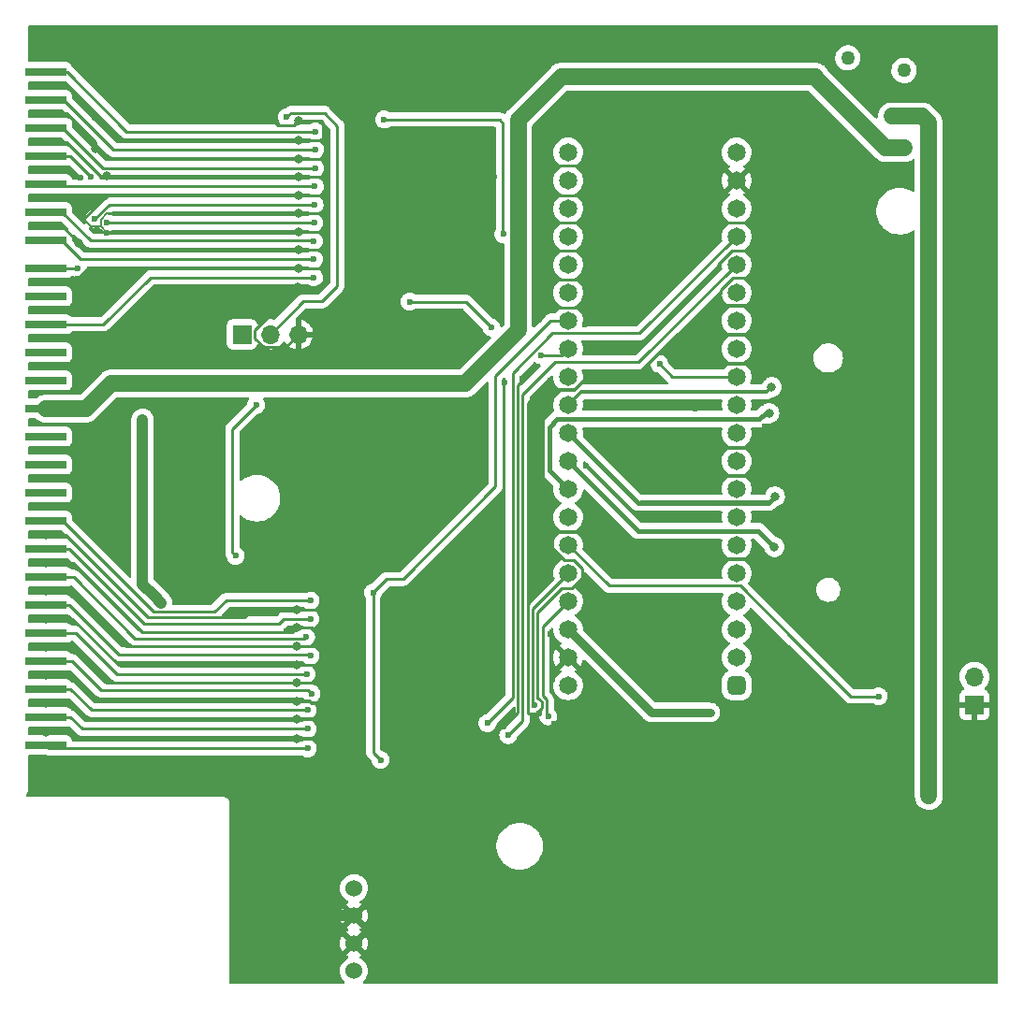
<source format=gbr>
%TF.GenerationSoftware,KiCad,Pcbnew,(6.0.2)*%
%TF.CreationDate,2022-04-15T06:18:49-06:00*%
%TF.ProjectId,XCVR_F4_SMD_V1,58435652-5f46-4345-9f53-4d445f56312e,rev?*%
%TF.SameCoordinates,Original*%
%TF.FileFunction,Copper,L2,Bot*%
%TF.FilePolarity,Positive*%
%FSLAX46Y46*%
G04 Gerber Fmt 4.6, Leading zero omitted, Abs format (unit mm)*
G04 Created by KiCad (PCBNEW (6.0.2)) date 2022-04-15 06:18:49*
%MOMM*%
%LPD*%
G01*
G04 APERTURE LIST*
G04 Aperture macros list*
%AMRoundRect*
0 Rectangle with rounded corners*
0 $1 Rounding radius*
0 $2 $3 $4 $5 $6 $7 $8 $9 X,Y pos of 4 corners*
0 Add a 4 corners polygon primitive as box body*
4,1,4,$2,$3,$4,$5,$6,$7,$8,$9,$2,$3,0*
0 Add four circle primitives for the rounded corners*
1,1,$1+$1,$2,$3*
1,1,$1+$1,$4,$5*
1,1,$1+$1,$6,$7*
1,1,$1+$1,$8,$9*
0 Add four rect primitives between the rounded corners*
20,1,$1+$1,$2,$3,$4,$5,0*
20,1,$1+$1,$4,$5,$6,$7,0*
20,1,$1+$1,$6,$7,$8,$9,0*
20,1,$1+$1,$8,$9,$2,$3,0*%
G04 Aperture macros list end*
%TA.AperFunction,SMDPad,CuDef*%
%ADD10R,3.800000X0.750000*%
%TD*%
%TA.AperFunction,ComponentPad*%
%ADD11C,1.524000*%
%TD*%
%TA.AperFunction,ComponentPad*%
%ADD12C,1.270000*%
%TD*%
%TA.AperFunction,ComponentPad*%
%ADD13RoundRect,0.412500X0.412500X0.412500X-0.412500X0.412500X-0.412500X-0.412500X0.412500X-0.412500X0*%
%TD*%
%TA.AperFunction,ComponentPad*%
%ADD14C,1.650000*%
%TD*%
%TA.AperFunction,ComponentPad*%
%ADD15R,1.700000X1.700000*%
%TD*%
%TA.AperFunction,ComponentPad*%
%ADD16O,1.700000X1.700000*%
%TD*%
%TA.AperFunction,ViaPad*%
%ADD17C,0.600000*%
%TD*%
%TA.AperFunction,ViaPad*%
%ADD18C,0.800000*%
%TD*%
%TA.AperFunction,Conductor*%
%ADD19C,0.250000*%
%TD*%
%TA.AperFunction,Conductor*%
%ADD20C,0.330000*%
%TD*%
%TA.AperFunction,Conductor*%
%ADD21C,0.142000*%
%TD*%
%TA.AperFunction,Conductor*%
%ADD22C,1.000000*%
%TD*%
%TA.AperFunction,Conductor*%
%ADD23C,0.400000*%
%TD*%
%TA.AperFunction,Conductor*%
%ADD24C,1.500000*%
%TD*%
%TA.AperFunction,Conductor*%
%ADD25C,0.450000*%
%TD*%
%TA.AperFunction,Conductor*%
%ADD26C,0.750000*%
%TD*%
G04 APERTURE END LIST*
D10*
%TO.P,J3,2*%
%TO.N,DB0*%
X107017820Y-129484120D03*
%TO.P,J3,4*%
%TO.N,DB1*%
X107017820Y-126944120D03*
%TO.P,J3,6*%
%TO.N,DB2*%
X107017820Y-124404120D03*
%TO.P,J3,8*%
%TO.N,DB3*%
X107017820Y-121864120D03*
%TO.P,J3,10*%
%TO.N,DB4*%
X107017820Y-119324120D03*
%TO.P,J3,12*%
%TO.N,DB5*%
X107017820Y-116784120D03*
%TO.P,J3,14*%
%TO.N,DB6*%
X107017820Y-114244120D03*
%TO.P,J3,16*%
%TO.N,DB7*%
X107017820Y-111704120D03*
%TO.P,J3,18*%
%TO.N,DBP*%
X107017820Y-109164120D03*
%TO.P,J3,20*%
%TO.N,Net-(J3-Pad20)*%
X107017820Y-106624120D03*
%TO.P,J3,22*%
%TO.N,Net-(J3-Pad22)*%
X107017820Y-104084120D03*
%TO.P,J3,24*%
%TO.N,Net-(J3-Pad24)*%
X107017820Y-101544120D03*
%TO.P,J3,26*%
%TO.N,+5V*%
X107017820Y-99004120D03*
%TO.P,J3,28*%
%TO.N,Net-(J3-Pad28)*%
X107017820Y-96464120D03*
%TO.P,J3,30*%
%TO.N,Net-(J3-Pad30)*%
X107017820Y-93924120D03*
%TO.P,J3,32*%
%TO.N,ATN*%
X107017820Y-91384120D03*
%TO.P,J3,34*%
%TO.N,Net-(J3-Pad34)*%
X107017820Y-88844120D03*
%TO.P,J3,36*%
%TO.N,BSY*%
X107017820Y-86304120D03*
%TO.P,J3,38*%
%TO.N,ACK*%
X107017820Y-83764120D03*
%TO.P,J3,40*%
%TO.N,RST*%
X107017820Y-81224120D03*
%TO.P,J3,42*%
%TO.N,MSG*%
X107017820Y-78684120D03*
%TO.P,J3,44*%
%TO.N,SEL*%
X107017820Y-76144120D03*
%TO.P,J3,46*%
%TO.N,CD*%
X107017820Y-73604120D03*
%TO.P,J3,48*%
%TO.N,REQ*%
X107017820Y-71064120D03*
%TO.P,J3,50*%
%TO.N,IO*%
X107017820Y-68524120D03*
%TD*%
D11*
%TO.P,J4,1*%
%TO.N,Net-(D2-Pad2)*%
X134917180Y-149919060D03*
%TO.P,J4,2*%
%TO.N,GND*%
X134917180Y-147419060D03*
%TO.P,J4,3*%
X134917180Y-144919060D03*
%TO.P,J4,4*%
%TO.N,Net-(J4-Pad4)*%
X134917180Y-142419060D03*
%TD*%
D12*
%TO.P,F1,1*%
%TO.N,+5VP*%
X184670700Y-68392040D03*
%TO.P,F1,2*%
%TO.N,+5F*%
X179590700Y-67249040D03*
%TD*%
D13*
%TO.P,BP1,1*%
%TO.N,DB4T*%
X169519600Y-124063760D03*
D14*
%TO.P,BP1,2*%
%TO.N,DB5T*%
X169519600Y-121523760D03*
%TO.P,BP1,3*%
%TO.N,DB6T*%
X169519600Y-118983760D03*
%TO.P,BP1,4*%
%TO.N,DB7T*%
X169519600Y-116443760D03*
%TO.P,BP1,5*%
%TO.N,ATNT*%
X169519600Y-113903760D03*
%TO.P,BP1,6*%
%TO.N,BSYT*%
X169519600Y-111363760D03*
%TO.P,BP1,7*%
%TO.N,ACKT*%
X169519600Y-108823760D03*
%TO.P,BP1,8*%
%TO.N,Net-(BP1-Pad8)*%
X169519600Y-106283760D03*
%TO.P,BP1,9*%
%TO.N,Net-(BP1-Pad9)*%
X169519600Y-103743760D03*
%TO.P,BP1,10*%
%TO.N,RSTT*%
X169519600Y-101203760D03*
%TO.P,BP1,11*%
%TO.N,MSGT*%
X169519600Y-98663760D03*
%TO.P,BP1,12*%
%TO.N,SELT*%
X169519600Y-96123760D03*
%TO.P,BP1,13*%
%TO.N,CDT*%
X169519600Y-93583760D03*
%TO.P,BP1,14*%
%TO.N,REQT*%
X169519600Y-91043760D03*
%TO.P,BP1,15*%
%TO.N,IOT*%
X169519600Y-88503760D03*
%TO.P,BP1,16*%
%TO.N,DB0T*%
X169519600Y-85963760D03*
%TO.P,BP1,17*%
%TO.N,DB1T*%
X169519600Y-83423760D03*
%TO.P,BP1,18*%
%TO.N,+5VP*%
X169519600Y-80883760D03*
%TO.P,BP1,19*%
%TO.N,GND*%
X169519600Y-78343760D03*
%TO.P,BP1,20*%
%TO.N,Net-(BP1-Pad20)*%
X169519600Y-75803760D03*
%TO.P,BP1,21*%
%TO.N,Net-(BP1-Pad21)*%
X154279600Y-75803760D03*
%TO.P,BP1,22*%
%TO.N,Net-(BP1-Pad22)*%
X154279600Y-78343760D03*
%TO.P,BP1,23*%
%TO.N,Net-(BP1-Pad23)*%
X154279600Y-80883760D03*
%TO.P,BP1,24*%
%TO.N,Net-(BP1-Pad24)*%
X154279600Y-83423760D03*
%TO.P,BP1,25*%
%TO.N,Net-(BP1-Pad25)*%
X154279600Y-85963760D03*
%TO.P,BP1,26*%
%TO.N,BP_TATr*%
X154279600Y-88503760D03*
%TO.P,BP1,27*%
%TO.N,DBPTr*%
X154279600Y-91043760D03*
%TO.P,BP1,28*%
%TO.N,BP_INTr*%
X154279600Y-93583760D03*
%TO.P,BP1,29*%
%TO.N,Net-(BP1-Pad29)*%
X154279600Y-96123760D03*
%TO.P,BP1,30*%
%TO.N,SD_CS*%
X154279600Y-98663760D03*
%TO.P,BP1,31*%
%TO.N,SD_CLK*%
X154279600Y-101203760D03*
%TO.P,BP1,32*%
%TO.N,SD_MISO*%
X154279600Y-103743760D03*
%TO.P,BP1,33*%
%TO.N,SD_MOSI*%
X154279600Y-106283760D03*
%TO.P,BP1,34*%
%TO.N,DBPT*%
X154279600Y-108823760D03*
%TO.P,BP1,35*%
%TO.N,Net-(BP1-Pad35)*%
X154279600Y-111363760D03*
%TO.P,BP1,36*%
%TO.N,DB3T*%
X154279600Y-113903760D03*
%TO.P,BP1,37*%
%TO.N,DB2T*%
X154279600Y-116443760D03*
%TO.P,BP1,38*%
%TO.N,+3V3*%
X154279600Y-118983760D03*
%TO.P,BP1,39*%
%TO.N,GND*%
X154279600Y-121523760D03*
%TO.P,BP1,40*%
%TO.N,Net-(BP1-Pad40)*%
X154279600Y-124063760D03*
%TD*%
D15*
%TO.P,J1,1*%
%TO.N,GND*%
X191028320Y-125839219D03*
D16*
%TO.P,J1,2*%
%TO.N,Net-(J1-Pad2)*%
X191028320Y-123299219D03*
%TD*%
D15*
%TO.P,J2,1*%
%TO.N,Net-(J2-Pad1)*%
X124780040Y-92280740D03*
D16*
%TO.P,J2,2*%
%TO.N,Net-(J2-Pad2)*%
X127320040Y-92280740D03*
%TO.P,J2,3*%
%TO.N,GND*%
X129860040Y-92280740D03*
%TD*%
D17*
%TO.N,GND*%
X153052780Y-127525780D03*
X156883100Y-95948500D03*
X171961810Y-96229170D03*
X133075680Y-103670100D03*
X135008620Y-93540580D03*
X107017820Y-92636340D03*
X112562640Y-83075780D03*
X134609840Y-122682000D03*
X107017820Y-69771260D03*
X124193300Y-117431820D03*
X151993600Y-150484840D03*
X146870420Y-124825760D03*
D18*
X129730500Y-125488700D03*
D17*
X111318040Y-104683560D03*
D18*
X129890520Y-72958960D03*
D17*
X188991220Y-101965780D03*
X147513040Y-123383040D03*
D18*
X129872740Y-78051660D03*
D17*
X122072400Y-98663760D03*
X145016220Y-71379080D03*
X165818820Y-99034600D03*
D18*
X106400000Y-133430000D03*
D17*
X148440140Y-127782320D03*
X159735520Y-96197420D03*
X107033060Y-90073480D03*
D18*
X107017820Y-120561100D03*
D17*
X116159280Y-89443560D03*
X132369560Y-110683040D03*
D18*
X144419320Y-85267800D03*
D17*
X136786620Y-91818460D03*
X188955680Y-127457200D03*
X120746520Y-88833960D03*
X155826460Y-84421980D03*
D18*
X144589500Y-75681840D03*
D17*
X132969000Y-117345460D03*
X155735020Y-86992460D03*
X140802360Y-75819000D03*
X155928060Y-118722140D03*
X167327580Y-118275100D03*
D18*
X142300000Y-118910000D03*
D17*
X152791160Y-82588100D03*
X171739560Y-108795820D03*
D18*
X192290000Y-65220000D03*
X111551720Y-75448160D03*
D17*
X145999200Y-126057660D03*
X167546020Y-113553240D03*
D18*
X111566960Y-72593200D03*
D17*
X107017820Y-107866180D03*
D18*
X129872740Y-82991960D03*
D17*
X168015920Y-122725180D03*
X172468540Y-121452640D03*
X110167420Y-78056740D03*
X155920440Y-104134920D03*
X182420260Y-70312280D03*
X172035470Y-100580190D03*
X135394700Y-127749300D03*
X147632420Y-78008480D03*
X167345360Y-116598700D03*
X138592560Y-124358400D03*
X134934960Y-115742720D03*
X140583920Y-82039460D03*
X173507400Y-145503900D03*
X156131260Y-116560600D03*
X142560040Y-132351780D03*
X139496800Y-98999040D03*
X189242700Y-111780320D03*
X152689560Y-80553560D03*
X141076680Y-93441520D03*
D18*
X110040420Y-84020660D03*
X107017820Y-112991900D03*
D17*
X133179820Y-127066040D03*
X189092840Y-122684540D03*
D18*
X129730500Y-127149860D03*
X129872740Y-84653120D03*
D17*
X152829260Y-123573540D03*
D18*
X144444720Y-80794860D03*
D17*
X152981660Y-77442060D03*
X121315480Y-72504300D03*
D18*
X107017820Y-110456980D03*
D17*
X107035600Y-74912220D03*
X110444280Y-81846420D03*
X130649980Y-70495160D03*
D18*
X107017820Y-128264920D03*
D17*
X146331940Y-120048020D03*
X107033060Y-79946500D03*
X142356840Y-121737120D03*
X135354060Y-118668800D03*
X125079760Y-115252500D03*
D18*
X192420000Y-150350000D03*
D17*
X155864560Y-81592420D03*
X147391120Y-108658660D03*
X150334980Y-145427700D03*
X155983940Y-124178060D03*
D18*
X129847340Y-88021160D03*
X129730500Y-118854220D03*
D17*
X155783280Y-91427300D03*
D18*
X129730500Y-120545860D03*
D17*
X156217620Y-76431140D03*
X146392900Y-98132900D03*
X177098960Y-149405340D03*
X128005840Y-98628200D03*
X184932300Y-101965780D03*
X152681940Y-119456200D03*
D18*
X129730500Y-128882140D03*
X107017820Y-125684280D03*
D17*
X155971240Y-98798380D03*
X151663400Y-90947240D03*
X156192220Y-101234240D03*
D18*
X111696500Y-69321680D03*
X107017820Y-118031260D03*
D17*
X145625820Y-110390940D03*
D18*
X110152180Y-93924120D03*
D17*
X185072020Y-89535000D03*
D18*
X172920000Y-105530000D03*
X112509300Y-77967840D03*
X129872740Y-86324440D03*
D17*
X134607300Y-125524260D03*
X180825140Y-69169280D03*
X136179560Y-77604620D03*
X111264700Y-102509320D03*
X152659080Y-96446340D03*
X140754100Y-85128100D03*
X148488400Y-96647000D03*
X136133840Y-84653120D03*
X121155460Y-92489020D03*
X109877860Y-87200740D03*
X111211360Y-107149900D03*
X147627340Y-130649980D03*
X107005120Y-130733800D03*
X167660320Y-106299000D03*
X142669260Y-116687600D03*
D18*
X129730500Y-122207020D03*
D17*
X176862740Y-120177560D03*
D18*
X129872740Y-81340960D03*
D17*
X152811480Y-85283040D03*
X184396380Y-127363220D03*
X140627100Y-79618840D03*
X188909960Y-89646760D03*
X136316720Y-75092560D03*
X138605260Y-121853960D03*
X129740660Y-98607880D03*
X156665919Y-110013761D03*
D18*
X129872740Y-79689960D03*
D17*
X151310340Y-95293180D03*
D18*
X107017820Y-115531900D03*
D17*
X107045760Y-72275700D03*
X106984800Y-87541100D03*
D18*
X167841919Y-102553759D03*
D17*
X166690040Y-108976160D03*
X138013440Y-115844320D03*
X184640220Y-122753120D03*
X142367000Y-124404120D03*
D18*
X129730500Y-123797060D03*
D17*
X111028480Y-89997280D03*
X155735020Y-89265760D03*
D18*
X129730500Y-117221000D03*
D17*
X171668440Y-114894360D03*
X144940020Y-93461840D03*
X147502880Y-89959180D03*
X107000040Y-77447140D03*
X167947340Y-98480880D03*
X134035800Y-119702580D03*
X123012200Y-115275360D03*
X138645900Y-127312420D03*
X145694400Y-106128820D03*
X135194040Y-121335800D03*
X122560080Y-69715380D03*
X157063440Y-93433900D03*
D18*
X129872740Y-76380340D03*
D17*
X184851040Y-111615220D03*
D18*
X129872740Y-74719180D03*
D17*
X151655780Y-126598680D03*
X155920440Y-78854300D03*
X142994380Y-108793280D03*
X107035600Y-82443320D03*
X142341600Y-127223520D03*
X173093380Y-109788960D03*
D18*
X107017820Y-123118880D03*
%TO.N,+5V*%
X183515000Y-75410060D03*
X184673240Y-75410060D03*
%TO.N,SD_CS*%
X172694600Y-97053400D03*
%TO.N,SD_CLK*%
X172986700Y-106954320D03*
%TO.N,SD_MISO*%
X172940980Y-111536480D03*
%TO.N,SD_MOSI*%
X172471080Y-99420680D03*
D17*
%TO.N,ATN*%
X131295140Y-87124540D03*
%TO.N,BSY*%
X109928660Y-86304120D03*
X131351020Y-80520540D03*
X111401860Y-81818480D03*
%TO.N,DBP*%
X130987800Y-116387880D03*
%TO.N,ACK*%
X131292600Y-85473540D03*
%TO.N,RST*%
X131290060Y-83822540D03*
%TO.N,MSG*%
X131378960Y-78869540D03*
%TO.N,SEL*%
X112577880Y-82161380D03*
X131310380Y-82171540D03*
X111081820Y-78016100D03*
%TO.N,CD*%
X131404360Y-77218540D03*
%TO.N,REQ*%
X131409440Y-75567540D03*
%TO.N,IO*%
X131429760Y-73916540D03*
%TO.N,DB7*%
X130967480Y-118038880D03*
%TO.N,DB6*%
X130571240Y-119689880D03*
%TO.N,DB5*%
X130990340Y-121389140D03*
%TO.N,DB4*%
X130622040Y-123022360D03*
%TO.N,DB3*%
X131076700Y-124825760D03*
%TO.N,DB2*%
X130716020Y-126293880D03*
%TO.N,DB1*%
X130728720Y-128008380D03*
%TO.N,DB0*%
X130733800Y-129786380D03*
%TO.N,+3V3*%
X166336980Y-126519940D03*
X167111680Y-126535180D03*
D18*
%TO.N,+5VP*%
X186883040Y-133901180D03*
X186893200Y-132694680D03*
X184856120Y-72547480D03*
X183657240Y-72547480D03*
%TO.N,+5F*%
X117467380Y-116586000D03*
X115793220Y-99997560D03*
X116843810Y-115962430D03*
X115793220Y-101122780D03*
D17*
%TO.N,SELT*%
X162542220Y-94955360D03*
%TO.N,DB0T*%
X148874480Y-128564640D03*
%TO.N,DB1T*%
X146982180Y-127469900D03*
%TO.N,DB3T*%
X151274780Y-125844300D03*
%TO.N,DB2T*%
X152481280Y-126862840D03*
%TO.N,Net-(BP1-Pad35)*%
X182382160Y-125046740D03*
%TO.N,BP_TATr*%
X137634980Y-72837040D03*
X148414740Y-83205320D03*
%TO.N,DBPTr*%
X136654540Y-115651280D03*
X137316210Y-130808730D03*
%TO.N,BP_INTr*%
X147336510Y-91644470D03*
X139954000Y-89324180D03*
X151795480Y-94183200D03*
%TO.N,Net-(J2-Pad2)*%
X126055120Y-98681540D03*
X124213939Y-112334359D03*
X128828800Y-72616060D03*
%TD*%
D19*
%TO.N,GND*%
X151560751Y-126483331D02*
X151439032Y-126605050D01*
X146870420Y-124825760D02*
X146870420Y-120002300D01*
X146817080Y-125046740D02*
X146870420Y-124993400D01*
X146870420Y-119407940D02*
X146870420Y-119407940D01*
X152681940Y-119456200D02*
X152681940Y-119313960D01*
X157063440Y-93433900D02*
X156537660Y-93433900D01*
D20*
X159735520Y-96197420D02*
X160315958Y-96197420D01*
D19*
X107045760Y-72275700D02*
X105605580Y-72275700D01*
X107035600Y-74912220D02*
X105564940Y-74912220D01*
X107035600Y-82443320D02*
X105836720Y-82443320D01*
X115728699Y-119254219D02*
X109466380Y-112991900D01*
X129730500Y-127149860D02*
X110759240Y-127149860D01*
X155168600Y-89832180D02*
X153177240Y-89832180D01*
X171961810Y-82122010D02*
X167963850Y-82122010D01*
D20*
X129730500Y-128882140D02*
X131351020Y-128882140D01*
D19*
X151518230Y-117503128D02*
X151518230Y-125219299D01*
X129872740Y-86324440D02*
X110833342Y-86324440D01*
X155864560Y-81592420D02*
X155277820Y-82179160D01*
D20*
X152659080Y-97149920D02*
X152822921Y-97313761D01*
D19*
X154279600Y-121523760D02*
X152681940Y-119926100D01*
D21*
X136179560Y-84607400D02*
X136133840Y-84653120D01*
D19*
X111958562Y-77967840D02*
X108902942Y-74912220D01*
D21*
X144660620Y-81114900D02*
X139672060Y-81114900D01*
D19*
X129730500Y-118854220D02*
X129330501Y-119254219D01*
X129730500Y-122207020D02*
X130380740Y-122207020D01*
X151310340Y-95293180D02*
X149718190Y-96885330D01*
X155115260Y-84734400D02*
X152968960Y-84734400D01*
D20*
X152659080Y-96446340D02*
X152659080Y-97149920D01*
D19*
X150790000Y-98315420D02*
X150790000Y-116350000D01*
X131127500Y-118854220D02*
X131163060Y-118889780D01*
X129872740Y-74719180D02*
X132090160Y-74719180D01*
X129692400Y-117259100D02*
X129730500Y-117221000D01*
X131191000Y-122207020D02*
X131363720Y-122379740D01*
X155920440Y-78854300D02*
X155336240Y-79438500D01*
D20*
X172035470Y-102655370D02*
X172035470Y-104156510D01*
D19*
X112527080Y-123797060D02*
X109291120Y-120561100D01*
X109291120Y-120561100D02*
X107017820Y-120561100D01*
X152659080Y-96446340D02*
X152007470Y-97097950D01*
D21*
X139672060Y-81114900D02*
X136133840Y-84653120D01*
D20*
X152822921Y-97313761D02*
X154880053Y-97313761D01*
D19*
X171961810Y-96229170D02*
X171961810Y-87176610D01*
X155920440Y-104134920D02*
X160761680Y-108976160D01*
X171961810Y-84662010D02*
X169119348Y-84662010D01*
X129872740Y-76380340D02*
X112483900Y-76380340D01*
X111551720Y-74882475D02*
X108944945Y-72275700D01*
D22*
X132658480Y-144919060D02*
X129730500Y-141991080D01*
D19*
X110833342Y-86324440D02*
X109957042Y-87200740D01*
X124952821Y-117861019D02*
X125554740Y-117259100D01*
X109098080Y-128264920D02*
X109705140Y-128871980D01*
X129872740Y-84653120D02*
X132067300Y-84653120D01*
X129872740Y-81340960D02*
X112589450Y-81340960D01*
D20*
X129730500Y-125488700D02*
X130895042Y-125488700D01*
D19*
X152007470Y-97097950D02*
X152007470Y-110793632D01*
D23*
X144615461Y-87154459D02*
X144615461Y-75203759D01*
D19*
X122826780Y-128882140D02*
X129730500Y-128882140D01*
X129872740Y-86324440D02*
X132100320Y-86324440D01*
X155735020Y-86992460D02*
X155445460Y-86992460D01*
D20*
X166959280Y-91313000D02*
X168578519Y-89693761D01*
D21*
X110444280Y-81846420D02*
X111117879Y-82520019D01*
D19*
X129730500Y-122207020D02*
X113604040Y-122207020D01*
D20*
X166959280Y-92359480D02*
X170916600Y-92359480D01*
D21*
X112006879Y-81887299D02*
X112006879Y-82520019D01*
D19*
X155971240Y-98798380D02*
X167629840Y-98798380D01*
X153727599Y-115293759D02*
X151518230Y-117503128D01*
X129730500Y-123797060D02*
X112527080Y-123797060D01*
X129872740Y-79689960D02*
X132041900Y-79689960D01*
X151850000Y-98980000D02*
X151850000Y-105260000D01*
X129872740Y-84653120D02*
X110672880Y-84653120D01*
X171961810Y-87176610D02*
X171961810Y-84662010D01*
X129330501Y-119254219D02*
X115728699Y-119254219D01*
D20*
X157584140Y-110149640D02*
X160108900Y-112674400D01*
X172035470Y-104156510D02*
X171122340Y-105069640D01*
D19*
X112509300Y-77967840D02*
X111958562Y-77967840D01*
X155277820Y-82179160D02*
X152859740Y-82179160D01*
X151850000Y-97255420D02*
X151850000Y-98980000D01*
X129730500Y-122207020D02*
X131191000Y-122207020D01*
X129890520Y-72958960D02*
X131932680Y-72958960D01*
D20*
X160315958Y-96197420D02*
X164153898Y-92359480D01*
D19*
X109296200Y-115531900D02*
X114297460Y-120533160D01*
D21*
X136179560Y-77604620D02*
X136179560Y-84607400D01*
D19*
X150618210Y-98487210D02*
X152392710Y-96712710D01*
X155735020Y-89265760D02*
X155168600Y-89832180D01*
X111592360Y-125343920D02*
X129585720Y-125343920D01*
X125955041Y-91913459D02*
X125955041Y-92654743D01*
X151899781Y-125544299D02*
X151899781Y-126144301D01*
X129490521Y-73358959D02*
X128017219Y-73358959D01*
X112562640Y-83075780D02*
X129788920Y-83075780D01*
X151850000Y-105260000D02*
X151880000Y-105290000D01*
X153967597Y-112753759D02*
X154831601Y-112753759D01*
X146603720Y-125260100D02*
X146817080Y-125046740D01*
X113604040Y-122207020D02*
X109428280Y-118031260D01*
X155089860Y-79684880D02*
X153349960Y-79684880D01*
D23*
X144615461Y-75203759D02*
X144759680Y-75059540D01*
D19*
X107017820Y-123118880D02*
X109367320Y-123118880D01*
X129872740Y-78051660D02*
X112593120Y-78051660D01*
X155427680Y-84421980D02*
X155115260Y-84734400D01*
X148440140Y-127782320D02*
X149718190Y-126504270D01*
X160576260Y-93433900D02*
X157063440Y-93433900D01*
X150790000Y-116350000D02*
X150830000Y-116390000D01*
X107017820Y-110456980D02*
X108846620Y-110456980D01*
X152392710Y-96712710D02*
X151850000Y-97255420D01*
X129872740Y-76380340D02*
X132074920Y-76380340D01*
X167629840Y-98798380D02*
X167947340Y-98480880D01*
X112593120Y-78051660D02*
X112509300Y-77967840D01*
D20*
X171188380Y-94244160D02*
X170498781Y-94933759D01*
D19*
X154831601Y-112753759D02*
X155549600Y-113471758D01*
D20*
X155996394Y-96197420D02*
X159735520Y-96197420D01*
X170916600Y-92359480D02*
X170916600Y-92720160D01*
X152832969Y-110191651D02*
X152874980Y-110149640D01*
D19*
X108902942Y-74912220D02*
X107035600Y-74912220D01*
X110759240Y-127149860D02*
X109293660Y-125684280D01*
X155549600Y-113471758D02*
X155549600Y-114335762D01*
X107017820Y-115531900D02*
X109296200Y-115531900D01*
D20*
X171933859Y-102553759D02*
X167841919Y-102553759D01*
D19*
X149718190Y-96885330D02*
X149718190Y-126360350D01*
X123977400Y-120533160D02*
X123990100Y-120545860D01*
D21*
X112553218Y-81340960D02*
X112006879Y-81887299D01*
D19*
X150830000Y-116530000D02*
X150830000Y-116420000D01*
X129872740Y-81340960D02*
X132107940Y-81340960D01*
X146870420Y-120002300D02*
X146870420Y-119407940D01*
X129730500Y-120545860D02*
X131620260Y-120545860D01*
X129730500Y-123797060D02*
X132125720Y-123797060D01*
X110040420Y-84020660D02*
X108463080Y-82443320D01*
D20*
X160108900Y-112674400D02*
X170337480Y-112674400D01*
D19*
X167838120Y-86172040D02*
X160576260Y-93433900D01*
D20*
X171122340Y-105069640D02*
X167454580Y-105069640D01*
D19*
X109428280Y-118031260D02*
X107017820Y-118031260D01*
X155145740Y-87292180D02*
X153543000Y-87292180D01*
X169119348Y-84662010D02*
X167838120Y-85943238D01*
D20*
X170498781Y-94933759D02*
X167229801Y-94933759D01*
D19*
X113692940Y-74719180D02*
X129872740Y-74719180D01*
X131932680Y-72958960D02*
X132090160Y-73116440D01*
X128017219Y-73358959D02*
X127734060Y-73075800D01*
X146603720Y-126502160D02*
X146603720Y-125260100D01*
D20*
X171188380Y-92991940D02*
X171188380Y-94244160D01*
D21*
X135803640Y-74719180D02*
X135803640Y-77228700D01*
D20*
X129730500Y-127149860D02*
X131119880Y-127149860D01*
D19*
X125554740Y-117259100D02*
X129692400Y-117259100D01*
X110672880Y-84653120D02*
X110040420Y-84020660D01*
X155549600Y-114335762D02*
X154591603Y-115293759D01*
X108944945Y-72275700D02*
X107045760Y-72275700D01*
X129788920Y-83075780D02*
X129872740Y-82991960D01*
D20*
X170916600Y-92720160D02*
X171188380Y-92991940D01*
D19*
X132090160Y-73116440D02*
X132090160Y-74719180D01*
D21*
X112006879Y-82520019D02*
X112562640Y-83075780D01*
D19*
X150618210Y-126605050D02*
X150618210Y-116741790D01*
X107017820Y-128264920D02*
X109098080Y-128264920D01*
X151899781Y-126144301D02*
X151560751Y-126483331D01*
X151518230Y-125219299D02*
X151574781Y-125219299D01*
X108463080Y-82443320D02*
X107035600Y-82443320D01*
X109705140Y-128871980D02*
X122816620Y-128871980D01*
X150830000Y-116390000D02*
X150830000Y-116530000D01*
D20*
X152874980Y-110149640D02*
X157584140Y-110149640D01*
D19*
X109367320Y-123118880D02*
X111592360Y-125343920D01*
X150618210Y-116741790D02*
X150618210Y-98487210D01*
X109293660Y-125684280D02*
X107017820Y-125684280D01*
X126756039Y-93455741D02*
X128685039Y-93455741D01*
X152832969Y-111619131D02*
X153967597Y-112753759D01*
X171961810Y-82122010D02*
X171961810Y-78423770D01*
X112600740Y-79689960D02*
X110444280Y-81846420D01*
X152681940Y-119926100D02*
X152681940Y-119456200D01*
D20*
X164153898Y-92359480D02*
X166959280Y-92359480D01*
D19*
X168087040Y-88234318D02*
X168087040Y-88630760D01*
X160761680Y-108976160D02*
X166690040Y-108976160D01*
X129730500Y-123797060D02*
X129758440Y-123797060D01*
X129585720Y-125343920D02*
X129730500Y-125488700D01*
X129847340Y-88021160D02*
X125955041Y-91913459D01*
X108846620Y-110456980D02*
X116250659Y-117861019D01*
X129730500Y-118854220D02*
X131127500Y-118854220D01*
X111551720Y-75448160D02*
X111551720Y-74882475D01*
D20*
X172035470Y-102655370D02*
X171933859Y-102553759D01*
D21*
X111117879Y-82520019D02*
X112006879Y-82520019D01*
D19*
X171961810Y-84662010D02*
X171961810Y-82122010D01*
X116250659Y-117861019D02*
X124952821Y-117861019D01*
X129872740Y-79689960D02*
X112600740Y-79689960D01*
X152659080Y-96446340D02*
X150790000Y-98315420D01*
D20*
X172035470Y-100580190D02*
X172035470Y-102655370D01*
D19*
X146870420Y-119407940D02*
X147340320Y-119407940D01*
X129872740Y-82991960D02*
X132021580Y-82991960D01*
D20*
X154880053Y-97313761D02*
X155996394Y-96197420D01*
D19*
X112483900Y-76380340D02*
X111551720Y-75448160D01*
X150830000Y-116530000D02*
X150618210Y-116741790D01*
X129730500Y-117221000D02*
X132046980Y-117221000D01*
X123990100Y-120545860D02*
X129730500Y-120545860D01*
X151439032Y-126605050D02*
X150618210Y-126605050D01*
D20*
X166959280Y-92359480D02*
X166959280Y-91313000D01*
D19*
X109957042Y-87200740D02*
X109877860Y-87200740D01*
X151574781Y-125219299D02*
X151899781Y-125544299D01*
X171961810Y-87176610D02*
X169144748Y-87176610D01*
X152007470Y-110793632D02*
X152832969Y-111619131D01*
X150830000Y-116420000D02*
X152890000Y-114360000D01*
D20*
X131108402Y-125702060D02*
X132415280Y-125702060D01*
D19*
X154591603Y-115293759D02*
X153727599Y-115293759D01*
X128685039Y-93455741D02*
X129860040Y-92280740D01*
X109466380Y-112991900D02*
X107017820Y-112991900D01*
X152392710Y-96712710D02*
X152659080Y-96446340D01*
X129890520Y-72958960D02*
X129490521Y-73358959D01*
D21*
X135803640Y-77228700D02*
X136179560Y-77604620D01*
D19*
X147340320Y-119407940D02*
X147868640Y-118879620D01*
D20*
X168578519Y-89693761D02*
X170628321Y-89693761D01*
D19*
X111566960Y-72593200D02*
X113692940Y-74719180D01*
X125955041Y-92654743D02*
X126756039Y-93455741D01*
X122816620Y-128871980D02*
X122826780Y-128882140D01*
X114297460Y-120533160D02*
X123977400Y-120533160D01*
D20*
X130895042Y-125488700D02*
X131108402Y-125702060D01*
D19*
X155445460Y-86992460D02*
X155145740Y-87292180D01*
X156217620Y-76431140D02*
X155663900Y-76984860D01*
X146870420Y-124993400D02*
X146870420Y-124825760D01*
X169144748Y-87176610D02*
X168087040Y-88234318D01*
X155663900Y-76984860D02*
X153113740Y-76984860D01*
D21*
X112589450Y-81340960D02*
X112553218Y-81340960D01*
D19*
X149718190Y-126504270D02*
X149718190Y-126360350D01*
D22*
X134917180Y-144919060D02*
X132658480Y-144919060D01*
D19*
X167838120Y-85943238D02*
X167838120Y-86172040D01*
X155826460Y-84421980D02*
X155427680Y-84421980D01*
D20*
X152832969Y-111619131D02*
X152832969Y-110191651D01*
D19*
X129872740Y-78051660D02*
X132100320Y-78051660D01*
X155336240Y-79438500D02*
X155089860Y-79684880D01*
D24*
%TO.N,+5V*%
X149766020Y-72844660D02*
X153657300Y-68953380D01*
X184673240Y-75410060D02*
X183009540Y-75410060D01*
X110660180Y-99004120D02*
X112925860Y-96738440D01*
X149766020Y-91937840D02*
X149766020Y-72844660D01*
X183009540Y-75410060D02*
X176644300Y-69044820D01*
X144965420Y-96738440D02*
X149766020Y-91937840D01*
X153657300Y-68953380D02*
X176644300Y-68953380D01*
X176644300Y-69044820D02*
X176644300Y-68953380D01*
X112925860Y-96738440D02*
X144965420Y-96738440D01*
X107017820Y-99004120D02*
X110660180Y-99004120D01*
D20*
%TO.N,SD_CS*%
X172694600Y-97053400D02*
X172694600Y-97053400D01*
X154279600Y-98663760D02*
X155469601Y-97473759D01*
X172274241Y-97473759D02*
X172694600Y-97053400D01*
X155469601Y-97473759D02*
X172274241Y-97473759D01*
%TO.N,SD_CLK*%
X172986700Y-106954320D02*
X172986700Y-106954320D01*
D25*
X154279600Y-101203760D02*
X160549601Y-107473761D01*
X172407259Y-107533761D02*
X160609601Y-107533761D01*
X160609601Y-107533761D02*
X160549601Y-107473761D01*
D20*
X172467259Y-107473761D02*
X172986700Y-106954320D01*
D25*
X172986700Y-106954320D02*
X172407259Y-107533761D01*
D20*
X160917879Y-107473761D02*
X172467259Y-107473761D01*
%TO.N,SD_MISO*%
X172940980Y-111536480D02*
X172940980Y-111536480D01*
D25*
X171478261Y-110073761D02*
X172940980Y-111536480D01*
X154279600Y-103743760D02*
X160609601Y-110073761D01*
X160609601Y-110073761D02*
X171478261Y-110073761D01*
D20*
%TO.N,SD_MOSI*%
X172471080Y-99420680D02*
X172471080Y-99420680D01*
D25*
X153299481Y-99953759D02*
X171588899Y-99953759D01*
X172121978Y-99420680D02*
X172471080Y-99420680D01*
X152557480Y-100695760D02*
X153299481Y-99953759D01*
X152557480Y-104561640D02*
X152557480Y-100695760D01*
X154279600Y-106283760D02*
X152557480Y-104561640D01*
X171588899Y-99953759D02*
X172121978Y-99420680D01*
D19*
%TO.N,ATN*%
X112237520Y-91384120D02*
X107017820Y-91384120D01*
X131295140Y-87124540D02*
X116497100Y-87124540D01*
X116497100Y-87124540D02*
X112237520Y-91384120D01*
%TO.N,BSY*%
X111472980Y-81821020D02*
X111422180Y-81871820D01*
X109928660Y-86304120D02*
X109928660Y-86304120D01*
X107017820Y-86304120D02*
X109928660Y-86304120D01*
X131351020Y-80520540D02*
X112773460Y-80520540D01*
X112773460Y-80520540D02*
X111472980Y-81821020D01*
%TO.N,DBP*%
X107017820Y-109164120D02*
X108542820Y-109164120D01*
X108542820Y-109164120D02*
X116789709Y-117411009D01*
X116789709Y-117411009D02*
X122278631Y-117411009D01*
X123339860Y-116349780D02*
X130970020Y-116349780D01*
X122278631Y-117411009D02*
X123339860Y-116349780D01*
%TO.N,ACK*%
X110177580Y-85473540D02*
X108468160Y-83764120D01*
X108468160Y-83764120D02*
X107017820Y-83764120D01*
X131292600Y-85473540D02*
X110177580Y-85473540D01*
%TO.N,RST*%
X131137660Y-83792060D02*
X131168140Y-83822540D01*
X131168140Y-83822540D02*
X131290060Y-83822540D01*
X107017820Y-81224120D02*
X108508800Y-81224120D01*
X108508800Y-81224120D02*
X111076740Y-83792060D01*
X111076740Y-83792060D02*
X131137660Y-83792060D01*
%TO.N,MSG*%
X107203240Y-78869540D02*
X107017820Y-78684120D01*
X131378960Y-78869540D02*
X107203240Y-78869540D01*
%TO.N,SEL*%
X112514380Y-82171540D02*
X112514380Y-82171540D01*
X111081820Y-78016100D02*
X111081820Y-78016100D01*
X107017820Y-76144120D02*
X109209840Y-76144120D01*
X131310380Y-82171540D02*
X112514380Y-82171540D01*
X109209840Y-76144120D02*
X111081820Y-78016100D01*
%TO.N,CD*%
X112163860Y-77218540D02*
X108549440Y-73604120D01*
X108549440Y-73604120D02*
X107017820Y-73604120D01*
X131404360Y-77218540D02*
X112163860Y-77218540D01*
%TO.N,REQ*%
X131409440Y-75567540D02*
X113111280Y-75567540D01*
X113111280Y-75567540D02*
X108607860Y-71064120D01*
X108607860Y-71064120D02*
X107017820Y-71064120D01*
%TO.N,IO*%
X131429760Y-73916540D02*
X114348260Y-73916540D01*
X114348260Y-73916540D02*
X108955840Y-68524120D01*
X108955840Y-68524120D02*
X107017820Y-68524120D01*
%TO.N,DB7*%
X107017820Y-111704120D02*
X109167820Y-111704120D01*
X128153160Y-118470680D02*
X128584960Y-118038880D01*
X109167820Y-111704120D02*
X115934380Y-118470680D01*
X115934380Y-118470680D02*
X128153160Y-118470680D01*
X128584960Y-118038880D02*
X130967480Y-118038880D01*
%TO.N,DB6*%
X115121859Y-119820859D02*
X130440261Y-119820859D01*
X130440261Y-119820859D02*
X130571240Y-119689880D01*
X109545120Y-114244120D02*
X115121859Y-119820859D01*
X107017820Y-114244120D02*
X109545120Y-114244120D01*
%TO.N,DB5*%
X107017820Y-116784120D02*
X109167820Y-116784120D01*
X113654561Y-121270861D02*
X130872061Y-121270861D01*
X109167820Y-116784120D02*
X113654561Y-121270861D01*
X130872061Y-121270861D02*
X130990340Y-121389140D01*
%TO.N,DB4*%
X109745780Y-119324120D02*
X107017820Y-119324120D01*
X113493719Y-123072059D02*
X109745780Y-119324120D01*
X130552359Y-123072059D02*
X113493719Y-123072059D01*
%TO.N,DB3*%
X109395260Y-121864120D02*
X107017820Y-121864120D01*
X112056901Y-124525761D02*
X109395260Y-121864120D01*
X130776701Y-124525761D02*
X112056901Y-124525761D01*
X131076700Y-124825760D02*
X130776701Y-124525761D01*
%TO.N,DB2*%
X111173260Y-126293880D02*
X109283500Y-124404120D01*
X109283500Y-124404120D02*
X107017820Y-124404120D01*
X130716020Y-126293880D02*
X111173260Y-126293880D01*
%TO.N,DB1*%
X109245400Y-126944120D02*
X107017820Y-126944120D01*
X130728720Y-128008380D02*
X110309660Y-128008380D01*
X110309660Y-128008380D02*
X109245400Y-126944120D01*
%TO.N,DB0*%
X107320080Y-129786380D02*
X107017820Y-129484120D01*
X130733800Y-129786380D02*
X107320080Y-129786380D01*
D26*
%TO.N,+3V3*%
X166336980Y-126519940D02*
X167126920Y-126519940D01*
X161836100Y-126519940D02*
X166336980Y-126519940D01*
X161571940Y-126255780D02*
X161836100Y-126519940D01*
X154279600Y-118983760D02*
X161551620Y-126255780D01*
X161551620Y-126255780D02*
X161571940Y-126255780D01*
D24*
%TO.N,+5VP*%
X183657240Y-72547480D02*
X183555640Y-72547480D01*
X184856120Y-72547480D02*
X183657240Y-72547480D01*
X186902039Y-134077761D02*
X186902039Y-73127819D01*
X186902039Y-73127819D02*
X186321700Y-72547480D01*
X186321700Y-72547480D02*
X184856120Y-72547480D01*
D22*
%TO.N,+5F*%
X117467380Y-116586000D02*
X117467380Y-116586000D01*
X116843810Y-115962430D02*
X117467380Y-116586000D01*
X115793220Y-114911840D02*
X116843810Y-115962430D01*
X115793220Y-99997560D02*
X115793220Y-114911840D01*
D19*
%TO.N,SELT*%
X163710620Y-96123760D02*
X162542220Y-94955360D01*
X169519600Y-96123760D02*
X163710620Y-96123760D01*
%TO.N,DB0T*%
X148874480Y-128564640D02*
X148874480Y-128564640D01*
X150444200Y-97439480D02*
X150329900Y-97553780D01*
X150168200Y-127185970D02*
X150168200Y-127270920D01*
X160675159Y-94808201D02*
X153075479Y-94808201D01*
X153075479Y-94808201D02*
X150444200Y-97439480D01*
X150168200Y-97715480D02*
X150168200Y-127185970D01*
X150329900Y-97553780D02*
X150168200Y-97715480D01*
X169519600Y-85963760D02*
X160675159Y-94808201D01*
X150168200Y-127270920D02*
X148874480Y-128564640D01*
%TO.N,DB1T*%
X149268180Y-125183900D02*
X149268180Y-95785498D01*
X146982180Y-127469900D02*
X149268180Y-125183900D01*
X152859917Y-92193761D02*
X160749599Y-92193761D01*
X149268180Y-95785498D02*
X152859917Y-92193761D01*
X160749599Y-92193761D02*
X169519600Y-83423760D01*
%TO.N,DB3T*%
X151274780Y-125844300D02*
X151274780Y-125844300D01*
X151068220Y-125637740D02*
X151274780Y-125844300D01*
X151068220Y-117115140D02*
X151068220Y-125637740D01*
X154279600Y-113903760D02*
X151068220Y-117115140D01*
%TO.N,DB2T*%
X152349791Y-126935909D02*
X152349791Y-126935909D01*
X154279600Y-116443760D02*
X151968240Y-118755120D01*
X151968240Y-118755120D02*
X151968240Y-122313700D01*
X151968240Y-124976348D02*
X152349791Y-125357899D01*
X152349791Y-125357899D02*
X152349791Y-126935909D01*
X151968240Y-122313700D02*
X151968240Y-124976348D01*
%TO.N,Net-(BP1-Pad35)*%
X169831603Y-115053761D02*
X174787560Y-120009718D01*
X179824582Y-125046740D02*
X174787560Y-120009718D01*
X182382160Y-125046740D02*
X179824582Y-125046740D01*
X157969601Y-115053761D02*
X169831603Y-115053761D01*
X154279600Y-111363760D02*
X157969601Y-115053761D01*
%TO.N,BP_TATr*%
X148076920Y-72837040D02*
X148394420Y-73154540D01*
X148394420Y-73154540D02*
X148394420Y-83185000D01*
X137634980Y-72837040D02*
X148076920Y-72837040D01*
X148394420Y-83185000D02*
X148414740Y-83205320D01*
%TO.N,DBPTr*%
X137316210Y-130808730D02*
X136639300Y-130131820D01*
X136639300Y-115646200D02*
X137840720Y-114444780D01*
X139362180Y-114424460D02*
X147711160Y-106075480D01*
X147711160Y-96029780D02*
X152697180Y-91043760D01*
X136639300Y-130131820D02*
X136639300Y-115646200D01*
X152697180Y-91043760D02*
X154279600Y-91043760D01*
X147711160Y-106075480D02*
X147711160Y-96029780D01*
X137927080Y-114424460D02*
X139362180Y-114424460D01*
%TO.N,BP_INTr*%
X147355560Y-91663520D02*
X147355560Y-91663520D01*
X147336510Y-91644470D02*
X147355560Y-91663520D01*
X151795480Y-94183200D02*
X153680160Y-94183200D01*
X145016220Y-89324180D02*
X147336510Y-91644470D01*
X139954000Y-89324180D02*
X145016220Y-89324180D01*
X153680160Y-94183200D02*
X154279600Y-93583760D01*
%TO.N,Net-(J2-Pad2)*%
X124213939Y-112334359D02*
X124213939Y-112334359D01*
X124213939Y-112334359D02*
X124194359Y-112334359D01*
X133400800Y-87919560D02*
X133400800Y-73403460D01*
X123900000Y-100836660D02*
X126055120Y-98681540D01*
X124194359Y-112334359D02*
X123900000Y-112040000D01*
X129210901Y-72233959D02*
X128828800Y-72616060D01*
X123900000Y-112040000D02*
X123900000Y-100836660D01*
X127320040Y-92280740D02*
X130304540Y-89296240D01*
X132024120Y-89296240D02*
X133400800Y-87919560D01*
X133400800Y-73403460D02*
X132231299Y-72233959D01*
X130304540Y-89296240D02*
X132024120Y-89296240D01*
X132231299Y-72233959D02*
X129210901Y-72233959D01*
%TD*%
%TA.AperFunction,Conductor*%
%TO.N,GND*%
G36*
X193119281Y-64327722D02*
G01*
X193165774Y-64381378D01*
X193177160Y-64433720D01*
X193177160Y-150940500D01*
X193157158Y-151008621D01*
X193103502Y-151055114D01*
X193051160Y-151066500D01*
X135870688Y-151066500D01*
X135802567Y-151046498D01*
X135756074Y-150992842D01*
X135745970Y-150922568D01*
X135775464Y-150857988D01*
X135781593Y-150851405D01*
X135894157Y-150738841D01*
X136021668Y-150556736D01*
X136023991Y-150551754D01*
X136023994Y-150551749D01*
X136113297Y-150360238D01*
X136113298Y-150360237D01*
X136115620Y-150355256D01*
X136173158Y-150140523D01*
X136192533Y-149919060D01*
X136173158Y-149697597D01*
X136115620Y-149482864D01*
X136113297Y-149477882D01*
X136023994Y-149286371D01*
X136023991Y-149286366D01*
X136021668Y-149281384D01*
X135894157Y-149099279D01*
X135736961Y-148942083D01*
X135732453Y-148938926D01*
X135732450Y-148938924D01*
X135656685Y-148885873D01*
X135554857Y-148814572D01*
X135549875Y-148812249D01*
X135549870Y-148812246D01*
X135487106Y-148782979D01*
X135433821Y-148736061D01*
X135414360Y-148667784D01*
X135434902Y-148599824D01*
X135487106Y-148554589D01*
X135549625Y-148525436D01*
X135559111Y-148519958D01*
X135602944Y-148489267D01*
X135611319Y-148478789D01*
X135604251Y-148465341D01*
X134929992Y-147791082D01*
X134916048Y-147783468D01*
X134914215Y-147783599D01*
X134907600Y-147787850D01*
X134229387Y-148466063D01*
X134222957Y-148477837D01*
X134232254Y-148489853D01*
X134275249Y-148519958D01*
X134284735Y-148525436D01*
X134347255Y-148554589D01*
X134400540Y-148601506D01*
X134420001Y-148669783D01*
X134399459Y-148737743D01*
X134347255Y-148782979D01*
X134284491Y-148812246D01*
X134284486Y-148812249D01*
X134279504Y-148814572D01*
X134274997Y-148817728D01*
X134274995Y-148817729D01*
X134101910Y-148938924D01*
X134101907Y-148938926D01*
X134097399Y-148942083D01*
X133940203Y-149099279D01*
X133812692Y-149281384D01*
X133810369Y-149286366D01*
X133810366Y-149286371D01*
X133721063Y-149477882D01*
X133718740Y-149482864D01*
X133661202Y-149697597D01*
X133641827Y-149919060D01*
X133661202Y-150140523D01*
X133718740Y-150355256D01*
X133721062Y-150360237D01*
X133721063Y-150360238D01*
X133810366Y-150551749D01*
X133810369Y-150551754D01*
X133812692Y-150556736D01*
X133940203Y-150738841D01*
X134052767Y-150851405D01*
X134086793Y-150913717D01*
X134081728Y-150984532D01*
X134039181Y-151041368D01*
X133972661Y-151066179D01*
X133963672Y-151066500D01*
X123755420Y-151066500D01*
X123687299Y-151046498D01*
X123640806Y-150992842D01*
X123629420Y-150940500D01*
X123629420Y-147424535D01*
X133642808Y-147424535D01*
X133661218Y-147634956D01*
X133663121Y-147645751D01*
X133717789Y-147849775D01*
X133721535Y-147860067D01*
X133810803Y-148051501D01*
X133816283Y-148060992D01*
X133846974Y-148104825D01*
X133857451Y-148113200D01*
X133870898Y-148106132D01*
X134545158Y-147431872D01*
X134551536Y-147420192D01*
X135281588Y-147420192D01*
X135281719Y-147422025D01*
X135285970Y-147428640D01*
X135964183Y-148106853D01*
X135975957Y-148113283D01*
X135987973Y-148103986D01*
X136018077Y-148060992D01*
X136023557Y-148051501D01*
X136112825Y-147860067D01*
X136116571Y-147849775D01*
X136171239Y-147645751D01*
X136173142Y-147634956D01*
X136191552Y-147424535D01*
X136191552Y-147413585D01*
X136173142Y-147203164D01*
X136171239Y-147192369D01*
X136116571Y-146988345D01*
X136112825Y-146978053D01*
X136023557Y-146786619D01*
X136018077Y-146777128D01*
X135987386Y-146733295D01*
X135976909Y-146724920D01*
X135963462Y-146731988D01*
X135289202Y-147406248D01*
X135281588Y-147420192D01*
X134551536Y-147420192D01*
X134552772Y-147417928D01*
X134552641Y-147416095D01*
X134548390Y-147409480D01*
X133870177Y-146731267D01*
X133858403Y-146724837D01*
X133846387Y-146734134D01*
X133816283Y-146777128D01*
X133810803Y-146786619D01*
X133721535Y-146978053D01*
X133717789Y-146988345D01*
X133663121Y-147192369D01*
X133661218Y-147203164D01*
X133642808Y-147413585D01*
X133642808Y-147424535D01*
X123629420Y-147424535D01*
X123629420Y-145977837D01*
X134222957Y-145977837D01*
X134232254Y-145989853D01*
X134275249Y-146019958D01*
X134284735Y-146025436D01*
X134347847Y-146054865D01*
X134401132Y-146101782D01*
X134420593Y-146170059D01*
X134400051Y-146238019D01*
X134347847Y-146283255D01*
X134284739Y-146312683D01*
X134275248Y-146318163D01*
X134231415Y-146348854D01*
X134223040Y-146359331D01*
X134230108Y-146372778D01*
X134904368Y-147047038D01*
X134918312Y-147054652D01*
X134920145Y-147054521D01*
X134926760Y-147050270D01*
X135604973Y-146372057D01*
X135611403Y-146360283D01*
X135602106Y-146348267D01*
X135559111Y-146318162D01*
X135549625Y-146312684D01*
X135486514Y-146283255D01*
X135433229Y-146236337D01*
X135413768Y-146168060D01*
X135434310Y-146100100D01*
X135486514Y-146054865D01*
X135549625Y-146025436D01*
X135559111Y-146019958D01*
X135602944Y-145989267D01*
X135611319Y-145978789D01*
X135604251Y-145965341D01*
X134929992Y-145291082D01*
X134916048Y-145283468D01*
X134914215Y-145283599D01*
X134907600Y-145287850D01*
X134229387Y-145966063D01*
X134222957Y-145977837D01*
X123629420Y-145977837D01*
X123629420Y-144924535D01*
X133642808Y-144924535D01*
X133661218Y-145134956D01*
X133663121Y-145145751D01*
X133717789Y-145349775D01*
X133721535Y-145360067D01*
X133810803Y-145551501D01*
X133816283Y-145560992D01*
X133846974Y-145604825D01*
X133857451Y-145613200D01*
X133870898Y-145606132D01*
X134545158Y-144931872D01*
X134551536Y-144920192D01*
X135281588Y-144920192D01*
X135281719Y-144922025D01*
X135285970Y-144928640D01*
X135964183Y-145606853D01*
X135975957Y-145613283D01*
X135987973Y-145603986D01*
X136018077Y-145560992D01*
X136023557Y-145551501D01*
X136112825Y-145360067D01*
X136116571Y-145349775D01*
X136171239Y-145145751D01*
X136173142Y-145134956D01*
X136191552Y-144924535D01*
X136191552Y-144913585D01*
X136173142Y-144703164D01*
X136171239Y-144692369D01*
X136116571Y-144488345D01*
X136112825Y-144478053D01*
X136023557Y-144286619D01*
X136018077Y-144277128D01*
X135987386Y-144233295D01*
X135976909Y-144224920D01*
X135963462Y-144231988D01*
X135289202Y-144906248D01*
X135281588Y-144920192D01*
X134551536Y-144920192D01*
X134552772Y-144917928D01*
X134552641Y-144916095D01*
X134548390Y-144909480D01*
X133870177Y-144231267D01*
X133858403Y-144224837D01*
X133846387Y-144234134D01*
X133816283Y-144277128D01*
X133810803Y-144286619D01*
X133721535Y-144478053D01*
X133717789Y-144488345D01*
X133663121Y-144692369D01*
X133661218Y-144703164D01*
X133642808Y-144913585D01*
X133642808Y-144924535D01*
X123629420Y-144924535D01*
X123629420Y-142419060D01*
X133641827Y-142419060D01*
X133661202Y-142640523D01*
X133718740Y-142855256D01*
X133721062Y-142860237D01*
X133721063Y-142860238D01*
X133810366Y-143051749D01*
X133810369Y-143051754D01*
X133812692Y-143056736D01*
X133940203Y-143238841D01*
X134097399Y-143396037D01*
X134101907Y-143399194D01*
X134101910Y-143399196D01*
X134177675Y-143452247D01*
X134279503Y-143523548D01*
X134347255Y-143555141D01*
X134400540Y-143602058D01*
X134420001Y-143670335D01*
X134399459Y-143738295D01*
X134347255Y-143783531D01*
X134284739Y-143812683D01*
X134275248Y-143818163D01*
X134231415Y-143848854D01*
X134223040Y-143859331D01*
X134230108Y-143872778D01*
X134904368Y-144547038D01*
X134918312Y-144554652D01*
X134920145Y-144554521D01*
X134926760Y-144550270D01*
X135604973Y-143872057D01*
X135611403Y-143860283D01*
X135602106Y-143848267D01*
X135559111Y-143818162D01*
X135549625Y-143812684D01*
X135487106Y-143783531D01*
X135433821Y-143736613D01*
X135414360Y-143668336D01*
X135434902Y-143600376D01*
X135487106Y-143555141D01*
X135549870Y-143525874D01*
X135549875Y-143525871D01*
X135554857Y-143523548D01*
X135656685Y-143452247D01*
X135732450Y-143399196D01*
X135732453Y-143399194D01*
X135736961Y-143396037D01*
X135894157Y-143238841D01*
X136021668Y-143056736D01*
X136023991Y-143051754D01*
X136023994Y-143051749D01*
X136113297Y-142860238D01*
X136113298Y-142860237D01*
X136115620Y-142855256D01*
X136173158Y-142640523D01*
X136192533Y-142419060D01*
X136173158Y-142197597D01*
X136115620Y-141982864D01*
X136113297Y-141977882D01*
X136023994Y-141786371D01*
X136023991Y-141786366D01*
X136021668Y-141781384D01*
X135894157Y-141599279D01*
X135736961Y-141442083D01*
X135732453Y-141438926D01*
X135732450Y-141438924D01*
X135656685Y-141385873D01*
X135554857Y-141314572D01*
X135549875Y-141312249D01*
X135549870Y-141312246D01*
X135358358Y-141222943D01*
X135358357Y-141222942D01*
X135353376Y-141220620D01*
X135348068Y-141219198D01*
X135348066Y-141219197D01*
X135282231Y-141201557D01*
X135138643Y-141163082D01*
X134917180Y-141143707D01*
X134695717Y-141163082D01*
X134552129Y-141201557D01*
X134486294Y-141219197D01*
X134486292Y-141219198D01*
X134480984Y-141220620D01*
X134476003Y-141222942D01*
X134476002Y-141222943D01*
X134284491Y-141312246D01*
X134284486Y-141312249D01*
X134279504Y-141314572D01*
X134274997Y-141317728D01*
X134274995Y-141317729D01*
X134101910Y-141438924D01*
X134101907Y-141438926D01*
X134097399Y-141442083D01*
X133940203Y-141599279D01*
X133812692Y-141781384D01*
X133810369Y-141786366D01*
X133810366Y-141786371D01*
X133721063Y-141977882D01*
X133718740Y-141982864D01*
X133661202Y-142197597D01*
X133641827Y-142419060D01*
X123629420Y-142419060D01*
X123629420Y-138760823D01*
X147791383Y-138760823D01*
X147828908Y-139045854D01*
X147904769Y-139323156D01*
X148017563Y-139587596D01*
X148165201Y-139834281D01*
X148344953Y-140058648D01*
X148553491Y-140256543D01*
X148786957Y-140424306D01*
X148790752Y-140426315D01*
X148790753Y-140426316D01*
X148812509Y-140437835D01*
X149041032Y-140558832D01*
X149311013Y-140657631D01*
X149591904Y-140718875D01*
X149620481Y-140721124D01*
X149814922Y-140736427D01*
X149814931Y-140736427D01*
X149817379Y-140736620D01*
X149972911Y-140736620D01*
X149975047Y-140736474D01*
X149975058Y-140736474D01*
X150183188Y-140722285D01*
X150183194Y-140722284D01*
X150187465Y-140721993D01*
X150191660Y-140721124D01*
X150191662Y-140721124D01*
X150328223Y-140692844D01*
X150468982Y-140663694D01*
X150739983Y-140567727D01*
X150995452Y-140435870D01*
X150998953Y-140433409D01*
X150998957Y-140433407D01*
X151113057Y-140353216D01*
X151230663Y-140270561D01*
X151441262Y-140074860D01*
X151623353Y-139852388D01*
X151773567Y-139607262D01*
X151889123Y-139344018D01*
X151967884Y-139067526D01*
X152008391Y-138782904D01*
X152008485Y-138765071D01*
X152009875Y-138499703D01*
X152009875Y-138499696D01*
X152009897Y-138495417D01*
X151972372Y-138210386D01*
X151896511Y-137933084D01*
X151783717Y-137668644D01*
X151636079Y-137421959D01*
X151456327Y-137197592D01*
X151247789Y-136999697D01*
X151014323Y-136831934D01*
X150992483Y-136820370D01*
X150969294Y-136808092D01*
X150760248Y-136697408D01*
X150490267Y-136598609D01*
X150209376Y-136537365D01*
X150178325Y-136534921D01*
X149986358Y-136519813D01*
X149986349Y-136519813D01*
X149983901Y-136519620D01*
X149828369Y-136519620D01*
X149826233Y-136519766D01*
X149826222Y-136519766D01*
X149618092Y-136533955D01*
X149618086Y-136533956D01*
X149613815Y-136534247D01*
X149609620Y-136535116D01*
X149609618Y-136535116D01*
X149473056Y-136563397D01*
X149332298Y-136592546D01*
X149061297Y-136688513D01*
X148805828Y-136820370D01*
X148802327Y-136822831D01*
X148802323Y-136822833D01*
X148792234Y-136829924D01*
X148570617Y-136985679D01*
X148360018Y-137181380D01*
X148177927Y-137403852D01*
X148027713Y-137648978D01*
X147912157Y-137912222D01*
X147833396Y-138188714D01*
X147792889Y-138473336D01*
X147792867Y-138477625D01*
X147792866Y-138477632D01*
X147791405Y-138756537D01*
X147791383Y-138760823D01*
X123629420Y-138760823D01*
X123629420Y-134694742D01*
X123629422Y-134693972D01*
X123629841Y-134625362D01*
X123629896Y-134616388D01*
X123627430Y-134607759D01*
X123627429Y-134607754D01*
X123621781Y-134587992D01*
X123618203Y-134571231D01*
X123615290Y-134550888D01*
X123615287Y-134550878D01*
X123614015Y-134541995D01*
X123603399Y-134518645D01*
X123596956Y-134501133D01*
X123592374Y-134485103D01*
X123589908Y-134476475D01*
X123574146Y-134451492D01*
X123566016Y-134436426D01*
X123553787Y-134409530D01*
X123537046Y-134390101D01*
X123525941Y-134375093D01*
X123517050Y-134361001D01*
X123512260Y-134353409D01*
X123490123Y-134333858D01*
X123478079Y-134321666D01*
X123464659Y-134306091D01*
X123464657Y-134306090D01*
X123458801Y-134299293D01*
X123451273Y-134294414D01*
X123451270Y-134294411D01*
X123437281Y-134285344D01*
X123422407Y-134274054D01*
X123409922Y-134263028D01*
X123403192Y-134257084D01*
X123395066Y-134253269D01*
X123395065Y-134253268D01*
X123389399Y-134250608D01*
X123376454Y-134244530D01*
X123361485Y-134236216D01*
X123336693Y-134220147D01*
X123312129Y-134212801D01*
X123294684Y-134206139D01*
X123271472Y-134195241D01*
X123242290Y-134190697D01*
X123225571Y-134186914D01*
X123205884Y-134181026D01*
X123205881Y-134181025D01*
X123197279Y-134178453D01*
X123188304Y-134178398D01*
X123188303Y-134178398D01*
X123181610Y-134178357D01*
X123162864Y-134178243D01*
X123162092Y-134178210D01*
X123160997Y-134178040D01*
X123130122Y-134178040D01*
X123129352Y-134178038D01*
X123055704Y-134177588D01*
X123055703Y-134177588D01*
X123051768Y-134177564D01*
X123050424Y-134177948D01*
X123049079Y-134178040D01*
X105347860Y-134178040D01*
X105279739Y-134158038D01*
X105233246Y-134104382D01*
X105223142Y-134034108D01*
X105252636Y-133969528D01*
X105265612Y-133956587D01*
X105279406Y-133944701D01*
X105286207Y-133938841D01*
X105300152Y-133917327D01*
X105311440Y-133902455D01*
X105322470Y-133889965D01*
X105328414Y-133883235D01*
X105340967Y-133856498D01*
X105349287Y-133841520D01*
X105360470Y-133824267D01*
X105360471Y-133824266D01*
X105365353Y-133816733D01*
X105372698Y-133792172D01*
X105379361Y-133774725D01*
X105386441Y-133759645D01*
X105390258Y-133751516D01*
X105394803Y-133722328D01*
X105398586Y-133705611D01*
X105404474Y-133685924D01*
X105404475Y-133685921D01*
X105407047Y-133677319D01*
X105407257Y-133642908D01*
X105407290Y-133642136D01*
X105407460Y-133641041D01*
X105407460Y-133610123D01*
X105407462Y-133609353D01*
X105407912Y-133535741D01*
X105407912Y-133535740D01*
X105407936Y-133531808D01*
X105407552Y-133530466D01*
X105407461Y-133529125D01*
X105407481Y-130831447D01*
X105407484Y-130493619D01*
X105427487Y-130425498D01*
X105481143Y-130379006D01*
X105533484Y-130367620D01*
X107032225Y-130367620D01*
X107078379Y-130376424D01*
X107085020Y-130380075D01*
X107092702Y-130382047D01*
X107092701Y-130382047D01*
X107104638Y-130385112D01*
X107123346Y-130391517D01*
X107141935Y-130399561D01*
X107149763Y-130400801D01*
X107149770Y-130400803D01*
X107185604Y-130406479D01*
X107197224Y-130408885D01*
X107232369Y-130417908D01*
X107240050Y-130419880D01*
X107260304Y-130419880D01*
X107280014Y-130421431D01*
X107300023Y-130424600D01*
X107307915Y-130423854D01*
X107344041Y-130420439D01*
X107355899Y-130419880D01*
X130187703Y-130419880D01*
X130256696Y-130440448D01*
X130366959Y-130512602D01*
X130373563Y-130515058D01*
X130373565Y-130515059D01*
X130530358Y-130573370D01*
X130530360Y-130573370D01*
X130536968Y-130575828D01*
X130620795Y-130587013D01*
X130709780Y-130598887D01*
X130709784Y-130598887D01*
X130716761Y-130599818D01*
X130723772Y-130599180D01*
X130723776Y-130599180D01*
X130866259Y-130586212D01*
X130897400Y-130583378D01*
X130904102Y-130581200D01*
X130904104Y-130581200D01*
X131063209Y-130529504D01*
X131063212Y-130529503D01*
X131069908Y-130527327D01*
X131225712Y-130434449D01*
X131357066Y-130309362D01*
X131457443Y-130158282D01*
X131510362Y-130018973D01*
X131519355Y-129995300D01*
X131519356Y-129995298D01*
X131521855Y-129988718D01*
X131547099Y-129809097D01*
X131547416Y-129786380D01*
X131527197Y-129606125D01*
X131467545Y-129434828D01*
X131371426Y-129281004D01*
X131298782Y-129207851D01*
X131248578Y-129157295D01*
X131248574Y-129157292D01*
X131243615Y-129152298D01*
X131232497Y-129145242D01*
X131149358Y-129092481D01*
X131090466Y-129055107D01*
X130977895Y-129015023D01*
X130920432Y-128973329D01*
X130894632Y-128907186D01*
X130908687Y-128837595D01*
X130958135Y-128786650D01*
X130981226Y-128776491D01*
X131058131Y-128751503D01*
X131064828Y-128749327D01*
X131220632Y-128656449D01*
X131351986Y-128531362D01*
X131452363Y-128380282D01*
X131516775Y-128210718D01*
X131533497Y-128091734D01*
X131541468Y-128035019D01*
X131541468Y-128035016D01*
X131542019Y-128031097D01*
X131542336Y-128008380D01*
X131522117Y-127828125D01*
X131518623Y-127818091D01*
X131464784Y-127663486D01*
X131464782Y-127663483D01*
X131462465Y-127656828D01*
X131366346Y-127503004D01*
X131361384Y-127498007D01*
X131243498Y-127379295D01*
X131243494Y-127379292D01*
X131238535Y-127374298D01*
X131227586Y-127367349D01*
X131138758Y-127310978D01*
X131085386Y-127277107D01*
X131060257Y-127268159D01*
X131002796Y-127226467D01*
X130976995Y-127160325D01*
X130991049Y-127090733D01*
X131040497Y-127039787D01*
X131046936Y-127036514D01*
X131052128Y-127034827D01*
X131153354Y-126974484D01*
X131201880Y-126945557D01*
X131201882Y-126945556D01*
X131207932Y-126941949D01*
X131339286Y-126816862D01*
X131439663Y-126665782D01*
X131486272Y-126543084D01*
X131501575Y-126502800D01*
X131501576Y-126502798D01*
X131504075Y-126496218D01*
X131508384Y-126465561D01*
X131528768Y-126320519D01*
X131528768Y-126320516D01*
X131529319Y-126316597D01*
X131529636Y-126293880D01*
X131509417Y-126113625D01*
X131503869Y-126097694D01*
X131452084Y-125948986D01*
X131452082Y-125948983D01*
X131449765Y-125942328D01*
X131436490Y-125921084D01*
X131357379Y-125794478D01*
X131353646Y-125788504D01*
X131348683Y-125783506D01*
X131345868Y-125780671D01*
X131344643Y-125778408D01*
X131344305Y-125777982D01*
X131344380Y-125777923D01*
X131312063Y-125718239D01*
X131317377Y-125647442D01*
X131360124Y-125590756D01*
X131396342Y-125572057D01*
X131412808Y-125566707D01*
X131525978Y-125499244D01*
X131562560Y-125477437D01*
X131562562Y-125477436D01*
X131568612Y-125473829D01*
X131699966Y-125348742D01*
X131800343Y-125197662D01*
X131851512Y-125062960D01*
X131862255Y-125034680D01*
X131862256Y-125034678D01*
X131864755Y-125028098D01*
X131867006Y-125012081D01*
X131889448Y-124852399D01*
X131889448Y-124852396D01*
X131889999Y-124848477D01*
X131890316Y-124825760D01*
X131870097Y-124645505D01*
X131865915Y-124633495D01*
X131812764Y-124480866D01*
X131812762Y-124480863D01*
X131810445Y-124474208D01*
X131714326Y-124320384D01*
X131707095Y-124313102D01*
X131591478Y-124196675D01*
X131591474Y-124196672D01*
X131586515Y-124191678D01*
X131572381Y-124182708D01*
X131454988Y-124108209D01*
X131433366Y-124094487D01*
X131362450Y-124069235D01*
X131269125Y-124036003D01*
X131269120Y-124036002D01*
X131262490Y-124033641D01*
X131255504Y-124032808D01*
X131255500Y-124032807D01*
X131215491Y-124028037D01*
X131201185Y-124026331D01*
X131152976Y-124007436D01*
X131152021Y-124009174D01*
X131134267Y-123999413D01*
X131117748Y-123988562D01*
X131117284Y-123988202D01*
X131101742Y-123976147D01*
X131094473Y-123973002D01*
X131094469Y-123972999D01*
X131061164Y-123958587D01*
X131050514Y-123953370D01*
X131029389Y-123941757D01*
X130979332Y-123891414D01*
X130964437Y-123821998D01*
X130989436Y-123755548D01*
X131025572Y-123723114D01*
X131047103Y-123710279D01*
X131113952Y-123670429D01*
X131245306Y-123545342D01*
X131345683Y-123394262D01*
X131410095Y-123224698D01*
X131411075Y-123217726D01*
X131434788Y-123048999D01*
X131434788Y-123048996D01*
X131435339Y-123045077D01*
X131435656Y-123022360D01*
X131415437Y-122842105D01*
X131402689Y-122805498D01*
X131358104Y-122677466D01*
X131358102Y-122677463D01*
X131355785Y-122670808D01*
X131352049Y-122664829D01*
X131263399Y-122522958D01*
X131259666Y-122516984D01*
X131179199Y-122435953D01*
X131131855Y-122388278D01*
X131133527Y-122386617D01*
X131099315Y-122337443D01*
X131096713Y-122266494D01*
X131132882Y-122205401D01*
X131179892Y-122177706D01*
X131285669Y-122143337D01*
X131319749Y-122132264D01*
X131319752Y-122132263D01*
X131326448Y-122130087D01*
X131482252Y-122037209D01*
X131613606Y-121912122D01*
X131713983Y-121761042D01*
X131778395Y-121591478D01*
X131788682Y-121518285D01*
X131803088Y-121415779D01*
X131803088Y-121415776D01*
X131803639Y-121411857D01*
X131803956Y-121389140D01*
X131783737Y-121208885D01*
X131757324Y-121133037D01*
X131726404Y-121044246D01*
X131726402Y-121044243D01*
X131724085Y-121037588D01*
X131627966Y-120883764D01*
X131623004Y-120878767D01*
X131505118Y-120760055D01*
X131505114Y-120760052D01*
X131500155Y-120755058D01*
X131347006Y-120657867D01*
X131317803Y-120647468D01*
X131182765Y-120599383D01*
X131182760Y-120599382D01*
X131176130Y-120597021D01*
X131117319Y-120590008D01*
X131087348Y-120586434D01*
X131022075Y-120558506D01*
X130982263Y-120499723D01*
X130980551Y-120428747D01*
X131017484Y-120368113D01*
X131037751Y-120353091D01*
X131057100Y-120341557D01*
X131057102Y-120341556D01*
X131063152Y-120337949D01*
X131194506Y-120212862D01*
X131294883Y-120061782D01*
X131359295Y-119892218D01*
X131384539Y-119712597D01*
X131384856Y-119689880D01*
X131364637Y-119509625D01*
X131342678Y-119446568D01*
X131307304Y-119344986D01*
X131307302Y-119344983D01*
X131304985Y-119338328D01*
X131208866Y-119184504D01*
X131081055Y-119055798D01*
X131079141Y-119054583D01*
X131039664Y-118997863D01*
X131037050Y-118926915D01*
X131073208Y-118865816D01*
X131131095Y-118835926D01*
X131131080Y-118835878D01*
X131131370Y-118835784D01*
X131131371Y-118835783D01*
X131191298Y-118816312D01*
X131296889Y-118782004D01*
X131296892Y-118782003D01*
X131303588Y-118779827D01*
X131399993Y-118722358D01*
X131453340Y-118690557D01*
X131453342Y-118690556D01*
X131459392Y-118686949D01*
X131590746Y-118561862D01*
X131691123Y-118410782D01*
X131755535Y-118241218D01*
X131756515Y-118234246D01*
X131780228Y-118065519D01*
X131780228Y-118065516D01*
X131780779Y-118061597D01*
X131781096Y-118038880D01*
X131760877Y-117858625D01*
X131753409Y-117837180D01*
X131703544Y-117693986D01*
X131703542Y-117693983D01*
X131701225Y-117687328D01*
X131622602Y-117561504D01*
X131608839Y-117539478D01*
X131605106Y-117533504D01*
X131577106Y-117505308D01*
X131482258Y-117409795D01*
X131482254Y-117409792D01*
X131477295Y-117404798D01*
X131466177Y-117397742D01*
X131351695Y-117325090D01*
X131304896Y-117271701D01*
X131294391Y-117201486D01*
X131323515Y-117136738D01*
X131354692Y-117110476D01*
X131473660Y-117039557D01*
X131473662Y-117039556D01*
X131479712Y-117035949D01*
X131611066Y-116910862D01*
X131711443Y-116759782D01*
X131757741Y-116637903D01*
X131773355Y-116596800D01*
X131773356Y-116596798D01*
X131775855Y-116590218D01*
X131776835Y-116583246D01*
X131800548Y-116414519D01*
X131800548Y-116414516D01*
X131801099Y-116410597D01*
X131801276Y-116397903D01*
X131801361Y-116391842D01*
X131801361Y-116391837D01*
X131801416Y-116387880D01*
X131781197Y-116207625D01*
X131778353Y-116199458D01*
X131723864Y-116042986D01*
X131723862Y-116042983D01*
X131721545Y-116036328D01*
X131625426Y-115882504D01*
X131620464Y-115877507D01*
X131502578Y-115758795D01*
X131502574Y-115758792D01*
X131497615Y-115753798D01*
X131491267Y-115749769D01*
X131409056Y-115697597D01*
X131344466Y-115656607D01*
X131308042Y-115643637D01*
X131180225Y-115598123D01*
X131180220Y-115598122D01*
X131173590Y-115595761D01*
X131166602Y-115594928D01*
X131166599Y-115594927D01*
X131036644Y-115579431D01*
X130993480Y-115574284D01*
X130986477Y-115575020D01*
X130986476Y-115575020D01*
X130820088Y-115592508D01*
X130820086Y-115592509D01*
X130813088Y-115593244D01*
X130641379Y-115651698D01*
X130566770Y-115697598D01*
X130500750Y-115716280D01*
X123418623Y-115716280D01*
X123407439Y-115715753D01*
X123399951Y-115714079D01*
X123392028Y-115714328D01*
X123331893Y-115716218D01*
X123327935Y-115716280D01*
X123300004Y-115716280D01*
X123296089Y-115716775D01*
X123296085Y-115716775D01*
X123296027Y-115716783D01*
X123295998Y-115716786D01*
X123284156Y-115717719D01*
X123239970Y-115719107D01*
X123222604Y-115724152D01*
X123220518Y-115724758D01*
X123201166Y-115728766D01*
X123188928Y-115730312D01*
X123188926Y-115730313D01*
X123181063Y-115731306D01*
X123139946Y-115747586D01*
X123128745Y-115751421D01*
X123086266Y-115763762D01*
X123079447Y-115767795D01*
X123079442Y-115767797D01*
X123068831Y-115774073D01*
X123051081Y-115782770D01*
X123032243Y-115790228D01*
X123025827Y-115794889D01*
X123025826Y-115794890D01*
X122996485Y-115816208D01*
X122986561Y-115822727D01*
X122955320Y-115841202D01*
X122955315Y-115841206D01*
X122948497Y-115845238D01*
X122934173Y-115859562D01*
X122919141Y-115872401D01*
X122902753Y-115884308D01*
X122880930Y-115910688D01*
X122874572Y-115918373D01*
X122866582Y-115927153D01*
X122053131Y-116740604D01*
X121990819Y-116774630D01*
X121964036Y-116777509D01*
X118601482Y-116777509D01*
X118533361Y-116757507D01*
X118486868Y-116703851D01*
X118476219Y-116637903D01*
X118480066Y-116602482D01*
X118480704Y-116596611D01*
X118480549Y-116594842D01*
X118480735Y-116593075D01*
X118479841Y-116583246D01*
X118471976Y-116496824D01*
X118471936Y-116496387D01*
X118463980Y-116405448D01*
X118463980Y-116405446D01*
X118463467Y-116399587D01*
X118462971Y-116397879D01*
X118462810Y-116396112D01*
X118435380Y-116302913D01*
X118408289Y-116209664D01*
X118407473Y-116208089D01*
X118406970Y-116206381D01*
X118398629Y-116190425D01*
X118362013Y-116120386D01*
X118361809Y-116119995D01*
X118317272Y-116034074D01*
X118316164Y-116032686D01*
X118315340Y-116031110D01*
X118254505Y-115955447D01*
X118220642Y-115913027D01*
X118219719Y-115912104D01*
X118218518Y-115910688D01*
X118195277Y-115881782D01*
X118191412Y-115876975D01*
X118153220Y-115844928D01*
X118145128Y-115837513D01*
X117521735Y-115214121D01*
X116838625Y-114531011D01*
X116804600Y-114468698D01*
X116801720Y-114441915D01*
X116801720Y-99947791D01*
X116801034Y-99940787D01*
X116787901Y-99806861D01*
X116787300Y-99800727D01*
X116784737Y-99792236D01*
X116731917Y-99617291D01*
X116730136Y-99611391D01*
X116637286Y-99436764D01*
X116551929Y-99332106D01*
X116516180Y-99288273D01*
X116516177Y-99288270D01*
X116512285Y-99283498D01*
X116505944Y-99278252D01*
X116364645Y-99161359D01*
X116364641Y-99161357D01*
X116359895Y-99157430D01*
X116185921Y-99063362D01*
X115996988Y-99004878D01*
X115990863Y-99004234D01*
X115990862Y-99004234D01*
X115806424Y-98984849D01*
X115806422Y-98984849D01*
X115800295Y-98984205D01*
X115717796Y-98991713D01*
X115609471Y-99001571D01*
X115609468Y-99001572D01*
X115603332Y-99002130D01*
X115597426Y-99003868D01*
X115597422Y-99003869D01*
X115492296Y-99034809D01*
X115413601Y-99057970D01*
X115408143Y-99060823D01*
X115408139Y-99060825D01*
X115317367Y-99108280D01*
X115238330Y-99149600D01*
X115084195Y-99273528D01*
X115080231Y-99278252D01*
X115066138Y-99295048D01*
X114957066Y-99425034D01*
X114954099Y-99430432D01*
X114954095Y-99430437D01*
X114924091Y-99485015D01*
X114861787Y-99598347D01*
X114859926Y-99604214D01*
X114859925Y-99604216D01*
X114803847Y-99780996D01*
X114801985Y-99786866D01*
X114784720Y-99940787D01*
X114784720Y-114205925D01*
X114764718Y-114274046D01*
X114711062Y-114320539D01*
X114640788Y-114330643D01*
X114576208Y-114301149D01*
X114569625Y-114295020D01*
X109463225Y-109188620D01*
X109429199Y-109126308D01*
X109426320Y-109099525D01*
X109426320Y-108740986D01*
X109419565Y-108678804D01*
X109368435Y-108542415D01*
X109281081Y-108425859D01*
X109164525Y-108338505D01*
X109028136Y-108287375D01*
X108965954Y-108280620D01*
X105533657Y-108280620D01*
X105465536Y-108260618D01*
X105419043Y-108206962D01*
X105407657Y-108154619D01*
X105407661Y-107633619D01*
X105427664Y-107565498D01*
X105481320Y-107519006D01*
X105533661Y-107507620D01*
X108965954Y-107507620D01*
X109028136Y-107500865D01*
X109164525Y-107449735D01*
X109281081Y-107362381D01*
X109368435Y-107245825D01*
X109419565Y-107109436D01*
X109426320Y-107047254D01*
X109426320Y-106200986D01*
X109419565Y-106138804D01*
X109368435Y-106002415D01*
X109281081Y-105885859D01*
X109164525Y-105798505D01*
X109028136Y-105747375D01*
X108965954Y-105740620D01*
X105533677Y-105740620D01*
X105465556Y-105720618D01*
X105419063Y-105666962D01*
X105407677Y-105614619D01*
X105407681Y-105093619D01*
X105427684Y-105025498D01*
X105481340Y-104979006D01*
X105533681Y-104967620D01*
X108965954Y-104967620D01*
X109028136Y-104960865D01*
X109164525Y-104909735D01*
X109281081Y-104822381D01*
X109368435Y-104705825D01*
X109419565Y-104569436D01*
X109426320Y-104507254D01*
X109426320Y-103660986D01*
X109419565Y-103598804D01*
X109368435Y-103462415D01*
X109281081Y-103345859D01*
X109164525Y-103258505D01*
X109028136Y-103207375D01*
X108965954Y-103200620D01*
X105533696Y-103200620D01*
X105465575Y-103180618D01*
X105419082Y-103126962D01*
X105407696Y-103074619D01*
X105407700Y-102553619D01*
X105427703Y-102485498D01*
X105481359Y-102439006D01*
X105533700Y-102427620D01*
X108965954Y-102427620D01*
X109028136Y-102420865D01*
X109164525Y-102369735D01*
X109281081Y-102282381D01*
X109368435Y-102165825D01*
X109419565Y-102029436D01*
X109426320Y-101967254D01*
X109426320Y-101120986D01*
X109419565Y-101058804D01*
X109368435Y-100922415D01*
X109281081Y-100805859D01*
X109164525Y-100718505D01*
X109028136Y-100667375D01*
X108965954Y-100660620D01*
X105533716Y-100660620D01*
X105465595Y-100640618D01*
X105419102Y-100586962D01*
X105407716Y-100534619D01*
X105407720Y-100013619D01*
X105427723Y-99945498D01*
X105481379Y-99899006D01*
X105533720Y-99887620D01*
X106069951Y-99887620D01*
X106138072Y-99907622D01*
X106154750Y-99920426D01*
X106210856Y-99971478D01*
X106253856Y-100010605D01*
X106444164Y-100129984D01*
X106652603Y-100213776D01*
X106872587Y-100259333D01*
X106877198Y-100259599D01*
X106877199Y-100259599D01*
X106927772Y-100262515D01*
X106927776Y-100262515D01*
X106929595Y-100262620D01*
X110568784Y-100262620D01*
X110585231Y-100263698D01*
X110601696Y-100265866D01*
X110601700Y-100265866D01*
X110607266Y-100266599D01*
X110688669Y-100262760D01*
X110694604Y-100262620D01*
X110717179Y-100262620D01*
X110743169Y-100260301D01*
X110748428Y-100259942D01*
X110831668Y-100256016D01*
X110837127Y-100254766D01*
X110837132Y-100254765D01*
X110849150Y-100252012D01*
X110866079Y-100249331D01*
X110883942Y-100247737D01*
X110889358Y-100246255D01*
X110889360Y-100246255D01*
X110964313Y-100225750D01*
X110969431Y-100224464D01*
X111045180Y-100207115D01*
X111045182Y-100207114D01*
X111050650Y-100205862D01*
X111061150Y-100201383D01*
X111067147Y-100198826D01*
X111083322Y-100193193D01*
X111095219Y-100189938D01*
X111095223Y-100189937D01*
X111100631Y-100188457D01*
X111133372Y-100172840D01*
X111175847Y-100152581D01*
X111180656Y-100150410D01*
X111252129Y-100119924D01*
X111252130Y-100119924D01*
X111257289Y-100117723D01*
X111272290Y-100107869D01*
X111287205Y-100099466D01*
X111303398Y-100091742D01*
X111307949Y-100088472D01*
X111307952Y-100088470D01*
X111371061Y-100043121D01*
X111375412Y-100040131D01*
X111441190Y-99996924D01*
X111441198Y-99996918D01*
X111445054Y-99994385D01*
X111465842Y-99975863D01*
X111476119Y-99967630D01*
X111485834Y-99960649D01*
X111560242Y-99883866D01*
X111561631Y-99882456D01*
X113410243Y-98033845D01*
X113472555Y-97999819D01*
X113499338Y-97996940D01*
X125303310Y-97996940D01*
X125371431Y-98016942D01*
X125417924Y-98070598D01*
X125428028Y-98140872D01*
X125409221Y-98191194D01*
X125326355Y-98319778D01*
X125323946Y-98326398D01*
X125323944Y-98326401D01*
X125266726Y-98483606D01*
X125264317Y-98490225D01*
X125257257Y-98546109D01*
X125228877Y-98611182D01*
X125221347Y-98619409D01*
X123507747Y-100333008D01*
X123499461Y-100340548D01*
X123492982Y-100344660D01*
X123487557Y-100350437D01*
X123446357Y-100394311D01*
X123443602Y-100397153D01*
X123423865Y-100416890D01*
X123421385Y-100420087D01*
X123413682Y-100429107D01*
X123383414Y-100461339D01*
X123379595Y-100468285D01*
X123379593Y-100468288D01*
X123373652Y-100479094D01*
X123362801Y-100495613D01*
X123350386Y-100511619D01*
X123347241Y-100518888D01*
X123347238Y-100518892D01*
X123332826Y-100552197D01*
X123327609Y-100562847D01*
X123306305Y-100601600D01*
X123304334Y-100609275D01*
X123304334Y-100609276D01*
X123301267Y-100621222D01*
X123294863Y-100639926D01*
X123291531Y-100647627D01*
X123286819Y-100658515D01*
X123285580Y-100666338D01*
X123285577Y-100666348D01*
X123279901Y-100702184D01*
X123277495Y-100713804D01*
X123269246Y-100745934D01*
X123266500Y-100756630D01*
X123266500Y-100776884D01*
X123264949Y-100796594D01*
X123261780Y-100816603D01*
X123262526Y-100824495D01*
X123265941Y-100860621D01*
X123266500Y-100872479D01*
X123266500Y-111961233D01*
X123265973Y-111972416D01*
X123264298Y-111979909D01*
X123264547Y-111987835D01*
X123264547Y-111987836D01*
X123266438Y-112047986D01*
X123266500Y-112051945D01*
X123266500Y-112079856D01*
X123266997Y-112083790D01*
X123266997Y-112083791D01*
X123267005Y-112083856D01*
X123267938Y-112095693D01*
X123269327Y-112139889D01*
X123273457Y-112154104D01*
X123274978Y-112159339D01*
X123278987Y-112178700D01*
X123281526Y-112198797D01*
X123284445Y-112206168D01*
X123284445Y-112206170D01*
X123297804Y-112239912D01*
X123301649Y-112251142D01*
X123313982Y-112293593D01*
X123318015Y-112300412D01*
X123318017Y-112300417D01*
X123324293Y-112311028D01*
X123332988Y-112328776D01*
X123340448Y-112347617D01*
X123345110Y-112354033D01*
X123345110Y-112354034D01*
X123366436Y-112383387D01*
X123372952Y-112393307D01*
X123395458Y-112431362D01*
X123394147Y-112432137D01*
X123416645Y-112488671D01*
X123417413Y-112496502D01*
X123417415Y-112496510D01*
X123418102Y-112503519D01*
X123420326Y-112510204D01*
X123420326Y-112510205D01*
X123432900Y-112548002D01*
X123475357Y-112675632D01*
X123479004Y-112681654D01*
X123479005Y-112681656D01*
X123498363Y-112713619D01*
X123569319Y-112830783D01*
X123695321Y-112961261D01*
X123701217Y-112965119D01*
X123820733Y-113043328D01*
X123847098Y-113060581D01*
X123853702Y-113063037D01*
X123853704Y-113063038D01*
X124010497Y-113121349D01*
X124010499Y-113121349D01*
X124017107Y-113123807D01*
X124100934Y-113134992D01*
X124189919Y-113146866D01*
X124189923Y-113146866D01*
X124196900Y-113147797D01*
X124203911Y-113147159D01*
X124203915Y-113147159D01*
X124346398Y-113134191D01*
X124377539Y-113131357D01*
X124384241Y-113129179D01*
X124384243Y-113129179D01*
X124543348Y-113077483D01*
X124543351Y-113077482D01*
X124550047Y-113075306D01*
X124705851Y-112982428D01*
X124837205Y-112857341D01*
X124937582Y-112706261D01*
X125001994Y-112536697D01*
X125002974Y-112529725D01*
X125026687Y-112360998D01*
X125026687Y-112360995D01*
X125027238Y-112357076D01*
X125027555Y-112334359D01*
X125007336Y-112154104D01*
X124982873Y-112083856D01*
X124950003Y-111989465D01*
X124950001Y-111989462D01*
X124947684Y-111982807D01*
X124851565Y-111828983D01*
X124846603Y-111823986D01*
X124728717Y-111705274D01*
X124728713Y-111705271D01*
X124723754Y-111700277D01*
X124591984Y-111616653D01*
X124545187Y-111563266D01*
X124533500Y-111510270D01*
X124533500Y-108793467D01*
X124553502Y-108725346D01*
X124607158Y-108678853D01*
X124677432Y-108668749D01*
X124746233Y-108702070D01*
X124791791Y-108745303D01*
X125025257Y-108913066D01*
X125029052Y-108915075D01*
X125029053Y-108915076D01*
X125050809Y-108926595D01*
X125279332Y-109047592D01*
X125414323Y-109096992D01*
X125494434Y-109126308D01*
X125549313Y-109146391D01*
X125830204Y-109207635D01*
X125858781Y-109209884D01*
X126053222Y-109225187D01*
X126053231Y-109225187D01*
X126055679Y-109225380D01*
X126211211Y-109225380D01*
X126213347Y-109225234D01*
X126213358Y-109225234D01*
X126421488Y-109211045D01*
X126421494Y-109211044D01*
X126425765Y-109210753D01*
X126429960Y-109209884D01*
X126429962Y-109209884D01*
X126566524Y-109181603D01*
X126707282Y-109152454D01*
X126978283Y-109056487D01*
X127233752Y-108924630D01*
X127237253Y-108922169D01*
X127237257Y-108922167D01*
X127369485Y-108829235D01*
X127468963Y-108759321D01*
X127566430Y-108668749D01*
X127676419Y-108566541D01*
X127676421Y-108566538D01*
X127679562Y-108563620D01*
X127861653Y-108341148D01*
X128011867Y-108096022D01*
X128018852Y-108080111D01*
X128125697Y-107836710D01*
X128127423Y-107832778D01*
X128136124Y-107802235D01*
X128184278Y-107633186D01*
X128206184Y-107556286D01*
X128240902Y-107312341D01*
X128246086Y-107275916D01*
X128246086Y-107275914D01*
X128246691Y-107271664D01*
X128246827Y-107245825D01*
X128248175Y-106988463D01*
X128248175Y-106988456D01*
X128248197Y-106984177D01*
X128243444Y-106948070D01*
X128212522Y-106713198D01*
X128210672Y-106699146D01*
X128134811Y-106421844D01*
X128106082Y-106354491D01*
X128023703Y-106161356D01*
X128023701Y-106161352D01*
X128022017Y-106157404D01*
X127924957Y-105995229D01*
X127876583Y-105914401D01*
X127876580Y-105914397D01*
X127874379Y-105910719D01*
X127694627Y-105686352D01*
X127533642Y-105533583D01*
X127489198Y-105491407D01*
X127489195Y-105491405D01*
X127486089Y-105488457D01*
X127252623Y-105320694D01*
X127230783Y-105309130D01*
X127134853Y-105258338D01*
X126998548Y-105186168D01*
X126728567Y-105087369D01*
X126447676Y-105026125D01*
X126412988Y-105023395D01*
X126224658Y-105008573D01*
X126224649Y-105008573D01*
X126222201Y-105008380D01*
X126066669Y-105008380D01*
X126064533Y-105008526D01*
X126064522Y-105008526D01*
X125856392Y-105022715D01*
X125856386Y-105022716D01*
X125852115Y-105023007D01*
X125847920Y-105023876D01*
X125847918Y-105023876D01*
X125768233Y-105040378D01*
X125570598Y-105081306D01*
X125299597Y-105177273D01*
X125044128Y-105309130D01*
X125040627Y-105311591D01*
X125040623Y-105311593D01*
X125030534Y-105318684D01*
X124808917Y-105474439D01*
X124790658Y-105491407D01*
X124745271Y-105533583D01*
X124681754Y-105565302D01*
X124611172Y-105557646D01*
X124555933Y-105513046D01*
X124533500Y-105441283D01*
X124533500Y-101151254D01*
X124553502Y-101083133D01*
X124570405Y-101062159D01*
X125341719Y-100290846D01*
X126115298Y-99517267D01*
X126177610Y-99483241D01*
X126192957Y-99480883D01*
X126218720Y-99478538D01*
X126225422Y-99476360D01*
X126225424Y-99476360D01*
X126384529Y-99424664D01*
X126384532Y-99424663D01*
X126391228Y-99422487D01*
X126487633Y-99365018D01*
X126540980Y-99333217D01*
X126540982Y-99333216D01*
X126547032Y-99329609D01*
X126678386Y-99204522D01*
X126778763Y-99053442D01*
X126838493Y-98896204D01*
X126840675Y-98890460D01*
X126840676Y-98890458D01*
X126843175Y-98883878D01*
X126850040Y-98835033D01*
X126867868Y-98708179D01*
X126867868Y-98708176D01*
X126868419Y-98704257D01*
X126868736Y-98681540D01*
X126848517Y-98501285D01*
X126846200Y-98494631D01*
X126791184Y-98336646D01*
X126791182Y-98336643D01*
X126788865Y-98329988D01*
X126708235Y-98200952D01*
X126701210Y-98189709D01*
X126682074Y-98121340D01*
X126702940Y-98053479D01*
X126757181Y-98007671D01*
X126808064Y-97996940D01*
X144874024Y-97996940D01*
X144890471Y-97998018D01*
X144906936Y-98000186D01*
X144906940Y-98000186D01*
X144912506Y-98000919D01*
X144993909Y-97997080D01*
X144999844Y-97996940D01*
X145022419Y-97996940D01*
X145048409Y-97994621D01*
X145053668Y-97994262D01*
X145136908Y-97990336D01*
X145142367Y-97989086D01*
X145142372Y-97989085D01*
X145154390Y-97986332D01*
X145171319Y-97983651D01*
X145189182Y-97982057D01*
X145194598Y-97980575D01*
X145194600Y-97980575D01*
X145269553Y-97960070D01*
X145274671Y-97958784D01*
X145350420Y-97941435D01*
X145350422Y-97941434D01*
X145355890Y-97940182D01*
X145366390Y-97935703D01*
X145372387Y-97933146D01*
X145388562Y-97927513D01*
X145400459Y-97924258D01*
X145400463Y-97924257D01*
X145405871Y-97922777D01*
X145481087Y-97886901D01*
X145485896Y-97884730D01*
X145557369Y-97854244D01*
X145557370Y-97854244D01*
X145562529Y-97852043D01*
X145577530Y-97842189D01*
X145592445Y-97833786D01*
X145608638Y-97826062D01*
X145613189Y-97822792D01*
X145613192Y-97822790D01*
X145676301Y-97777441D01*
X145680652Y-97774451D01*
X145746430Y-97731244D01*
X145746438Y-97731238D01*
X145750294Y-97728705D01*
X145771082Y-97710183D01*
X145781359Y-97701950D01*
X145791074Y-97694969D01*
X145865483Y-97618185D01*
X145866872Y-97616775D01*
X146862565Y-96621082D01*
X146924877Y-96587056D01*
X146995692Y-96592121D01*
X147052528Y-96634668D01*
X147077339Y-96701188D01*
X147077660Y-96710177D01*
X147077660Y-105760886D01*
X147057658Y-105829007D01*
X147040755Y-105849981D01*
X139136680Y-113754055D01*
X139074368Y-113788081D01*
X139047585Y-113790960D01*
X137887224Y-113790960D01*
X137768283Y-113805986D01*
X137760909Y-113808905D01*
X137759579Y-113809247D01*
X137741940Y-113814072D01*
X137740830Y-113814107D01*
X137733220Y-113816318D01*
X137733219Y-113816318D01*
X137594739Y-113856550D01*
X137594737Y-113856551D01*
X137587126Y-113858762D01*
X137580304Y-113862797D01*
X137580303Y-113862797D01*
X137511038Y-113903760D01*
X137449357Y-113940238D01*
X136570741Y-114818854D01*
X136508429Y-114852880D01*
X136494814Y-114855069D01*
X136486837Y-114855907D01*
X136486834Y-114855908D01*
X136479828Y-114856644D01*
X136308119Y-114915098D01*
X136285226Y-114929182D01*
X136159635Y-115006446D01*
X136159632Y-115006448D01*
X136153628Y-115010142D01*
X136148593Y-115015073D01*
X136148590Y-115015075D01*
X136029065Y-115132123D01*
X136024033Y-115137051D01*
X136006707Y-115163936D01*
X135930054Y-115282879D01*
X135925775Y-115289518D01*
X135923366Y-115296138D01*
X135923364Y-115296141D01*
X135868817Y-115446008D01*
X135863737Y-115459965D01*
X135841003Y-115639920D01*
X135858703Y-115820440D01*
X135915958Y-115992553D01*
X135919605Y-115998575D01*
X135919606Y-115998577D01*
X135987576Y-116110809D01*
X136005800Y-116176080D01*
X136005800Y-130053053D01*
X136005273Y-130064236D01*
X136003598Y-130071729D01*
X136003847Y-130079655D01*
X136003847Y-130079656D01*
X136005738Y-130139806D01*
X136005800Y-130143765D01*
X136005800Y-130171676D01*
X136006297Y-130175610D01*
X136006297Y-130175611D01*
X136006305Y-130175676D01*
X136007238Y-130187513D01*
X136008627Y-130231709D01*
X136014278Y-130251159D01*
X136018287Y-130270520D01*
X136020826Y-130290617D01*
X136023745Y-130297988D01*
X136023745Y-130297990D01*
X136037104Y-130331732D01*
X136040949Y-130342962D01*
X136053282Y-130385413D01*
X136057315Y-130392232D01*
X136057317Y-130392237D01*
X136063593Y-130402848D01*
X136072288Y-130420596D01*
X136079748Y-130439437D01*
X136084410Y-130445853D01*
X136084410Y-130445854D01*
X136105736Y-130475207D01*
X136112252Y-130485127D01*
X136134758Y-130523182D01*
X136149079Y-130537503D01*
X136161919Y-130552536D01*
X136173828Y-130568927D01*
X136191296Y-130583378D01*
X136207905Y-130597118D01*
X136216684Y-130605108D01*
X136480960Y-130869384D01*
X136514986Y-130931696D01*
X136517264Y-130946183D01*
X136520373Y-130977890D01*
X136577628Y-131150003D01*
X136581275Y-131156025D01*
X136581276Y-131156027D01*
X136592188Y-131174044D01*
X136671590Y-131305154D01*
X136797592Y-131435632D01*
X136949369Y-131534952D01*
X136955973Y-131537408D01*
X136955975Y-131537409D01*
X137112768Y-131595720D01*
X137112770Y-131595720D01*
X137119378Y-131598178D01*
X137203205Y-131609363D01*
X137292190Y-131621237D01*
X137292194Y-131621237D01*
X137299171Y-131622168D01*
X137306182Y-131621530D01*
X137306186Y-131621530D01*
X137448669Y-131608562D01*
X137479810Y-131605728D01*
X137486512Y-131603550D01*
X137486514Y-131603550D01*
X137645619Y-131551854D01*
X137645622Y-131551853D01*
X137652318Y-131549677D01*
X137808122Y-131456799D01*
X137939476Y-131331712D01*
X138039853Y-131180632D01*
X138104265Y-131011068D01*
X138105245Y-131004096D01*
X138128958Y-130835369D01*
X138128958Y-130835366D01*
X138129509Y-130831447D01*
X138129826Y-130808730D01*
X138109607Y-130628475D01*
X138101470Y-130605108D01*
X138052274Y-130463836D01*
X138052272Y-130463833D01*
X138049955Y-130457178D01*
X138038007Y-130438057D01*
X137957569Y-130309328D01*
X137953836Y-130303354D01*
X137948874Y-130298357D01*
X137830988Y-130179645D01*
X137830984Y-130179642D01*
X137826025Y-130174648D01*
X137809488Y-130164153D01*
X137766748Y-130137030D01*
X137672876Y-130077457D01*
X137629125Y-130061878D01*
X137508635Y-130018973D01*
X137508630Y-130018972D01*
X137502000Y-130016611D01*
X137495012Y-130015778D01*
X137495009Y-130015777D01*
X137452218Y-130010675D01*
X137386944Y-129982748D01*
X137378041Y-129974656D01*
X137309705Y-129906320D01*
X137275679Y-129844008D01*
X137272800Y-129817225D01*
X137272800Y-116219838D01*
X137293852Y-116150111D01*
X137358346Y-116053039D01*
X137378183Y-116023182D01*
X137431622Y-115882504D01*
X137440095Y-115860200D01*
X137440096Y-115860198D01*
X137442595Y-115853618D01*
X137444340Y-115841202D01*
X137455502Y-115761782D01*
X137484790Y-115697108D01*
X137491181Y-115690223D01*
X138086539Y-115094865D01*
X138148851Y-115060839D01*
X138175634Y-115057960D01*
X139283413Y-115057960D01*
X139294596Y-115058487D01*
X139302089Y-115060162D01*
X139310015Y-115059913D01*
X139310016Y-115059913D01*
X139370166Y-115058022D01*
X139374125Y-115057960D01*
X139402036Y-115057960D01*
X139405971Y-115057463D01*
X139406036Y-115057455D01*
X139417873Y-115056522D01*
X139450131Y-115055508D01*
X139454150Y-115055382D01*
X139462069Y-115055133D01*
X139481523Y-115049481D01*
X139500880Y-115045473D01*
X139513110Y-115043928D01*
X139513111Y-115043928D01*
X139520977Y-115042934D01*
X139528348Y-115040015D01*
X139528350Y-115040015D01*
X139562092Y-115026656D01*
X139573322Y-115022811D01*
X139608163Y-115012689D01*
X139608164Y-115012689D01*
X139615773Y-115010478D01*
X139622592Y-115006445D01*
X139622597Y-115006443D01*
X139633208Y-115000167D01*
X139650956Y-114991472D01*
X139669797Y-114984012D01*
X139705567Y-114958024D01*
X139715487Y-114951508D01*
X139746715Y-114933040D01*
X139746718Y-114933038D01*
X139753542Y-114929002D01*
X139767863Y-114914681D01*
X139782897Y-114901840D01*
X139792874Y-114894591D01*
X139799287Y-114889932D01*
X139827478Y-114855855D01*
X139835468Y-114847076D01*
X148103413Y-106579132D01*
X148111699Y-106571592D01*
X148118178Y-106567480D01*
X148164804Y-106517828D01*
X148167558Y-106514987D01*
X148187295Y-106495250D01*
X148189775Y-106492053D01*
X148197480Y-106483031D01*
X148222319Y-106456580D01*
X148227746Y-106450801D01*
X148231565Y-106443855D01*
X148231567Y-106443852D01*
X148237508Y-106433046D01*
X148248359Y-106416527D01*
X148255918Y-106406781D01*
X148260774Y-106400521D01*
X148263919Y-106393252D01*
X148263922Y-106393248D01*
X148278334Y-106359943D01*
X148283551Y-106349293D01*
X148304855Y-106310540D01*
X148309893Y-106290917D01*
X148316297Y-106272214D01*
X148321193Y-106260900D01*
X148321193Y-106260899D01*
X148324341Y-106253625D01*
X148325580Y-106245802D01*
X148325583Y-106245792D01*
X148331259Y-106209956D01*
X148333665Y-106198336D01*
X148342688Y-106163191D01*
X148342688Y-106163190D01*
X148344660Y-106155510D01*
X148344660Y-106135256D01*
X148346211Y-106115545D01*
X148348140Y-106103366D01*
X148349380Y-106095537D01*
X148345219Y-106051518D01*
X148344660Y-106039661D01*
X148344660Y-96344374D01*
X148364662Y-96276253D01*
X148381565Y-96255279D01*
X148419585Y-96217259D01*
X148481897Y-96183233D01*
X148552712Y-96188298D01*
X148609548Y-96230845D01*
X148634359Y-96297365D01*
X148634680Y-96306354D01*
X148634680Y-124869305D01*
X148614678Y-124937426D01*
X148597775Y-124958400D01*
X146921088Y-126635087D01*
X146858776Y-126669113D01*
X146845166Y-126671302D01*
X146841824Y-126671653D01*
X146814468Y-126674528D01*
X146814466Y-126674528D01*
X146807468Y-126675264D01*
X146635759Y-126733718D01*
X146581316Y-126767212D01*
X146487275Y-126825066D01*
X146487272Y-126825068D01*
X146481268Y-126828762D01*
X146476233Y-126833693D01*
X146476230Y-126833695D01*
X146375743Y-126932100D01*
X146351673Y-126955671D01*
X146253415Y-127108138D01*
X146251006Y-127114758D01*
X146251004Y-127114761D01*
X146207201Y-127235109D01*
X146191377Y-127278585D01*
X146168643Y-127458540D01*
X146186343Y-127639060D01*
X146243598Y-127811173D01*
X146247245Y-127817195D01*
X146247246Y-127817197D01*
X146329866Y-127953619D01*
X146337560Y-127966324D01*
X146463562Y-128096802D01*
X146615339Y-128196122D01*
X146621943Y-128198578D01*
X146621945Y-128198579D01*
X146778738Y-128256890D01*
X146778740Y-128256890D01*
X146785348Y-128259348D01*
X146869175Y-128270533D01*
X146958160Y-128282407D01*
X146958164Y-128282407D01*
X146965141Y-128283338D01*
X146972152Y-128282700D01*
X146972156Y-128282700D01*
X147114639Y-128269732D01*
X147145780Y-128266898D01*
X147152482Y-128264720D01*
X147152484Y-128264720D01*
X147311589Y-128213024D01*
X147311592Y-128213023D01*
X147318288Y-128210847D01*
X147474092Y-128117969D01*
X147605446Y-127992882D01*
X147705823Y-127841802D01*
X147770235Y-127672238D01*
X147773959Y-127645744D01*
X147779819Y-127604045D01*
X147809107Y-127539371D01*
X147815498Y-127532486D01*
X149319605Y-126028379D01*
X149381917Y-125994353D01*
X149452732Y-125999418D01*
X149509568Y-126041965D01*
X149534379Y-126108485D01*
X149534700Y-126117474D01*
X149534700Y-126956325D01*
X149514698Y-127024446D01*
X149497795Y-127045420D01*
X148813388Y-127729827D01*
X148751076Y-127763853D01*
X148737466Y-127766042D01*
X148728690Y-127766964D01*
X148706768Y-127769268D01*
X148706766Y-127769268D01*
X148699768Y-127770004D01*
X148528059Y-127828458D01*
X148510914Y-127839006D01*
X148379575Y-127919806D01*
X148379572Y-127919808D01*
X148373568Y-127923502D01*
X148368533Y-127928433D01*
X148368530Y-127928435D01*
X148249005Y-128045483D01*
X148243973Y-128050411D01*
X148145715Y-128202878D01*
X148143306Y-128209498D01*
X148143304Y-128209501D01*
X148116662Y-128282700D01*
X148083677Y-128373325D01*
X148060943Y-128553280D01*
X148078643Y-128733800D01*
X148135898Y-128905913D01*
X148139545Y-128911935D01*
X148139546Y-128911937D01*
X148225515Y-129053889D01*
X148229860Y-129061064D01*
X148355862Y-129191542D01*
X148361758Y-129195400D01*
X148501704Y-129286978D01*
X148507639Y-129290862D01*
X148514243Y-129293318D01*
X148514245Y-129293319D01*
X148671038Y-129351630D01*
X148671040Y-129351630D01*
X148677648Y-129354088D01*
X148761475Y-129365273D01*
X148850460Y-129377147D01*
X148850464Y-129377147D01*
X148857441Y-129378078D01*
X148864452Y-129377440D01*
X148864456Y-129377440D01*
X149006939Y-129364472D01*
X149038080Y-129361638D01*
X149044782Y-129359460D01*
X149044784Y-129359460D01*
X149203889Y-129307764D01*
X149203892Y-129307763D01*
X149210588Y-129305587D01*
X149366392Y-129212709D01*
X149497746Y-129087622D01*
X149598123Y-128936542D01*
X149657375Y-128780562D01*
X149660035Y-128773560D01*
X149660036Y-128773558D01*
X149662535Y-128766978D01*
X149666259Y-128740484D01*
X149672119Y-128698785D01*
X149701407Y-128634111D01*
X149707798Y-128627226D01*
X150560447Y-127774577D01*
X150568737Y-127767033D01*
X150575218Y-127762920D01*
X150621859Y-127713252D01*
X150624613Y-127710411D01*
X150644334Y-127690690D01*
X150646812Y-127687495D01*
X150654518Y-127678473D01*
X150657178Y-127675640D01*
X150684786Y-127646241D01*
X150694546Y-127628488D01*
X150705399Y-127611965D01*
X150712953Y-127602226D01*
X150717813Y-127595961D01*
X150735376Y-127555377D01*
X150740583Y-127544747D01*
X150761895Y-127505980D01*
X150763866Y-127498303D01*
X150763868Y-127498298D01*
X150766932Y-127486362D01*
X150773338Y-127467650D01*
X150778234Y-127456337D01*
X150781381Y-127449065D01*
X150788297Y-127405401D01*
X150790704Y-127393780D01*
X150799728Y-127358631D01*
X150799728Y-127358630D01*
X150801700Y-127350950D01*
X150801700Y-127330689D01*
X150803251Y-127310978D01*
X150805179Y-127298805D01*
X150806419Y-127290977D01*
X150802259Y-127246966D01*
X150801700Y-127235109D01*
X150801700Y-126712302D01*
X150821702Y-126644181D01*
X150875358Y-126597688D01*
X150945632Y-126587584D01*
X150971613Y-126594202D01*
X151077948Y-126633748D01*
X151156138Y-126644181D01*
X151250760Y-126656807D01*
X151250764Y-126656807D01*
X151257741Y-126657738D01*
X151264752Y-126657100D01*
X151264756Y-126657100D01*
X151407239Y-126644132D01*
X151438380Y-126641298D01*
X151516424Y-126615940D01*
X151587390Y-126613912D01*
X151648188Y-126650575D01*
X151679514Y-126714287D01*
X151680365Y-126751565D01*
X151675311Y-126791571D01*
X151667743Y-126851480D01*
X151685443Y-127032000D01*
X151742698Y-127204113D01*
X151746345Y-127210135D01*
X151746346Y-127210137D01*
X151831662Y-127351011D01*
X151836660Y-127359264D01*
X151841549Y-127364327D01*
X151841550Y-127364328D01*
X151880818Y-127404991D01*
X151962662Y-127489742D01*
X152114439Y-127589062D01*
X152121043Y-127591518D01*
X152121045Y-127591519D01*
X152277838Y-127649830D01*
X152277840Y-127649830D01*
X152284448Y-127652288D01*
X152368275Y-127663473D01*
X152457260Y-127675347D01*
X152457264Y-127675347D01*
X152464241Y-127676278D01*
X152471252Y-127675640D01*
X152471256Y-127675640D01*
X152613739Y-127662672D01*
X152644880Y-127659838D01*
X152651582Y-127657660D01*
X152651584Y-127657660D01*
X152810689Y-127605964D01*
X152810692Y-127605963D01*
X152817388Y-127603787D01*
X152925447Y-127539371D01*
X152967140Y-127514517D01*
X152967142Y-127514516D01*
X152973192Y-127510909D01*
X153104546Y-127385822D01*
X153204923Y-127234742D01*
X153255267Y-127102212D01*
X153266835Y-127071760D01*
X153266836Y-127071758D01*
X153269335Y-127065178D01*
X153272179Y-127044943D01*
X153294028Y-126889479D01*
X153294028Y-126889476D01*
X153294579Y-126885557D01*
X153294896Y-126862840D01*
X153274677Y-126682585D01*
X153270870Y-126671653D01*
X153217344Y-126517946D01*
X153217342Y-126517943D01*
X153215025Y-126511288D01*
X153201183Y-126489136D01*
X153122639Y-126363438D01*
X153118906Y-126357464D01*
X153019885Y-126257749D01*
X152986078Y-126195320D01*
X152983291Y-126168966D01*
X152983291Y-125436667D01*
X152983818Y-125425484D01*
X152985493Y-125417991D01*
X152984987Y-125401875D01*
X152983353Y-125349901D01*
X152983291Y-125345943D01*
X152983291Y-125318043D01*
X152982787Y-125314052D01*
X152981854Y-125302210D01*
X152981754Y-125299006D01*
X152980465Y-125258010D01*
X152977870Y-125249078D01*
X152974812Y-125238551D01*
X152970803Y-125219192D01*
X152969500Y-125208878D01*
X152968265Y-125199102D01*
X152965349Y-125191736D01*
X152965347Y-125191730D01*
X152951991Y-125157997D01*
X152948146Y-125146767D01*
X152938021Y-125111916D01*
X152938021Y-125111915D01*
X152935810Y-125104306D01*
X152930481Y-125095294D01*
X152925496Y-125086865D01*
X152916799Y-125069112D01*
X152912263Y-125057657D01*
X152909343Y-125050282D01*
X152883354Y-125014511D01*
X152876838Y-125004591D01*
X152865705Y-124985766D01*
X152854333Y-124966537D01*
X152848729Y-124960932D01*
X152840011Y-124952214D01*
X152827170Y-124937180D01*
X152819922Y-124927204D01*
X152819921Y-124927203D01*
X152815263Y-124920792D01*
X152781198Y-124892611D01*
X152772418Y-124884622D01*
X152638644Y-124750847D01*
X152604619Y-124688535D01*
X152601740Y-124661752D01*
X152601740Y-124063760D01*
X152941006Y-124063760D01*
X152961342Y-124296204D01*
X152962766Y-124301517D01*
X152962766Y-124301519D01*
X153014797Y-124495699D01*
X153021733Y-124521586D01*
X153024055Y-124526566D01*
X153024056Y-124526568D01*
X153118018Y-124728070D01*
X153118021Y-124728075D01*
X153120344Y-124733057D01*
X153123500Y-124737564D01*
X153123501Y-124737566D01*
X153248260Y-124915740D01*
X153254178Y-124924192D01*
X153419168Y-125089182D01*
X153423676Y-125092339D01*
X153423679Y-125092341D01*
X153605794Y-125219859D01*
X153610303Y-125223016D01*
X153615285Y-125225339D01*
X153615290Y-125225342D01*
X153810052Y-125316161D01*
X153821774Y-125321627D01*
X153827082Y-125323049D01*
X153827084Y-125323050D01*
X154041841Y-125380594D01*
X154041843Y-125380594D01*
X154047156Y-125382018D01*
X154279600Y-125402354D01*
X154512044Y-125382018D01*
X154517357Y-125380594D01*
X154517359Y-125380594D01*
X154732116Y-125323050D01*
X154732118Y-125323049D01*
X154737426Y-125321627D01*
X154749148Y-125316161D01*
X154943910Y-125225342D01*
X154943915Y-125225339D01*
X154948897Y-125223016D01*
X154953406Y-125219859D01*
X155135521Y-125092341D01*
X155135524Y-125092339D01*
X155140032Y-125089182D01*
X155305022Y-124924192D01*
X155310941Y-124915740D01*
X155435699Y-124737566D01*
X155435700Y-124737564D01*
X155438856Y-124733057D01*
X155441179Y-124728075D01*
X155441182Y-124728070D01*
X155535144Y-124526568D01*
X155535145Y-124526566D01*
X155537467Y-124521586D01*
X155544404Y-124495699D01*
X155596434Y-124301519D01*
X155596434Y-124301517D01*
X155597858Y-124296204D01*
X155618194Y-124063760D01*
X155597858Y-123831316D01*
X155589743Y-123801030D01*
X155538890Y-123611244D01*
X155538889Y-123611242D01*
X155537467Y-123605934D01*
X155529697Y-123589271D01*
X155441182Y-123399450D01*
X155441179Y-123399445D01*
X155438856Y-123394463D01*
X155435699Y-123389954D01*
X155308181Y-123207839D01*
X155308179Y-123207836D01*
X155305022Y-123203328D01*
X155140032Y-123038338D01*
X155135524Y-123035181D01*
X155135521Y-123035179D01*
X155055421Y-122979093D01*
X154948897Y-122904504D01*
X154944487Y-122902448D01*
X154895630Y-122851209D01*
X154882193Y-122781495D01*
X154908579Y-122715584D01*
X154944619Y-122684354D01*
X154953151Y-122679428D01*
X155010600Y-122639201D01*
X155018975Y-122628724D01*
X155011907Y-122615277D01*
X154292412Y-121895782D01*
X154278468Y-121888168D01*
X154276635Y-121888299D01*
X154270020Y-121892550D01*
X153546572Y-122615998D01*
X153540142Y-122627773D01*
X153549438Y-122639788D01*
X153606049Y-122679428D01*
X153614581Y-122684354D01*
X153663573Y-122735739D01*
X153677006Y-122805453D01*
X153650617Y-122871363D01*
X153614775Y-122902419D01*
X153610303Y-122904504D01*
X153503779Y-122979093D01*
X153423679Y-123035179D01*
X153423676Y-123035181D01*
X153419168Y-123038338D01*
X153254178Y-123203328D01*
X153251021Y-123207836D01*
X153251019Y-123207839D01*
X153123501Y-123389954D01*
X153120344Y-123394463D01*
X153118021Y-123399445D01*
X153118018Y-123399450D01*
X153029503Y-123589271D01*
X153021733Y-123605934D01*
X153020311Y-123611242D01*
X153020310Y-123611244D01*
X152969457Y-123801030D01*
X152961342Y-123831316D01*
X152941006Y-124063760D01*
X152601740Y-124063760D01*
X152601740Y-121529235D01*
X152941987Y-121529235D01*
X152961358Y-121750637D01*
X152963261Y-121761432D01*
X153020782Y-121976104D01*
X153024528Y-121986396D01*
X153118452Y-122187819D01*
X153123935Y-122197314D01*
X153164159Y-122254760D01*
X153174636Y-122263135D01*
X153188083Y-122256067D01*
X153907578Y-121536572D01*
X153915192Y-121522628D01*
X153915061Y-121520795D01*
X153910810Y-121514180D01*
X153187362Y-120790732D01*
X153175587Y-120784302D01*
X153163572Y-120793598D01*
X153123935Y-120850206D01*
X153118452Y-120859701D01*
X153024528Y-121061124D01*
X153020782Y-121071416D01*
X152963261Y-121286088D01*
X152961358Y-121296883D01*
X152941987Y-121518285D01*
X152941987Y-121529235D01*
X152601740Y-121529235D01*
X152601740Y-119069714D01*
X152621742Y-119001593D01*
X152638645Y-118980619D01*
X152726390Y-118892874D01*
X152788702Y-118858848D01*
X152859517Y-118863913D01*
X152916353Y-118906460D01*
X152941164Y-118972980D01*
X152941392Y-118979353D01*
X152941006Y-118983760D01*
X152961342Y-119216204D01*
X153021733Y-119441586D01*
X153024055Y-119446566D01*
X153024056Y-119446568D01*
X153118018Y-119648070D01*
X153118021Y-119648075D01*
X153120344Y-119653057D01*
X153123500Y-119657564D01*
X153123501Y-119657566D01*
X153164781Y-119716519D01*
X153254178Y-119844192D01*
X153419168Y-120009182D01*
X153423676Y-120012339D01*
X153423679Y-120012341D01*
X153484880Y-120055194D01*
X153610303Y-120143016D01*
X153614713Y-120145072D01*
X153663570Y-120196311D01*
X153677007Y-120266025D01*
X153650621Y-120331936D01*
X153614581Y-120363166D01*
X153606049Y-120368092D01*
X153548600Y-120408319D01*
X153540225Y-120418796D01*
X153547293Y-120432243D01*
X155371838Y-122256788D01*
X155383613Y-122263218D01*
X155395628Y-122253922D01*
X155435265Y-122197314D01*
X155440748Y-122187819D01*
X155534672Y-121986396D01*
X155538418Y-121976104D01*
X155584229Y-121805133D01*
X155621181Y-121744510D01*
X155685041Y-121713489D01*
X155755536Y-121721917D01*
X155795031Y-121748649D01*
X160870708Y-126824326D01*
X160883545Y-126839354D01*
X160891435Y-126850214D01*
X160896345Y-126854635D01*
X160896346Y-126854636D01*
X160940804Y-126894666D01*
X160945589Y-126899207D01*
X160959634Y-126913252D01*
X160962208Y-126915336D01*
X160962211Y-126915339D01*
X160975066Y-126925749D01*
X160980082Y-126930033D01*
X161024540Y-126970063D01*
X161024545Y-126970067D01*
X161029451Y-126974484D01*
X161041070Y-126981192D01*
X161057362Y-126992390D01*
X161061337Y-126995609D01*
X161071136Y-127004433D01*
X161155185Y-127088482D01*
X161168026Y-127103517D01*
X161172027Y-127109024D01*
X161172032Y-127109030D01*
X161175915Y-127114374D01*
X161180825Y-127118795D01*
X161180826Y-127118796D01*
X161225293Y-127158834D01*
X161230078Y-127163375D01*
X161244115Y-127177412D01*
X161246679Y-127179488D01*
X161259547Y-127189909D01*
X161264562Y-127194193D01*
X161309020Y-127234223D01*
X161309023Y-127234225D01*
X161313931Y-127238644D01*
X161319647Y-127241944D01*
X161319648Y-127241945D01*
X161325549Y-127245352D01*
X161341837Y-127256547D01*
X161352261Y-127264988D01*
X161411466Y-127295154D01*
X161417219Y-127298277D01*
X161474769Y-127331504D01*
X161481053Y-127333546D01*
X161481058Y-127333548D01*
X161487521Y-127335648D01*
X161505783Y-127343212D01*
X161511849Y-127346303D01*
X161511858Y-127346306D01*
X161517737Y-127349302D01*
X161524115Y-127351011D01*
X161581904Y-127366496D01*
X161588206Y-127368362D01*
X161651398Y-127388894D01*
X161664305Y-127390251D01*
X161664728Y-127390295D01*
X161684171Y-127393898D01*
X161697129Y-127397370D01*
X161703719Y-127397715D01*
X161703723Y-127397716D01*
X161747673Y-127400019D01*
X161763472Y-127400847D01*
X161770031Y-127401363D01*
X161789794Y-127403440D01*
X161809655Y-127403440D01*
X161816250Y-127403613D01*
X161876002Y-127406745D01*
X161876006Y-127406745D01*
X161882593Y-127407090D01*
X161895847Y-127404991D01*
X161915556Y-127403440D01*
X167173226Y-127403440D01*
X167294620Y-127390681D01*
X167305058Y-127389584D01*
X167305059Y-127389584D01*
X167311622Y-127388894D01*
X167368163Y-127370523D01*
X167481966Y-127333546D01*
X167481965Y-127333546D01*
X167488251Y-127331504D01*
X167506840Y-127320772D01*
X167590972Y-127272198D01*
X167649089Y-127238644D01*
X167660740Y-127228154D01*
X167782194Y-127118796D01*
X167782195Y-127118795D01*
X167787105Y-127114374D01*
X167792232Y-127107318D01*
X167892387Y-126969466D01*
X167892388Y-126969465D01*
X167896268Y-126964124D01*
X167899741Y-126956325D01*
X167969122Y-126800492D01*
X167969122Y-126800491D01*
X167971807Y-126794461D01*
X167997143Y-126675264D01*
X168009048Y-126619257D01*
X168009048Y-126619253D01*
X168010420Y-126612800D01*
X168010420Y-126427080D01*
X168004529Y-126399362D01*
X167986936Y-126316597D01*
X167971807Y-126245419D01*
X167962184Y-126223805D01*
X167898953Y-126081787D01*
X167898952Y-126081785D01*
X167896268Y-126075757D01*
X167890178Y-126067375D01*
X167790988Y-125930850D01*
X167790986Y-125930848D01*
X167787105Y-125925506D01*
X167696292Y-125843738D01*
X167653997Y-125805655D01*
X167653996Y-125805654D01*
X167649089Y-125801236D01*
X167488251Y-125708376D01*
X167340534Y-125660380D01*
X167317901Y-125653026D01*
X167317900Y-125653026D01*
X167311622Y-125650986D01*
X167305059Y-125650296D01*
X167305058Y-125650296D01*
X167277903Y-125647442D01*
X167173226Y-125636440D01*
X162254248Y-125636440D01*
X162186127Y-125616438D01*
X162168942Y-125602589D01*
X162168709Y-125602848D01*
X162166269Y-125600651D01*
X162163926Y-125598308D01*
X162161349Y-125596221D01*
X162148494Y-125585811D01*
X162143478Y-125581527D01*
X162099020Y-125541497D01*
X162099015Y-125541493D01*
X162094109Y-125537076D01*
X162088393Y-125533776D01*
X162088389Y-125533773D01*
X162082488Y-125530366D01*
X162066204Y-125519175D01*
X162065924Y-125518948D01*
X162062237Y-125515963D01*
X162052434Y-125507136D01*
X155652570Y-119107272D01*
X155618544Y-119044960D01*
X155616144Y-119007197D01*
X155617715Y-118989238D01*
X155617715Y-118989235D01*
X155618194Y-118983760D01*
X155597858Y-118751316D01*
X155579309Y-118682091D01*
X155538890Y-118531244D01*
X155538889Y-118531242D01*
X155537467Y-118525934D01*
X155500834Y-118447375D01*
X155441182Y-118319450D01*
X155441179Y-118319445D01*
X155438856Y-118314463D01*
X155392178Y-118247800D01*
X155308181Y-118127839D01*
X155308179Y-118127836D01*
X155305022Y-118123328D01*
X155140032Y-117958338D01*
X155135524Y-117955181D01*
X155135521Y-117955179D01*
X155030372Y-117881553D01*
X154948897Y-117824504D01*
X154944893Y-117822637D01*
X154896131Y-117771496D01*
X154882695Y-117701783D01*
X154909082Y-117635872D01*
X154944788Y-117604932D01*
X154948897Y-117603016D01*
X155039639Y-117539478D01*
X155135521Y-117472341D01*
X155135524Y-117472339D01*
X155140032Y-117469182D01*
X155305022Y-117304192D01*
X155314012Y-117291354D01*
X155435699Y-117117566D01*
X155435700Y-117117564D01*
X155438856Y-117113057D01*
X155441179Y-117108075D01*
X155441182Y-117108070D01*
X155535144Y-116906568D01*
X155535145Y-116906566D01*
X155537467Y-116901586D01*
X155557726Y-116825981D01*
X155596434Y-116681519D01*
X155596434Y-116681517D01*
X155597858Y-116676204D01*
X155618194Y-116443760D01*
X155597858Y-116211316D01*
X155592260Y-116190425D01*
X155538890Y-115991244D01*
X155538889Y-115991242D01*
X155537467Y-115985934D01*
X155524677Y-115958505D01*
X155441182Y-115779450D01*
X155441179Y-115779445D01*
X155438856Y-115774463D01*
X155435699Y-115769954D01*
X155308181Y-115587839D01*
X155308179Y-115587836D01*
X155305022Y-115583328D01*
X155140032Y-115418338D01*
X155135524Y-115415181D01*
X155135521Y-115415179D01*
X154965516Y-115296141D01*
X154948897Y-115284504D01*
X154944893Y-115282637D01*
X154896131Y-115231496D01*
X154882695Y-115161783D01*
X154909082Y-115095872D01*
X154944788Y-115064932D01*
X154948897Y-115063016D01*
X155045864Y-114995119D01*
X155135521Y-114932341D01*
X155135524Y-114932339D01*
X155140032Y-114929182D01*
X155305022Y-114764192D01*
X155343343Y-114709465D01*
X155435699Y-114577566D01*
X155435700Y-114577564D01*
X155438856Y-114573057D01*
X155441179Y-114568075D01*
X155441182Y-114568070D01*
X155535144Y-114366568D01*
X155535145Y-114366566D01*
X155537467Y-114361586D01*
X155545016Y-114333415D01*
X155596434Y-114141519D01*
X155596434Y-114141517D01*
X155597858Y-114136204D01*
X155618194Y-113903760D01*
X155617963Y-113901123D01*
X155637717Y-113833848D01*
X155691373Y-113787355D01*
X155761647Y-113777251D01*
X155826227Y-113806745D01*
X155832810Y-113812874D01*
X157465944Y-115446008D01*
X157473488Y-115454298D01*
X157477601Y-115460779D01*
X157483378Y-115466204D01*
X157527268Y-115507419D01*
X157530110Y-115510174D01*
X157549831Y-115529895D01*
X157553026Y-115532373D01*
X157562048Y-115540079D01*
X157594280Y-115570347D01*
X157602684Y-115574967D01*
X157612033Y-115580107D01*
X157628557Y-115590960D01*
X157644560Y-115603374D01*
X157685144Y-115620937D01*
X157695774Y-115626144D01*
X157734541Y-115647456D01*
X157742218Y-115649427D01*
X157742223Y-115649429D01*
X157754159Y-115652493D01*
X157772867Y-115658898D01*
X157791456Y-115666942D01*
X157799281Y-115668181D01*
X157799283Y-115668182D01*
X157835120Y-115673858D01*
X157846741Y-115676265D01*
X157881890Y-115685289D01*
X157889571Y-115687261D01*
X157909832Y-115687261D01*
X157929541Y-115688812D01*
X157949544Y-115691980D01*
X157957436Y-115691234D01*
X157962663Y-115690740D01*
X157993555Y-115687820D01*
X158005412Y-115687261D01*
X168203226Y-115687261D01*
X168271347Y-115707263D01*
X168317840Y-115760919D01*
X168327944Y-115831193D01*
X168317421Y-115866511D01*
X168274597Y-115958348D01*
X168261733Y-115985934D01*
X168260311Y-115991242D01*
X168260310Y-115991244D01*
X168206940Y-116190425D01*
X168201342Y-116211316D01*
X168181006Y-116443760D01*
X168201342Y-116676204D01*
X168202766Y-116681517D01*
X168202766Y-116681519D01*
X168241475Y-116825981D01*
X168261733Y-116901586D01*
X168264055Y-116906566D01*
X168264056Y-116906568D01*
X168358018Y-117108070D01*
X168358021Y-117108075D01*
X168360344Y-117113057D01*
X168363500Y-117117564D01*
X168363501Y-117117566D01*
X168485189Y-117291354D01*
X168494178Y-117304192D01*
X168659168Y-117469182D01*
X168663676Y-117472339D01*
X168663679Y-117472341D01*
X168759561Y-117539478D01*
X168850303Y-117603016D01*
X168854307Y-117604883D01*
X168903069Y-117656024D01*
X168916505Y-117725737D01*
X168890118Y-117791648D01*
X168854412Y-117822588D01*
X168850303Y-117824504D01*
X168768828Y-117881553D01*
X168663679Y-117955179D01*
X168663676Y-117955181D01*
X168659168Y-117958338D01*
X168494178Y-118123328D01*
X168491021Y-118127836D01*
X168491019Y-118127839D01*
X168407022Y-118247800D01*
X168360344Y-118314463D01*
X168358021Y-118319445D01*
X168358018Y-118319450D01*
X168298366Y-118447375D01*
X168261733Y-118525934D01*
X168260311Y-118531242D01*
X168260310Y-118531244D01*
X168219891Y-118682091D01*
X168201342Y-118751316D01*
X168181006Y-118983760D01*
X168201342Y-119216204D01*
X168261733Y-119441586D01*
X168264055Y-119446566D01*
X168264056Y-119446568D01*
X168358018Y-119648070D01*
X168358021Y-119648075D01*
X168360344Y-119653057D01*
X168363500Y-119657564D01*
X168363501Y-119657566D01*
X168404781Y-119716519D01*
X168494178Y-119844192D01*
X168659168Y-120009182D01*
X168663676Y-120012339D01*
X168663679Y-120012341D01*
X168724880Y-120055194D01*
X168850303Y-120143016D01*
X168854307Y-120144883D01*
X168903069Y-120196024D01*
X168916505Y-120265737D01*
X168890118Y-120331648D01*
X168854412Y-120362588D01*
X168850303Y-120364504D01*
X168798067Y-120401080D01*
X168663679Y-120495179D01*
X168663676Y-120495181D01*
X168659168Y-120498338D01*
X168494178Y-120663328D01*
X168360344Y-120854463D01*
X168358021Y-120859445D01*
X168358018Y-120859450D01*
X168298366Y-120987375D01*
X168261733Y-121065934D01*
X168260311Y-121071242D01*
X168260310Y-121071244D01*
X168208950Y-121262921D01*
X168201342Y-121291316D01*
X168181006Y-121523760D01*
X168201342Y-121756204D01*
X168202766Y-121761517D01*
X168202766Y-121761519D01*
X168259910Y-121974781D01*
X168261733Y-121981586D01*
X168264055Y-121986566D01*
X168264056Y-121986568D01*
X168358018Y-122188070D01*
X168358021Y-122188075D01*
X168360344Y-122193057D01*
X168363500Y-122197564D01*
X168363501Y-122197566D01*
X168489513Y-122377529D01*
X168494178Y-122384192D01*
X168659168Y-122549182D01*
X168663676Y-122552339D01*
X168663679Y-122552341D01*
X168732610Y-122600607D01*
X168776938Y-122656064D01*
X168784247Y-122726684D01*
X168752216Y-122790044D01*
X168717542Y-122816087D01*
X168602724Y-122874590D01*
X168597595Y-122878743D01*
X168597594Y-122878744D01*
X168561885Y-122907661D01*
X168452268Y-122996428D01*
X168448117Y-123001554D01*
X168387362Y-123076580D01*
X168330430Y-123146884D01*
X168242536Y-123319385D01*
X168240828Y-123325758D01*
X168240828Y-123325759D01*
X168199747Y-123479077D01*
X168192428Y-123506390D01*
X168191975Y-123512144D01*
X168191975Y-123512145D01*
X168186293Y-123584340D01*
X168186292Y-123584353D01*
X168186100Y-123586799D01*
X168186101Y-124540720D01*
X168192428Y-124621130D01*
X168242536Y-124808135D01*
X168330430Y-124980636D01*
X168334583Y-124985765D01*
X168334584Y-124985766D01*
X168430577Y-125104306D01*
X168452268Y-125131092D01*
X168457394Y-125135243D01*
X168592854Y-125244937D01*
X168602724Y-125252930D01*
X168775225Y-125340824D01*
X168781598Y-125342532D01*
X168781599Y-125342532D01*
X168928963Y-125382018D01*
X168962230Y-125390932D01*
X168967984Y-125391385D01*
X168967985Y-125391385D01*
X169040180Y-125397067D01*
X169040193Y-125397068D01*
X169042639Y-125397260D01*
X169519600Y-125397260D01*
X169996560Y-125397259D01*
X170044877Y-125393457D01*
X170071216Y-125391385D01*
X170071219Y-125391385D01*
X170076970Y-125390932D01*
X170244871Y-125345943D01*
X170257601Y-125342532D01*
X170257602Y-125342532D01*
X170263975Y-125340824D01*
X170436476Y-125252930D01*
X170446347Y-125244937D01*
X170581806Y-125135243D01*
X170586932Y-125131092D01*
X170608623Y-125104306D01*
X170704616Y-124985766D01*
X170704617Y-124985765D01*
X170708770Y-124980636D01*
X170796664Y-124808135D01*
X170816781Y-124733057D01*
X170845278Y-124626706D01*
X170845278Y-124626705D01*
X170846772Y-124621130D01*
X170847786Y-124608249D01*
X170852907Y-124543180D01*
X170852908Y-124543167D01*
X170853100Y-124540721D01*
X170853099Y-123586800D01*
X170849297Y-123538483D01*
X170847225Y-123512144D01*
X170847225Y-123512141D01*
X170846772Y-123506390D01*
X170796664Y-123319385D01*
X170708770Y-123146884D01*
X170651839Y-123076580D01*
X170591083Y-123001554D01*
X170586932Y-122996428D01*
X170477315Y-122907661D01*
X170441606Y-122878744D01*
X170441605Y-122878743D01*
X170436476Y-122874590D01*
X170321658Y-122816087D01*
X170270043Y-122767338D01*
X170252977Y-122698424D01*
X170275878Y-122631222D01*
X170306590Y-122600607D01*
X170375521Y-122552341D01*
X170375524Y-122552339D01*
X170380032Y-122549182D01*
X170545022Y-122384192D01*
X170549688Y-122377529D01*
X170675699Y-122197566D01*
X170675700Y-122197564D01*
X170678856Y-122193057D01*
X170681179Y-122188075D01*
X170681182Y-122188070D01*
X170775144Y-121986568D01*
X170775145Y-121986566D01*
X170777467Y-121981586D01*
X170779291Y-121974781D01*
X170836434Y-121761519D01*
X170836434Y-121761517D01*
X170837858Y-121756204D01*
X170858194Y-121523760D01*
X170837858Y-121291316D01*
X170830250Y-121262921D01*
X170778890Y-121071244D01*
X170778889Y-121071242D01*
X170777467Y-121065934D01*
X170740834Y-120987375D01*
X170681182Y-120859450D01*
X170681179Y-120859445D01*
X170678856Y-120854463D01*
X170545022Y-120663328D01*
X170380032Y-120498338D01*
X170375524Y-120495181D01*
X170375521Y-120495179D01*
X170241133Y-120401080D01*
X170188897Y-120364504D01*
X170184893Y-120362637D01*
X170136131Y-120311496D01*
X170122695Y-120241783D01*
X170149082Y-120175872D01*
X170184788Y-120144932D01*
X170188897Y-120143016D01*
X170314320Y-120055194D01*
X170375521Y-120012341D01*
X170375524Y-120012339D01*
X170380032Y-120009182D01*
X170545022Y-119844192D01*
X170634420Y-119716519D01*
X170675699Y-119657566D01*
X170675700Y-119657564D01*
X170678856Y-119653057D01*
X170681179Y-119648075D01*
X170681182Y-119648070D01*
X170775144Y-119446568D01*
X170775145Y-119446566D01*
X170777467Y-119441586D01*
X170837858Y-119216204D01*
X170858194Y-118983760D01*
X170837858Y-118751316D01*
X170819309Y-118682091D01*
X170778890Y-118531244D01*
X170778889Y-118531242D01*
X170777467Y-118525934D01*
X170740834Y-118447375D01*
X170681182Y-118319450D01*
X170681179Y-118319445D01*
X170678856Y-118314463D01*
X170632178Y-118247800D01*
X170548181Y-118127839D01*
X170548179Y-118127836D01*
X170545022Y-118123328D01*
X170380032Y-117958338D01*
X170375524Y-117955181D01*
X170375521Y-117955179D01*
X170270372Y-117881553D01*
X170188897Y-117824504D01*
X170184893Y-117822637D01*
X170136131Y-117771496D01*
X170122695Y-117701783D01*
X170149082Y-117635872D01*
X170184788Y-117604932D01*
X170188897Y-117603016D01*
X170279639Y-117539478D01*
X170375521Y-117472341D01*
X170375524Y-117472339D01*
X170380032Y-117469182D01*
X170545022Y-117304192D01*
X170554012Y-117291354D01*
X170675699Y-117117566D01*
X170675700Y-117117564D01*
X170678856Y-117113057D01*
X170681181Y-117108072D01*
X170681184Y-117108066D01*
X170703344Y-117060542D01*
X170750260Y-117007257D01*
X170818537Y-116987795D01*
X170886497Y-117008336D01*
X170906634Y-117024696D01*
X174283018Y-120401080D01*
X179320930Y-125438993D01*
X179328470Y-125447279D01*
X179332582Y-125453758D01*
X179338359Y-125459183D01*
X179382233Y-125500383D01*
X179385075Y-125503138D01*
X179404812Y-125522875D01*
X179408009Y-125525355D01*
X179417029Y-125533058D01*
X179449261Y-125563326D01*
X179456207Y-125567145D01*
X179456210Y-125567147D01*
X179467016Y-125573088D01*
X179483535Y-125583939D01*
X179499541Y-125596354D01*
X179506810Y-125599499D01*
X179506814Y-125599502D01*
X179540119Y-125613914D01*
X179550769Y-125619131D01*
X179589522Y-125640435D01*
X179597197Y-125642406D01*
X179597198Y-125642406D01*
X179609144Y-125645473D01*
X179627849Y-125651877D01*
X179646437Y-125659921D01*
X179654260Y-125661160D01*
X179654270Y-125661163D01*
X179690106Y-125666839D01*
X179701726Y-125669245D01*
X179736871Y-125678268D01*
X179744552Y-125680240D01*
X179764806Y-125680240D01*
X179784516Y-125681791D01*
X179804525Y-125684960D01*
X179812417Y-125684214D01*
X179848543Y-125680799D01*
X179860401Y-125680240D01*
X181836063Y-125680240D01*
X181905056Y-125700808D01*
X181931694Y-125718239D01*
X182015319Y-125772962D01*
X182021923Y-125775418D01*
X182021925Y-125775419D01*
X182178718Y-125833730D01*
X182178720Y-125833730D01*
X182185328Y-125836188D01*
X182269155Y-125847373D01*
X182358140Y-125859247D01*
X182358144Y-125859247D01*
X182365121Y-125860178D01*
X182372132Y-125859540D01*
X182372136Y-125859540D01*
X182514619Y-125846572D01*
X182545760Y-125843738D01*
X182552462Y-125841560D01*
X182552464Y-125841560D01*
X182711569Y-125789864D01*
X182711572Y-125789863D01*
X182718268Y-125787687D01*
X182845771Y-125711680D01*
X182868020Y-125698417D01*
X182868022Y-125698416D01*
X182874072Y-125694809D01*
X183005426Y-125569722D01*
X183105803Y-125418642D01*
X183170215Y-125249078D01*
X183171195Y-125242106D01*
X183194908Y-125073379D01*
X183194908Y-125073376D01*
X183195459Y-125069457D01*
X183195624Y-125057657D01*
X183195721Y-125050702D01*
X183195721Y-125050697D01*
X183195776Y-125046740D01*
X183175557Y-124866485D01*
X183157285Y-124814014D01*
X183118224Y-124701846D01*
X183118222Y-124701843D01*
X183115905Y-124695188D01*
X183073113Y-124626706D01*
X183023519Y-124547338D01*
X183019786Y-124541364D01*
X183000146Y-124521586D01*
X182896938Y-124417655D01*
X182896934Y-124417652D01*
X182891975Y-124412658D01*
X182880857Y-124405602D01*
X182832698Y-124375040D01*
X182738826Y-124315467D01*
X182684729Y-124296204D01*
X182574585Y-124256983D01*
X182574580Y-124256982D01*
X182567950Y-124254621D01*
X182560962Y-124253788D01*
X182560959Y-124253787D01*
X182437858Y-124239108D01*
X182387840Y-124233144D01*
X182380837Y-124233880D01*
X182380836Y-124233880D01*
X182214448Y-124251368D01*
X182214446Y-124251369D01*
X182207448Y-124252104D01*
X182035739Y-124310558D01*
X181899199Y-124394559D01*
X181833179Y-124413240D01*
X180139176Y-124413240D01*
X180071055Y-124393238D01*
X180050081Y-124376335D01*
X177646921Y-121973174D01*
X175207330Y-119533583D01*
X175207326Y-119533580D01*
X171036357Y-115362611D01*
X176723951Y-115362611D01*
X176733511Y-115569141D01*
X176734915Y-115574966D01*
X176734915Y-115574967D01*
X176780415Y-115763762D01*
X176781951Y-115770137D01*
X176784433Y-115775595D01*
X176784434Y-115775599D01*
X176807861Y-115827124D01*
X176867525Y-115958348D01*
X176987145Y-116126981D01*
X176991468Y-116131119D01*
X176991472Y-116131124D01*
X177118785Y-116252999D01*
X177136495Y-116269953D01*
X177141534Y-116273207D01*
X177141537Y-116273209D01*
X177228154Y-116329136D01*
X177310186Y-116382103D01*
X177315749Y-116384345D01*
X177315753Y-116384347D01*
X177496381Y-116457142D01*
X177496384Y-116457143D01*
X177501950Y-116459386D01*
X177602641Y-116479049D01*
X177700422Y-116498145D01*
X177700425Y-116498145D01*
X177704868Y-116499013D01*
X177710327Y-116499280D01*
X177862731Y-116499280D01*
X178016897Y-116484571D01*
X178215287Y-116426370D01*
X178238297Y-116414519D01*
X178393762Y-116334450D01*
X178393765Y-116334448D01*
X178399093Y-116331704D01*
X178561681Y-116203989D01*
X178697186Y-116047833D01*
X178800718Y-115868872D01*
X178853901Y-115715721D01*
X178866574Y-115679226D01*
X178866574Y-115679224D01*
X178868541Y-115673561D01*
X178872040Y-115649429D01*
X178897348Y-115474889D01*
X178897348Y-115474886D01*
X178898209Y-115468949D01*
X178888649Y-115262419D01*
X178840209Y-115061423D01*
X178837463Y-115055382D01*
X178770301Y-114907667D01*
X178754635Y-114873212D01*
X178635015Y-114704579D01*
X178630692Y-114700441D01*
X178630688Y-114700436D01*
X178489998Y-114565755D01*
X178485665Y-114561607D01*
X178480626Y-114558353D01*
X178480623Y-114558351D01*
X178317015Y-114452712D01*
X178317016Y-114452712D01*
X178311974Y-114449457D01*
X178306411Y-114447215D01*
X178306407Y-114447213D01*
X178125779Y-114374418D01*
X178125776Y-114374417D01*
X178120210Y-114372174D01*
X177999894Y-114348678D01*
X177921738Y-114333415D01*
X177921735Y-114333415D01*
X177917292Y-114332547D01*
X177911833Y-114332280D01*
X177759429Y-114332280D01*
X177605263Y-114346989D01*
X177406873Y-114405190D01*
X177401546Y-114407934D01*
X177401545Y-114407934D01*
X177228398Y-114497110D01*
X177228395Y-114497112D01*
X177223067Y-114499856D01*
X177060479Y-114627571D01*
X176924974Y-114783727D01*
X176821442Y-114962688D01*
X176814037Y-114984012D01*
X176762605Y-115132123D01*
X176753619Y-115157999D01*
X176752758Y-115163934D01*
X176752758Y-115163936D01*
X176739324Y-115256591D01*
X176723951Y-115362611D01*
X171036357Y-115362611D01*
X170575681Y-114901935D01*
X170541655Y-114839623D01*
X170546720Y-114768808D01*
X170561563Y-114740569D01*
X170675699Y-114577566D01*
X170675700Y-114577564D01*
X170678856Y-114573057D01*
X170681179Y-114568075D01*
X170681182Y-114568070D01*
X170775144Y-114366568D01*
X170775145Y-114366566D01*
X170777467Y-114361586D01*
X170785016Y-114333415D01*
X170836434Y-114141519D01*
X170836434Y-114141517D01*
X170837858Y-114136204D01*
X170858194Y-113903760D01*
X170837858Y-113671316D01*
X170830250Y-113642921D01*
X170778890Y-113451244D01*
X170778889Y-113451242D01*
X170777467Y-113445934D01*
X170740834Y-113367375D01*
X170681182Y-113239450D01*
X170681179Y-113239445D01*
X170678856Y-113234463D01*
X170607108Y-113131996D01*
X170548181Y-113047839D01*
X170548179Y-113047836D01*
X170545022Y-113043328D01*
X170380032Y-112878338D01*
X170375524Y-112875181D01*
X170375521Y-112875179D01*
X170193401Y-112747658D01*
X170188897Y-112744504D01*
X170184893Y-112742637D01*
X170136131Y-112691496D01*
X170122695Y-112621783D01*
X170149082Y-112555872D01*
X170184788Y-112524932D01*
X170188897Y-112523016D01*
X170355091Y-112406646D01*
X170375521Y-112392341D01*
X170375524Y-112392339D01*
X170380032Y-112389182D01*
X170545022Y-112224192D01*
X170568313Y-112190930D01*
X170675699Y-112037566D01*
X170675700Y-112037564D01*
X170678856Y-112033057D01*
X170681179Y-112028075D01*
X170681182Y-112028070D01*
X170775144Y-111826568D01*
X170775145Y-111826566D01*
X170777467Y-111821586D01*
X170804729Y-111719845D01*
X170836434Y-111601519D01*
X170836434Y-111601517D01*
X170837858Y-111596204D01*
X170858194Y-111363760D01*
X170837858Y-111131316D01*
X170793527Y-110965871D01*
X170795217Y-110894896D01*
X170835011Y-110836100D01*
X170900275Y-110808152D01*
X170915234Y-110807261D01*
X171122245Y-110807261D01*
X171190366Y-110827263D01*
X171211340Y-110844166D01*
X172010467Y-111643293D01*
X172044493Y-111705605D01*
X172046682Y-111719216D01*
X172047438Y-111726408D01*
X172106453Y-111908036D01*
X172201940Y-112073424D01*
X172206358Y-112078331D01*
X172206359Y-112078332D01*
X172279298Y-112159339D01*
X172329727Y-112215346D01*
X172484228Y-112327598D01*
X172490256Y-112330282D01*
X172490258Y-112330283D01*
X172652661Y-112402589D01*
X172658692Y-112405274D01*
X172752092Y-112425127D01*
X172839036Y-112443608D01*
X172839041Y-112443608D01*
X172845493Y-112444980D01*
X173036467Y-112444980D01*
X173042919Y-112443608D01*
X173042924Y-112443608D01*
X173129867Y-112425127D01*
X173223268Y-112405274D01*
X173229299Y-112402589D01*
X173391702Y-112330283D01*
X173391704Y-112330282D01*
X173397732Y-112327598D01*
X173552233Y-112215346D01*
X173602662Y-112159339D01*
X173675601Y-112078332D01*
X173675602Y-112078331D01*
X173680020Y-112073424D01*
X173775507Y-111908036D01*
X173834522Y-111726408D01*
X173836709Y-111705605D01*
X173853794Y-111543045D01*
X173854484Y-111536480D01*
X173834522Y-111346552D01*
X173775507Y-111164924D01*
X173680020Y-110999536D01*
X173595741Y-110905934D01*
X173556655Y-110862525D01*
X173556654Y-110862524D01*
X173552233Y-110857614D01*
X173439886Y-110775989D01*
X173403074Y-110749243D01*
X173403073Y-110749242D01*
X173397732Y-110745362D01*
X173391704Y-110742678D01*
X173391702Y-110742677D01*
X173229299Y-110670371D01*
X173229298Y-110670371D01*
X173223268Y-110667686D01*
X173115310Y-110644739D01*
X173052413Y-110610587D01*
X172043009Y-109601184D01*
X172030622Y-109586771D01*
X172022702Y-109576009D01*
X172018361Y-109570110D01*
X171979541Y-109537130D01*
X171972025Y-109530200D01*
X171966641Y-109524816D01*
X171963780Y-109522553D01*
X171963775Y-109522548D01*
X171945170Y-109507829D01*
X171941768Y-109505040D01*
X171893589Y-109464108D01*
X171893585Y-109464105D01*
X171888010Y-109459369D01*
X171881489Y-109456040D01*
X171876810Y-109452919D01*
X171872056Y-109449983D01*
X171866318Y-109445443D01*
X171802408Y-109415572D01*
X171798500Y-109413662D01*
X171735679Y-109381585D01*
X171728567Y-109379845D01*
X171723281Y-109377879D01*
X171717996Y-109376121D01*
X171711366Y-109373022D01*
X171642293Y-109358655D01*
X171638009Y-109357685D01*
X171569540Y-109340931D01*
X171563938Y-109340583D01*
X171563935Y-109340583D01*
X171558741Y-109340261D01*
X171558742Y-109340237D01*
X171554327Y-109339973D01*
X171551077Y-109339683D01*
X171543909Y-109338192D01*
X171500370Y-109339370D01*
X171469138Y-109340215D01*
X171465730Y-109340261D01*
X170925952Y-109340261D01*
X170857831Y-109320259D01*
X170811338Y-109266603D01*
X170801234Y-109196329D01*
X170804245Y-109181650D01*
X170836434Y-109061519D01*
X170836434Y-109061517D01*
X170837858Y-109056204D01*
X170858194Y-108823760D01*
X170837858Y-108591316D01*
X170793527Y-108425871D01*
X170795217Y-108354896D01*
X170835011Y-108296100D01*
X170900275Y-108268152D01*
X170915234Y-108267261D01*
X172342093Y-108267261D01*
X172361043Y-108268694D01*
X172374252Y-108270704D01*
X172374256Y-108270704D01*
X172381486Y-108271804D01*
X172388778Y-108271211D01*
X172388781Y-108271211D01*
X172432238Y-108267676D01*
X172442453Y-108267261D01*
X172450085Y-108267261D01*
X172453704Y-108266839D01*
X172453723Y-108266838D01*
X172477328Y-108264086D01*
X172481694Y-108263654D01*
X172509013Y-108261432D01*
X172544663Y-108258532D01*
X172544665Y-108258532D01*
X172551963Y-108257938D01*
X172558932Y-108255680D01*
X172564452Y-108254577D01*
X172569877Y-108253295D01*
X172577149Y-108252447D01*
X172643469Y-108228374D01*
X172647615Y-108226951D01*
X172707717Y-108207481D01*
X172707721Y-108207479D01*
X172714679Y-108205225D01*
X172720931Y-108201431D01*
X172726047Y-108199089D01*
X172731048Y-108196585D01*
X172737926Y-108194088D01*
X172744043Y-108190078D01*
X172744048Y-108190075D01*
X172796913Y-108155414D01*
X172800635Y-108153066D01*
X172856107Y-108119405D01*
X172856108Y-108119404D01*
X172860904Y-108116494D01*
X172869014Y-108109332D01*
X172869029Y-108109349D01*
X172872338Y-108106416D01*
X172874846Y-108104319D01*
X172880965Y-108100307D01*
X172932409Y-108046002D01*
X172934786Y-108043560D01*
X173098133Y-107880213D01*
X173161030Y-107846061D01*
X173268988Y-107823114D01*
X173275019Y-107820429D01*
X173437422Y-107748123D01*
X173437424Y-107748122D01*
X173443452Y-107745438D01*
X173597953Y-107633186D01*
X173658684Y-107565737D01*
X173721321Y-107496172D01*
X173721322Y-107496171D01*
X173725740Y-107491264D01*
X173821227Y-107325876D01*
X173880242Y-107144248D01*
X173890796Y-107043837D01*
X173899514Y-106960885D01*
X173900204Y-106954320D01*
X173880242Y-106764392D01*
X173821227Y-106582764D01*
X173815525Y-106572887D01*
X173779634Y-106510723D01*
X173725740Y-106417376D01*
X173641615Y-106323945D01*
X173602375Y-106280365D01*
X173602374Y-106280364D01*
X173597953Y-106275454D01*
X173443452Y-106163202D01*
X173437424Y-106160518D01*
X173437422Y-106160517D01*
X173275019Y-106088211D01*
X173275018Y-106088211D01*
X173268988Y-106085526D01*
X173173635Y-106065258D01*
X173088644Y-106047192D01*
X173088639Y-106047192D01*
X173082187Y-106045820D01*
X172891213Y-106045820D01*
X172884761Y-106047192D01*
X172884756Y-106047192D01*
X172799765Y-106065258D01*
X172704412Y-106085526D01*
X172698382Y-106088211D01*
X172698381Y-106088211D01*
X172535978Y-106160517D01*
X172535976Y-106160518D01*
X172529948Y-106163202D01*
X172375447Y-106275454D01*
X172371026Y-106280364D01*
X172371025Y-106280365D01*
X172331786Y-106323945D01*
X172247660Y-106417376D01*
X172193766Y-106510723D01*
X172157876Y-106572887D01*
X172152173Y-106582764D01*
X172150132Y-106589046D01*
X172109792Y-106713198D01*
X172069718Y-106771803D01*
X172004321Y-106799440D01*
X171989959Y-106800261D01*
X170925952Y-106800261D01*
X170857831Y-106780259D01*
X170811338Y-106726603D01*
X170801234Y-106656329D01*
X170804245Y-106641650D01*
X170836434Y-106521519D01*
X170836434Y-106521517D01*
X170837858Y-106516204D01*
X170858194Y-106283760D01*
X170837858Y-106051316D01*
X170836434Y-106046001D01*
X170778890Y-105831244D01*
X170778889Y-105831242D01*
X170777467Y-105825934D01*
X170763207Y-105795353D01*
X170681182Y-105619450D01*
X170681179Y-105619445D01*
X170678856Y-105614463D01*
X170644433Y-105565302D01*
X170548181Y-105427839D01*
X170548179Y-105427836D01*
X170545022Y-105423328D01*
X170380032Y-105258338D01*
X170375524Y-105255181D01*
X170375521Y-105255179D01*
X170193401Y-105127658D01*
X170188897Y-105124504D01*
X170184893Y-105122637D01*
X170136131Y-105071496D01*
X170122695Y-105001783D01*
X170149082Y-104935872D01*
X170184788Y-104904932D01*
X170188897Y-104903016D01*
X170339110Y-104797836D01*
X170375521Y-104772341D01*
X170375524Y-104772339D01*
X170380032Y-104769182D01*
X170545022Y-104604192D01*
X170553755Y-104591721D01*
X170675699Y-104417566D01*
X170675700Y-104417564D01*
X170678856Y-104413057D01*
X170681179Y-104408075D01*
X170681182Y-104408070D01*
X170775144Y-104206568D01*
X170775145Y-104206566D01*
X170777467Y-104201586D01*
X170837858Y-103976204D01*
X170858194Y-103743760D01*
X170837858Y-103511316D01*
X170777467Y-103285934D01*
X170740834Y-103207375D01*
X170681182Y-103079450D01*
X170681179Y-103079445D01*
X170678856Y-103074463D01*
X170545022Y-102883328D01*
X170380032Y-102718338D01*
X170375524Y-102715181D01*
X170375521Y-102715179D01*
X170243729Y-102622898D01*
X170188897Y-102584504D01*
X170184893Y-102582637D01*
X170136131Y-102531496D01*
X170122695Y-102461783D01*
X170149082Y-102395872D01*
X170184788Y-102364932D01*
X170188897Y-102363016D01*
X170304056Y-102282381D01*
X170375521Y-102232341D01*
X170375524Y-102232339D01*
X170380032Y-102229182D01*
X170545022Y-102064192D01*
X170569359Y-102029436D01*
X170675699Y-101877566D01*
X170675700Y-101877564D01*
X170678856Y-101873057D01*
X170681179Y-101868075D01*
X170681182Y-101868070D01*
X170775144Y-101666568D01*
X170775145Y-101666566D01*
X170777467Y-101661586D01*
X170837858Y-101436204D01*
X170858194Y-101203760D01*
X170837858Y-100971316D01*
X170809782Y-100866535D01*
X170804245Y-100845870D01*
X170805935Y-100774894D01*
X170845729Y-100716098D01*
X170910994Y-100688150D01*
X170925952Y-100687259D01*
X171523733Y-100687259D01*
X171542683Y-100688692D01*
X171555892Y-100690702D01*
X171555896Y-100690702D01*
X171563126Y-100691802D01*
X171570418Y-100691209D01*
X171570421Y-100691209D01*
X171613878Y-100687674D01*
X171624093Y-100687259D01*
X171631725Y-100687259D01*
X171635344Y-100686837D01*
X171635363Y-100686836D01*
X171658968Y-100684084D01*
X171663334Y-100683652D01*
X171690653Y-100681430D01*
X171726303Y-100678530D01*
X171726305Y-100678530D01*
X171733603Y-100677936D01*
X171740572Y-100675678D01*
X171746092Y-100674575D01*
X171751517Y-100673293D01*
X171758789Y-100672445D01*
X171825109Y-100648372D01*
X171829255Y-100646949D01*
X171889357Y-100627479D01*
X171889361Y-100627477D01*
X171896319Y-100625223D01*
X171902571Y-100621429D01*
X171907687Y-100619087D01*
X171912688Y-100616583D01*
X171919566Y-100614086D01*
X171925683Y-100610076D01*
X171925688Y-100610073D01*
X171978553Y-100575412D01*
X171982275Y-100573064D01*
X172037747Y-100539403D01*
X172037748Y-100539402D01*
X172042544Y-100536492D01*
X172050654Y-100529330D01*
X172050669Y-100529347D01*
X172053979Y-100526413D01*
X172056486Y-100524317D01*
X172062605Y-100520305D01*
X172114065Y-100465983D01*
X172116443Y-100463541D01*
X172224303Y-100355681D01*
X172286615Y-100321655D01*
X172339593Y-100321529D01*
X172369131Y-100327807D01*
X172369136Y-100327808D01*
X172375593Y-100329180D01*
X172566567Y-100329180D01*
X172573019Y-100327808D01*
X172573024Y-100327808D01*
X172669480Y-100307305D01*
X172753368Y-100289474D01*
X172773677Y-100280432D01*
X172921802Y-100214483D01*
X172921804Y-100214482D01*
X172927832Y-100211798D01*
X172945687Y-100198826D01*
X173012325Y-100150410D01*
X173082333Y-100099546D01*
X173134526Y-100041580D01*
X173205701Y-99962532D01*
X173205702Y-99962531D01*
X173210120Y-99957624D01*
X173305607Y-99792236D01*
X173364622Y-99610608D01*
X173374433Y-99517267D01*
X173383894Y-99427245D01*
X173384584Y-99420680D01*
X173369753Y-99279569D01*
X173365312Y-99237315D01*
X173365312Y-99237313D01*
X173364622Y-99230752D01*
X173305607Y-99049124D01*
X173281114Y-99006700D01*
X173217318Y-98896204D01*
X173210120Y-98883736D01*
X173168892Y-98837947D01*
X173086755Y-98746725D01*
X173086754Y-98746724D01*
X173082333Y-98741814D01*
X172927832Y-98629562D01*
X172921804Y-98626878D01*
X172921802Y-98626877D01*
X172759399Y-98554571D01*
X172759398Y-98554571D01*
X172753368Y-98551886D01*
X172659967Y-98532033D01*
X172573024Y-98513552D01*
X172573019Y-98513552D01*
X172566567Y-98512180D01*
X172375593Y-98512180D01*
X172369141Y-98513552D01*
X172369136Y-98513552D01*
X172282193Y-98532033D01*
X172188792Y-98551886D01*
X172182762Y-98554571D01*
X172182761Y-98554571D01*
X172020358Y-98626877D01*
X172020356Y-98626878D01*
X172014328Y-98629562D01*
X172008987Y-98633442D01*
X172008986Y-98633443D01*
X171894060Y-98716942D01*
X171858830Y-98734873D01*
X171814558Y-98749215D01*
X171808296Y-98753015D01*
X171803179Y-98755358D01*
X171798190Y-98757856D01*
X171791311Y-98760353D01*
X171785190Y-98764366D01*
X171785188Y-98764367D01*
X171732335Y-98799019D01*
X171728616Y-98801365D01*
X171668333Y-98837947D01*
X171660223Y-98845109D01*
X171660208Y-98845092D01*
X171656899Y-98848025D01*
X171654391Y-98850122D01*
X171648272Y-98854134D01*
X171643239Y-98859447D01*
X171596846Y-98908420D01*
X171594470Y-98910862D01*
X171441971Y-99063362D01*
X171321979Y-99183354D01*
X171259666Y-99217379D01*
X171232883Y-99220259D01*
X170915234Y-99220259D01*
X170847113Y-99200257D01*
X170800620Y-99146601D01*
X170790516Y-99076327D01*
X170793527Y-99061648D01*
X170798417Y-99043401D01*
X170823679Y-98949121D01*
X170836434Y-98901519D01*
X170836434Y-98901517D01*
X170837858Y-98896204D01*
X170858194Y-98663760D01*
X170837858Y-98431316D01*
X170809105Y-98324009D01*
X170804245Y-98305870D01*
X170805935Y-98234894D01*
X170845729Y-98176098D01*
X170910994Y-98148150D01*
X170925952Y-98147259D01*
X172246536Y-98147259D01*
X172255106Y-98147551D01*
X172302172Y-98150760D01*
X172302176Y-98150760D01*
X172309748Y-98151276D01*
X172317225Y-98149971D01*
X172317228Y-98149971D01*
X172369427Y-98140861D01*
X172375951Y-98139898D01*
X172428529Y-98133535D01*
X172436073Y-98132622D01*
X172443177Y-98129938D01*
X172448991Y-98128510D01*
X172457145Y-98126279D01*
X172462853Y-98124556D01*
X172470334Y-98123250D01*
X172477282Y-98120200D01*
X172477285Y-98120199D01*
X172496867Y-98111603D01*
X172525826Y-98098890D01*
X172531882Y-98096418D01*
X172588563Y-98075001D01*
X172594825Y-98070698D01*
X172600134Y-98067922D01*
X172607488Y-98063829D01*
X172612643Y-98060780D01*
X172619598Y-98057727D01*
X172667671Y-98020839D01*
X172672981Y-98016982D01*
X172721276Y-97983791D01*
X172779470Y-97962322D01*
X172783484Y-97961900D01*
X172790087Y-97961900D01*
X172976888Y-97922194D01*
X172982919Y-97919509D01*
X173145322Y-97847203D01*
X173145324Y-97847202D01*
X173151352Y-97844518D01*
X173166128Y-97833783D01*
X173245796Y-97775900D01*
X173305853Y-97732266D01*
X173325728Y-97710193D01*
X173429221Y-97595252D01*
X173429222Y-97595251D01*
X173433640Y-97590344D01*
X173529127Y-97424956D01*
X173588142Y-97243328D01*
X173608104Y-97053400D01*
X173597177Y-96949436D01*
X173588832Y-96870035D01*
X173588832Y-96870033D01*
X173588142Y-96863472D01*
X173529127Y-96681844D01*
X173433640Y-96516456D01*
X173334174Y-96405987D01*
X173310275Y-96379445D01*
X173310274Y-96379444D01*
X173305853Y-96374534D01*
X173192508Y-96292184D01*
X173156694Y-96266163D01*
X173156693Y-96266162D01*
X173151352Y-96262282D01*
X173145324Y-96259598D01*
X173145322Y-96259597D01*
X172982919Y-96187291D01*
X172982918Y-96187291D01*
X172976888Y-96184606D01*
X172970429Y-96183233D01*
X172796544Y-96146272D01*
X172796539Y-96146272D01*
X172790087Y-96144900D01*
X172599113Y-96144900D01*
X172592661Y-96146272D01*
X172592656Y-96146272D01*
X172418771Y-96183233D01*
X172412312Y-96184606D01*
X172406282Y-96187291D01*
X172406281Y-96187291D01*
X172243878Y-96259597D01*
X172243876Y-96259598D01*
X172237848Y-96262282D01*
X172232507Y-96266162D01*
X172232506Y-96266163D01*
X172196692Y-96292184D01*
X172083347Y-96374534D01*
X172078926Y-96379444D01*
X172078925Y-96379445D01*
X172055027Y-96405987D01*
X171955560Y-96516456D01*
X171860073Y-96681844D01*
X171858033Y-96688124D01*
X171858032Y-96688125D01*
X171849886Y-96713196D01*
X171809812Y-96771801D01*
X171744415Y-96799438D01*
X171730053Y-96800259D01*
X170873279Y-96800259D01*
X170805158Y-96780257D01*
X170758665Y-96726601D01*
X170748561Y-96656327D01*
X170759084Y-96621010D01*
X170775142Y-96586573D01*
X170775144Y-96586568D01*
X170777467Y-96581586D01*
X170789628Y-96536203D01*
X170836434Y-96361519D01*
X170836434Y-96361517D01*
X170837858Y-96356204D01*
X170858194Y-96123760D01*
X170837858Y-95891316D01*
X170836434Y-95886001D01*
X170778890Y-95671244D01*
X170778889Y-95671242D01*
X170777467Y-95665934D01*
X170766818Y-95643097D01*
X170681182Y-95459450D01*
X170681179Y-95459445D01*
X170678856Y-95454463D01*
X170675699Y-95449954D01*
X170548181Y-95267839D01*
X170548179Y-95267836D01*
X170545022Y-95263328D01*
X170380032Y-95098338D01*
X170375524Y-95095181D01*
X170375521Y-95095179D01*
X170193401Y-94967658D01*
X170188897Y-94964504D01*
X170184893Y-94962637D01*
X170136131Y-94911496D01*
X170122695Y-94841783D01*
X170149082Y-94775872D01*
X170184788Y-94744932D01*
X170188897Y-94743016D01*
X170324274Y-94648224D01*
X170375521Y-94612341D01*
X170375524Y-94612339D01*
X170380032Y-94609182D01*
X170545022Y-94444192D01*
X170564917Y-94415780D01*
X176472486Y-94415780D01*
X176492822Y-94648224D01*
X176494246Y-94653537D01*
X176494246Y-94653539D01*
X176551105Y-94865737D01*
X176553213Y-94873606D01*
X176555535Y-94878586D01*
X176555536Y-94878588D01*
X176649498Y-95080090D01*
X176649501Y-95080095D01*
X176651824Y-95085077D01*
X176654980Y-95089584D01*
X176654981Y-95089586D01*
X176779605Y-95267567D01*
X176785658Y-95276212D01*
X176950648Y-95441202D01*
X176955156Y-95444359D01*
X176955159Y-95444361D01*
X177115338Y-95556519D01*
X177141783Y-95575036D01*
X177146765Y-95577359D01*
X177146770Y-95577362D01*
X177348272Y-95671324D01*
X177353254Y-95673647D01*
X177358562Y-95675069D01*
X177358564Y-95675070D01*
X177392037Y-95684039D01*
X177578636Y-95734038D01*
X177669934Y-95742025D01*
X177750130Y-95749042D01*
X177750139Y-95749042D01*
X177752855Y-95749280D01*
X177869305Y-95749280D01*
X177872021Y-95749042D01*
X177872030Y-95749042D01*
X177952226Y-95742025D01*
X178043524Y-95734038D01*
X178230123Y-95684039D01*
X178263596Y-95675070D01*
X178263598Y-95675069D01*
X178268906Y-95673647D01*
X178273888Y-95671324D01*
X178475390Y-95577362D01*
X178475395Y-95577359D01*
X178480377Y-95575036D01*
X178506822Y-95556519D01*
X178667001Y-95444361D01*
X178667004Y-95444359D01*
X178671512Y-95441202D01*
X178836502Y-95276212D01*
X178842556Y-95267567D01*
X178967179Y-95089586D01*
X178967180Y-95089584D01*
X178970336Y-95085077D01*
X178972659Y-95080095D01*
X178972662Y-95080090D01*
X179066624Y-94878588D01*
X179066625Y-94878586D01*
X179068947Y-94873606D01*
X179071056Y-94865737D01*
X179127914Y-94653539D01*
X179127914Y-94653537D01*
X179129338Y-94648224D01*
X179149674Y-94415780D01*
X179129338Y-94183336D01*
X179126253Y-94171822D01*
X179070370Y-93963264D01*
X179070369Y-93963262D01*
X179068947Y-93957954D01*
X179057460Y-93933320D01*
X178972662Y-93751470D01*
X178972659Y-93751465D01*
X178970336Y-93746483D01*
X178895244Y-93639240D01*
X178839661Y-93559859D01*
X178839659Y-93559856D01*
X178836502Y-93555348D01*
X178671512Y-93390358D01*
X178667004Y-93387201D01*
X178667001Y-93387199D01*
X178484886Y-93259681D01*
X178484884Y-93259680D01*
X178480377Y-93256524D01*
X178475395Y-93254201D01*
X178475390Y-93254198D01*
X178273888Y-93160236D01*
X178273886Y-93160235D01*
X178268906Y-93157913D01*
X178263598Y-93156491D01*
X178263596Y-93156490D01*
X178169376Y-93131244D01*
X178043524Y-93097522D01*
X177951134Y-93089439D01*
X177872030Y-93082518D01*
X177872021Y-93082518D01*
X177869305Y-93082280D01*
X177752855Y-93082280D01*
X177750139Y-93082518D01*
X177750130Y-93082518D01*
X177671026Y-93089439D01*
X177578636Y-93097522D01*
X177452784Y-93131244D01*
X177358564Y-93156490D01*
X177358562Y-93156491D01*
X177353254Y-93157913D01*
X177348274Y-93160235D01*
X177348272Y-93160236D01*
X177146770Y-93254198D01*
X177146765Y-93254201D01*
X177141783Y-93256524D01*
X177137276Y-93259680D01*
X177137274Y-93259681D01*
X176955159Y-93387199D01*
X176955156Y-93387201D01*
X176950648Y-93390358D01*
X176785658Y-93555348D01*
X176782501Y-93559856D01*
X176782499Y-93559859D01*
X176726916Y-93639240D01*
X176651824Y-93746483D01*
X176649501Y-93751465D01*
X176649498Y-93751470D01*
X176564700Y-93933320D01*
X176553213Y-93957954D01*
X176551791Y-93963262D01*
X176551790Y-93963264D01*
X176495907Y-94171822D01*
X176492822Y-94183336D01*
X176472486Y-94415780D01*
X170564917Y-94415780D01*
X170675699Y-94257566D01*
X170675700Y-94257564D01*
X170678856Y-94253057D01*
X170681179Y-94248075D01*
X170681182Y-94248070D01*
X170775144Y-94046568D01*
X170775145Y-94046566D01*
X170777467Y-94041586D01*
X170780366Y-94030769D01*
X170836434Y-93821519D01*
X170836434Y-93821517D01*
X170837858Y-93816204D01*
X170858194Y-93583760D01*
X170837858Y-93351316D01*
X170830681Y-93324532D01*
X170778890Y-93131244D01*
X170778889Y-93131242D01*
X170777467Y-93125934D01*
X170740834Y-93047375D01*
X170681182Y-92919450D01*
X170681179Y-92919445D01*
X170678856Y-92914463D01*
X170621570Y-92832650D01*
X170548181Y-92727839D01*
X170548179Y-92727836D01*
X170545022Y-92723328D01*
X170380032Y-92558338D01*
X170375524Y-92555181D01*
X170375521Y-92555179D01*
X170236603Y-92457908D01*
X170188897Y-92424504D01*
X170184893Y-92422637D01*
X170136131Y-92371496D01*
X170122695Y-92301783D01*
X170149082Y-92235872D01*
X170184788Y-92204932D01*
X170188897Y-92203016D01*
X170314310Y-92115201D01*
X170375521Y-92072341D01*
X170375524Y-92072339D01*
X170380032Y-92069182D01*
X170545022Y-91904192D01*
X170555897Y-91888662D01*
X170675699Y-91717566D01*
X170675700Y-91717564D01*
X170678856Y-91713057D01*
X170681179Y-91708075D01*
X170681182Y-91708070D01*
X170775144Y-91506568D01*
X170775145Y-91506566D01*
X170777467Y-91501586D01*
X170785606Y-91471213D01*
X170836434Y-91281519D01*
X170836434Y-91281517D01*
X170837858Y-91276204D01*
X170858194Y-91043760D01*
X170837858Y-90811316D01*
X170777467Y-90585934D01*
X170762361Y-90553539D01*
X170681182Y-90379450D01*
X170681179Y-90379445D01*
X170678856Y-90374463D01*
X170545022Y-90183328D01*
X170380032Y-90018338D01*
X170375524Y-90015181D01*
X170375521Y-90015179D01*
X170252791Y-89929243D01*
X170188897Y-89884504D01*
X170184893Y-89882637D01*
X170136131Y-89831496D01*
X170122695Y-89761783D01*
X170149082Y-89695872D01*
X170184788Y-89664932D01*
X170188897Y-89663016D01*
X170314310Y-89575201D01*
X170375521Y-89532341D01*
X170375524Y-89532339D01*
X170380032Y-89529182D01*
X170545022Y-89364192D01*
X170569359Y-89329436D01*
X170675699Y-89177566D01*
X170675700Y-89177564D01*
X170678856Y-89173057D01*
X170681179Y-89168075D01*
X170681182Y-89168070D01*
X170775144Y-88966568D01*
X170775145Y-88966566D01*
X170777467Y-88961586D01*
X170787088Y-88925682D01*
X170836434Y-88741519D01*
X170836434Y-88741517D01*
X170837858Y-88736204D01*
X170858194Y-88503760D01*
X170837858Y-88271316D01*
X170834987Y-88260601D01*
X170778890Y-88051244D01*
X170778889Y-88051242D01*
X170777467Y-88045934D01*
X170759438Y-88007271D01*
X170681182Y-87839450D01*
X170681179Y-87839445D01*
X170678856Y-87834463D01*
X170638072Y-87776217D01*
X170548181Y-87647839D01*
X170548179Y-87647836D01*
X170545022Y-87643328D01*
X170380032Y-87478338D01*
X170375524Y-87475181D01*
X170375521Y-87475179D01*
X170193401Y-87347658D01*
X170188897Y-87344504D01*
X170184893Y-87342637D01*
X170136131Y-87291496D01*
X170122695Y-87221783D01*
X170149082Y-87155872D01*
X170184788Y-87124932D01*
X170188897Y-87123016D01*
X170314307Y-87035203D01*
X170375521Y-86992341D01*
X170375524Y-86992339D01*
X170380032Y-86989182D01*
X170545022Y-86824192D01*
X170576214Y-86779646D01*
X170675699Y-86637566D01*
X170675700Y-86637564D01*
X170678856Y-86633057D01*
X170681179Y-86628075D01*
X170681182Y-86628070D01*
X170775144Y-86426568D01*
X170775145Y-86426566D01*
X170777467Y-86421586D01*
X170782254Y-86403723D01*
X170836434Y-86201519D01*
X170836434Y-86201517D01*
X170837858Y-86196204D01*
X170858194Y-85963760D01*
X170837858Y-85731316D01*
X170824767Y-85682460D01*
X170778890Y-85511244D01*
X170778889Y-85511242D01*
X170777467Y-85505934D01*
X170775144Y-85500952D01*
X170681182Y-85299450D01*
X170681179Y-85299445D01*
X170678856Y-85294463D01*
X170673372Y-85286631D01*
X170548181Y-85107839D01*
X170548179Y-85107836D01*
X170545022Y-85103328D01*
X170380032Y-84938338D01*
X170375524Y-84935181D01*
X170375521Y-84935179D01*
X170239648Y-84840040D01*
X170188897Y-84804504D01*
X170184893Y-84802637D01*
X170136131Y-84751496D01*
X170122695Y-84681783D01*
X170149082Y-84615872D01*
X170184788Y-84584932D01*
X170188897Y-84583016D01*
X170270372Y-84525967D01*
X170375521Y-84452341D01*
X170375524Y-84452339D01*
X170380032Y-84449182D01*
X170545022Y-84284192D01*
X170556224Y-84268195D01*
X170675699Y-84097566D01*
X170675700Y-84097564D01*
X170678856Y-84093057D01*
X170681179Y-84088075D01*
X170681182Y-84088070D01*
X170775144Y-83886568D01*
X170775145Y-83886566D01*
X170777467Y-83881586D01*
X170786151Y-83849179D01*
X170836434Y-83661519D01*
X170836434Y-83661517D01*
X170837858Y-83656204D01*
X170858194Y-83423760D01*
X170837858Y-83191316D01*
X170830550Y-83164043D01*
X170778890Y-82971244D01*
X170778889Y-82971242D01*
X170777467Y-82965934D01*
X170770059Y-82950048D01*
X170681182Y-82759450D01*
X170681179Y-82759445D01*
X170678856Y-82754463D01*
X170667656Y-82738468D01*
X170548181Y-82567839D01*
X170548179Y-82567836D01*
X170545022Y-82563328D01*
X170380032Y-82398338D01*
X170375524Y-82395181D01*
X170375521Y-82395179D01*
X170241990Y-82301680D01*
X170188897Y-82264504D01*
X170184893Y-82262637D01*
X170136131Y-82211496D01*
X170122695Y-82141783D01*
X170149082Y-82075872D01*
X170184788Y-82044932D01*
X170188897Y-82043016D01*
X170277992Y-81980631D01*
X170375521Y-81912341D01*
X170375524Y-81912339D01*
X170380032Y-81909182D01*
X170545022Y-81744192D01*
X170678856Y-81553057D01*
X170681179Y-81548075D01*
X170681182Y-81548070D01*
X170775144Y-81346568D01*
X170775145Y-81346566D01*
X170777467Y-81341586D01*
X170788792Y-81299323D01*
X170836434Y-81121519D01*
X170836434Y-81121517D01*
X170837858Y-81116204D01*
X170858194Y-80883760D01*
X170837858Y-80651316D01*
X170802817Y-80520540D01*
X170778890Y-80431244D01*
X170778889Y-80431242D01*
X170777467Y-80425934D01*
X170775144Y-80420952D01*
X170681182Y-80219450D01*
X170681179Y-80219445D01*
X170678856Y-80214463D01*
X170642828Y-80163009D01*
X170548181Y-80027839D01*
X170548179Y-80027836D01*
X170545022Y-80023328D01*
X170380032Y-79858338D01*
X170375524Y-79855181D01*
X170375521Y-79855179D01*
X170274377Y-79784358D01*
X170188897Y-79724504D01*
X170184487Y-79722448D01*
X170135630Y-79671209D01*
X170122193Y-79601495D01*
X170148579Y-79535584D01*
X170184619Y-79504354D01*
X170193151Y-79499428D01*
X170250600Y-79459201D01*
X170258975Y-79448724D01*
X170251907Y-79435277D01*
X169532412Y-78715782D01*
X169518468Y-78708168D01*
X169516635Y-78708299D01*
X169510020Y-78712550D01*
X168786572Y-79435998D01*
X168780142Y-79447773D01*
X168789438Y-79459788D01*
X168846049Y-79499428D01*
X168854581Y-79504354D01*
X168903573Y-79555739D01*
X168917006Y-79625453D01*
X168890617Y-79691363D01*
X168854775Y-79722419D01*
X168850303Y-79724504D01*
X168764823Y-79784358D01*
X168663679Y-79855179D01*
X168663676Y-79855181D01*
X168659168Y-79858338D01*
X168494178Y-80023328D01*
X168491021Y-80027836D01*
X168491019Y-80027839D01*
X168396372Y-80163009D01*
X168360344Y-80214463D01*
X168358021Y-80219445D01*
X168358018Y-80219450D01*
X168264056Y-80420952D01*
X168261733Y-80425934D01*
X168260311Y-80431242D01*
X168260310Y-80431244D01*
X168236383Y-80520540D01*
X168201342Y-80651316D01*
X168181006Y-80883760D01*
X168201342Y-81116204D01*
X168202766Y-81121517D01*
X168202766Y-81121519D01*
X168250409Y-81299323D01*
X168261733Y-81341586D01*
X168264055Y-81346566D01*
X168264056Y-81346568D01*
X168358018Y-81548070D01*
X168358021Y-81548075D01*
X168360344Y-81553057D01*
X168494178Y-81744192D01*
X168659168Y-81909182D01*
X168663676Y-81912339D01*
X168663679Y-81912341D01*
X168761208Y-81980631D01*
X168850303Y-82043016D01*
X168854307Y-82044883D01*
X168903069Y-82096024D01*
X168916505Y-82165737D01*
X168890118Y-82231648D01*
X168854412Y-82262588D01*
X168850303Y-82264504D01*
X168797210Y-82301680D01*
X168663679Y-82395179D01*
X168663676Y-82395181D01*
X168659168Y-82398338D01*
X168494178Y-82563328D01*
X168491021Y-82567836D01*
X168491019Y-82567839D01*
X168371544Y-82738468D01*
X168360344Y-82754463D01*
X168358021Y-82759445D01*
X168358018Y-82759450D01*
X168269141Y-82950048D01*
X168261733Y-82965934D01*
X168260311Y-82971242D01*
X168260310Y-82971244D01*
X168208650Y-83164043D01*
X168201342Y-83191316D01*
X168181006Y-83423760D01*
X168201342Y-83656204D01*
X168202765Y-83661515D01*
X168202767Y-83661526D01*
X168222646Y-83735713D01*
X168220957Y-83806689D01*
X168190035Y-83857420D01*
X160524099Y-91523356D01*
X160461787Y-91557382D01*
X160435004Y-91560261D01*
X155685952Y-91560261D01*
X155617831Y-91540259D01*
X155571338Y-91486603D01*
X155561234Y-91416329D01*
X155564245Y-91401650D01*
X155596434Y-91281519D01*
X155596434Y-91281517D01*
X155597858Y-91276204D01*
X155618194Y-91043760D01*
X155597858Y-90811316D01*
X155537467Y-90585934D01*
X155522361Y-90553539D01*
X155441182Y-90379450D01*
X155441179Y-90379445D01*
X155438856Y-90374463D01*
X155305022Y-90183328D01*
X155140032Y-90018338D01*
X155135524Y-90015181D01*
X155135521Y-90015179D01*
X155012791Y-89929243D01*
X154948897Y-89884504D01*
X154944893Y-89882637D01*
X154896131Y-89831496D01*
X154882695Y-89761783D01*
X154909082Y-89695872D01*
X154944788Y-89664932D01*
X154948897Y-89663016D01*
X155074310Y-89575201D01*
X155135521Y-89532341D01*
X155135524Y-89532339D01*
X155140032Y-89529182D01*
X155305022Y-89364192D01*
X155329359Y-89329436D01*
X155435699Y-89177566D01*
X155435700Y-89177564D01*
X155438856Y-89173057D01*
X155441179Y-89168075D01*
X155441182Y-89168070D01*
X155535144Y-88966568D01*
X155535145Y-88966566D01*
X155537467Y-88961586D01*
X155547088Y-88925682D01*
X155596434Y-88741519D01*
X155596434Y-88741517D01*
X155597858Y-88736204D01*
X155618194Y-88503760D01*
X155597858Y-88271316D01*
X155594987Y-88260601D01*
X155538890Y-88051244D01*
X155538889Y-88051242D01*
X155537467Y-88045934D01*
X155519438Y-88007271D01*
X155441182Y-87839450D01*
X155441179Y-87839445D01*
X155438856Y-87834463D01*
X155398072Y-87776217D01*
X155308181Y-87647839D01*
X155308179Y-87647836D01*
X155305022Y-87643328D01*
X155140032Y-87478338D01*
X155135524Y-87475181D01*
X155135521Y-87475179D01*
X154953401Y-87347658D01*
X154948897Y-87344504D01*
X154944893Y-87342637D01*
X154896131Y-87291496D01*
X154882695Y-87221783D01*
X154909082Y-87155872D01*
X154944788Y-87124932D01*
X154948897Y-87123016D01*
X155074307Y-87035203D01*
X155135521Y-86992341D01*
X155135524Y-86992339D01*
X155140032Y-86989182D01*
X155305022Y-86824192D01*
X155336214Y-86779646D01*
X155435699Y-86637566D01*
X155435700Y-86637564D01*
X155438856Y-86633057D01*
X155441179Y-86628075D01*
X155441182Y-86628070D01*
X155535144Y-86426568D01*
X155535145Y-86426566D01*
X155537467Y-86421586D01*
X155542254Y-86403723D01*
X155596434Y-86201519D01*
X155596434Y-86201517D01*
X155597858Y-86196204D01*
X155618194Y-85963760D01*
X155597858Y-85731316D01*
X155584767Y-85682460D01*
X155538890Y-85511244D01*
X155538889Y-85511242D01*
X155537467Y-85505934D01*
X155535144Y-85500952D01*
X155441182Y-85299450D01*
X155441179Y-85299445D01*
X155438856Y-85294463D01*
X155433372Y-85286631D01*
X155308181Y-85107839D01*
X155308179Y-85107836D01*
X155305022Y-85103328D01*
X155140032Y-84938338D01*
X155135524Y-84935181D01*
X155135521Y-84935179D01*
X154999648Y-84840040D01*
X154948897Y-84804504D01*
X154944893Y-84802637D01*
X154896131Y-84751496D01*
X154882695Y-84681783D01*
X154909082Y-84615872D01*
X154944788Y-84584932D01*
X154948897Y-84583016D01*
X155030372Y-84525967D01*
X155135521Y-84452341D01*
X155135524Y-84452339D01*
X155140032Y-84449182D01*
X155305022Y-84284192D01*
X155316224Y-84268195D01*
X155435699Y-84097566D01*
X155435700Y-84097564D01*
X155438856Y-84093057D01*
X155441179Y-84088075D01*
X155441182Y-84088070D01*
X155535144Y-83886568D01*
X155535145Y-83886566D01*
X155537467Y-83881586D01*
X155546151Y-83849179D01*
X155596434Y-83661519D01*
X155596434Y-83661517D01*
X155597858Y-83656204D01*
X155618194Y-83423760D01*
X155597858Y-83191316D01*
X155590550Y-83164043D01*
X155538890Y-82971244D01*
X155538889Y-82971242D01*
X155537467Y-82965934D01*
X155530059Y-82950048D01*
X155441182Y-82759450D01*
X155441179Y-82759445D01*
X155438856Y-82754463D01*
X155427656Y-82738468D01*
X155308181Y-82567839D01*
X155308179Y-82567836D01*
X155305022Y-82563328D01*
X155140032Y-82398338D01*
X155135524Y-82395181D01*
X155135521Y-82395179D01*
X155001990Y-82301680D01*
X154948897Y-82264504D01*
X154944893Y-82262637D01*
X154896131Y-82211496D01*
X154882695Y-82141783D01*
X154909082Y-82075872D01*
X154944788Y-82044932D01*
X154948897Y-82043016D01*
X155037992Y-81980631D01*
X155135521Y-81912341D01*
X155135524Y-81912339D01*
X155140032Y-81909182D01*
X155305022Y-81744192D01*
X155438856Y-81553057D01*
X155441179Y-81548075D01*
X155441182Y-81548070D01*
X155535144Y-81346568D01*
X155535145Y-81346566D01*
X155537467Y-81341586D01*
X155548792Y-81299323D01*
X155596434Y-81121519D01*
X155596434Y-81121517D01*
X155597858Y-81116204D01*
X155618194Y-80883760D01*
X155597858Y-80651316D01*
X155562817Y-80520540D01*
X155538890Y-80431244D01*
X155538889Y-80431242D01*
X155537467Y-80425934D01*
X155535144Y-80420952D01*
X155441182Y-80219450D01*
X155441179Y-80219445D01*
X155438856Y-80214463D01*
X155402828Y-80163009D01*
X155308181Y-80027839D01*
X155308179Y-80027836D01*
X155305022Y-80023328D01*
X155140032Y-79858338D01*
X155135524Y-79855181D01*
X155135521Y-79855179D01*
X154954491Y-79728421D01*
X154948897Y-79724504D01*
X154944893Y-79722637D01*
X154896131Y-79671496D01*
X154882695Y-79601783D01*
X154909082Y-79535872D01*
X154944788Y-79504932D01*
X154948897Y-79503016D01*
X155044609Y-79435998D01*
X155135521Y-79372341D01*
X155135524Y-79372339D01*
X155140032Y-79369182D01*
X155305022Y-79204192D01*
X155308729Y-79198899D01*
X155435699Y-79017566D01*
X155435700Y-79017564D01*
X155438856Y-79013057D01*
X155441179Y-79008075D01*
X155441182Y-79008070D01*
X155535144Y-78806568D01*
X155535145Y-78806566D01*
X155537467Y-78801586D01*
X155597858Y-78576204D01*
X155617715Y-78349235D01*
X168181987Y-78349235D01*
X168201358Y-78570637D01*
X168203261Y-78581432D01*
X168260782Y-78796104D01*
X168264528Y-78806396D01*
X168358452Y-79007819D01*
X168363935Y-79017314D01*
X168404159Y-79074760D01*
X168414636Y-79083135D01*
X168428083Y-79076067D01*
X169147578Y-78356572D01*
X169153956Y-78344892D01*
X169884008Y-78344892D01*
X169884139Y-78346725D01*
X169888390Y-78353340D01*
X170611838Y-79076788D01*
X170623613Y-79083218D01*
X170635628Y-79073922D01*
X170675265Y-79017314D01*
X170680748Y-79007819D01*
X170774672Y-78806396D01*
X170778418Y-78796104D01*
X170835939Y-78581432D01*
X170837842Y-78570637D01*
X170857213Y-78349235D01*
X170857213Y-78338285D01*
X170837842Y-78116883D01*
X170835939Y-78106088D01*
X170778418Y-77891416D01*
X170774672Y-77881124D01*
X170680748Y-77679701D01*
X170675265Y-77670206D01*
X170635041Y-77612760D01*
X170624564Y-77604385D01*
X170611117Y-77611453D01*
X169891622Y-78330948D01*
X169884008Y-78344892D01*
X169153956Y-78344892D01*
X169155192Y-78342628D01*
X169155061Y-78340795D01*
X169150810Y-78334180D01*
X168427362Y-77610732D01*
X168415587Y-77604302D01*
X168403572Y-77613598D01*
X168363935Y-77670206D01*
X168358452Y-77679701D01*
X168264528Y-77881124D01*
X168260782Y-77891416D01*
X168203261Y-78106088D01*
X168201358Y-78116883D01*
X168181987Y-78338285D01*
X168181987Y-78349235D01*
X155617715Y-78349235D01*
X155618194Y-78343760D01*
X155597858Y-78111316D01*
X155588776Y-78077421D01*
X155538890Y-77891244D01*
X155538889Y-77891242D01*
X155537467Y-77885934D01*
X155520743Y-77850069D01*
X155441182Y-77679450D01*
X155441179Y-77679445D01*
X155438856Y-77674463D01*
X155305022Y-77483328D01*
X155140032Y-77318338D01*
X155135524Y-77315181D01*
X155135521Y-77315179D01*
X155003164Y-77222502D01*
X154948897Y-77184504D01*
X154944893Y-77182637D01*
X154896131Y-77131496D01*
X154882695Y-77061783D01*
X154909082Y-76995872D01*
X154944788Y-76964932D01*
X154948897Y-76963016D01*
X155076531Y-76873646D01*
X155135521Y-76832341D01*
X155135524Y-76832339D01*
X155140032Y-76829182D01*
X155305022Y-76664192D01*
X155312036Y-76654176D01*
X155435699Y-76477566D01*
X155435700Y-76477564D01*
X155438856Y-76473057D01*
X155441179Y-76468075D01*
X155441182Y-76468070D01*
X155535144Y-76266568D01*
X155535145Y-76266566D01*
X155537467Y-76261586D01*
X155548180Y-76221607D01*
X155596434Y-76041519D01*
X155596434Y-76041517D01*
X155597858Y-76036204D01*
X155618194Y-75803760D01*
X168181006Y-75803760D01*
X168201342Y-76036204D01*
X168202766Y-76041517D01*
X168202766Y-76041519D01*
X168251021Y-76221607D01*
X168261733Y-76261586D01*
X168264055Y-76266566D01*
X168264056Y-76266568D01*
X168358018Y-76468070D01*
X168358021Y-76468075D01*
X168360344Y-76473057D01*
X168363500Y-76477564D01*
X168363501Y-76477566D01*
X168487165Y-76654176D01*
X168494178Y-76664192D01*
X168659168Y-76829182D01*
X168663676Y-76832339D01*
X168663679Y-76832341D01*
X168722669Y-76873646D01*
X168850303Y-76963016D01*
X168854713Y-76965072D01*
X168903570Y-77016311D01*
X168917007Y-77086025D01*
X168890621Y-77151936D01*
X168854581Y-77183166D01*
X168846049Y-77188092D01*
X168788600Y-77228319D01*
X168780225Y-77238796D01*
X168787293Y-77252243D01*
X169506788Y-77971738D01*
X169520732Y-77979352D01*
X169522565Y-77979221D01*
X169529180Y-77974970D01*
X170252628Y-77251522D01*
X170259058Y-77239747D01*
X170249762Y-77227732D01*
X170193151Y-77188092D01*
X170184619Y-77183166D01*
X170135627Y-77131781D01*
X170122194Y-77062067D01*
X170148583Y-76996157D01*
X170184425Y-76965101D01*
X170188897Y-76963016D01*
X170316531Y-76873646D01*
X170375521Y-76832341D01*
X170375524Y-76832339D01*
X170380032Y-76829182D01*
X170545022Y-76664192D01*
X170552036Y-76654176D01*
X170675699Y-76477566D01*
X170675700Y-76477564D01*
X170678856Y-76473057D01*
X170681179Y-76468075D01*
X170681182Y-76468070D01*
X170775144Y-76266568D01*
X170775145Y-76266566D01*
X170777467Y-76261586D01*
X170788180Y-76221607D01*
X170836434Y-76041519D01*
X170836434Y-76041517D01*
X170837858Y-76036204D01*
X170858194Y-75803760D01*
X170837858Y-75571316D01*
X170793524Y-75405859D01*
X170778890Y-75351244D01*
X170778889Y-75351242D01*
X170777467Y-75345934D01*
X170739220Y-75263913D01*
X170681182Y-75139450D01*
X170681179Y-75139445D01*
X170678856Y-75134463D01*
X170545022Y-74943328D01*
X170380032Y-74778338D01*
X170375524Y-74775181D01*
X170375521Y-74775179D01*
X170193406Y-74647661D01*
X170193404Y-74647660D01*
X170188897Y-74644504D01*
X170183915Y-74642181D01*
X170183910Y-74642178D01*
X169982408Y-74548216D01*
X169982406Y-74548215D01*
X169977426Y-74545893D01*
X169972118Y-74544471D01*
X169972116Y-74544470D01*
X169757359Y-74486926D01*
X169757357Y-74486926D01*
X169752044Y-74485502D01*
X169519600Y-74465166D01*
X169287156Y-74485502D01*
X169281843Y-74486926D01*
X169281841Y-74486926D01*
X169067084Y-74544470D01*
X169067082Y-74544471D01*
X169061774Y-74545893D01*
X169056794Y-74548215D01*
X169056792Y-74548216D01*
X168855290Y-74642178D01*
X168855285Y-74642181D01*
X168850303Y-74644504D01*
X168845796Y-74647660D01*
X168845794Y-74647661D01*
X168663679Y-74775179D01*
X168663676Y-74775181D01*
X168659168Y-74778338D01*
X168494178Y-74943328D01*
X168360344Y-75134463D01*
X168358021Y-75139445D01*
X168358018Y-75139450D01*
X168299980Y-75263913D01*
X168261733Y-75345934D01*
X168260311Y-75351242D01*
X168260310Y-75351244D01*
X168245676Y-75405859D01*
X168201342Y-75571316D01*
X168181006Y-75803760D01*
X155618194Y-75803760D01*
X155597858Y-75571316D01*
X155553524Y-75405859D01*
X155538890Y-75351244D01*
X155538889Y-75351242D01*
X155537467Y-75345934D01*
X155499220Y-75263913D01*
X155441182Y-75139450D01*
X155441179Y-75139445D01*
X155438856Y-75134463D01*
X155305022Y-74943328D01*
X155140032Y-74778338D01*
X155135524Y-74775181D01*
X155135521Y-74775179D01*
X154953406Y-74647661D01*
X154953404Y-74647660D01*
X154948897Y-74644504D01*
X154943915Y-74642181D01*
X154943910Y-74642178D01*
X154742408Y-74548216D01*
X154742406Y-74548215D01*
X154737426Y-74545893D01*
X154732118Y-74544471D01*
X154732116Y-74544470D01*
X154517359Y-74486926D01*
X154517357Y-74486926D01*
X154512044Y-74485502D01*
X154279600Y-74465166D01*
X154047156Y-74485502D01*
X154041843Y-74486926D01*
X154041841Y-74486926D01*
X153827084Y-74544470D01*
X153827082Y-74544471D01*
X153821774Y-74545893D01*
X153816794Y-74548215D01*
X153816792Y-74548216D01*
X153615290Y-74642178D01*
X153615285Y-74642181D01*
X153610303Y-74644504D01*
X153605796Y-74647660D01*
X153605794Y-74647661D01*
X153423679Y-74775179D01*
X153423676Y-74775181D01*
X153419168Y-74778338D01*
X153254178Y-74943328D01*
X153120344Y-75134463D01*
X153118021Y-75139445D01*
X153118018Y-75139450D01*
X153059980Y-75263913D01*
X153021733Y-75345934D01*
X153020311Y-75351242D01*
X153020310Y-75351244D01*
X153005676Y-75405859D01*
X152961342Y-75571316D01*
X152941006Y-75803760D01*
X152961342Y-76036204D01*
X152962766Y-76041517D01*
X152962766Y-76041519D01*
X153011021Y-76221607D01*
X153021733Y-76261586D01*
X153024055Y-76266566D01*
X153024056Y-76266568D01*
X153118018Y-76468070D01*
X153118021Y-76468075D01*
X153120344Y-76473057D01*
X153123500Y-76477564D01*
X153123501Y-76477566D01*
X153247165Y-76654176D01*
X153254178Y-76664192D01*
X153419168Y-76829182D01*
X153423676Y-76832339D01*
X153423679Y-76832341D01*
X153482669Y-76873646D01*
X153610303Y-76963016D01*
X153614307Y-76964883D01*
X153663069Y-77016024D01*
X153676505Y-77085737D01*
X153650118Y-77151648D01*
X153614412Y-77182588D01*
X153610303Y-77184504D01*
X153556036Y-77222502D01*
X153423679Y-77315179D01*
X153423676Y-77315181D01*
X153419168Y-77318338D01*
X153254178Y-77483328D01*
X153120344Y-77674463D01*
X153118021Y-77679445D01*
X153118018Y-77679450D01*
X153038457Y-77850069D01*
X153021733Y-77885934D01*
X153020311Y-77891242D01*
X153020310Y-77891244D01*
X152970424Y-78077421D01*
X152961342Y-78111316D01*
X152941006Y-78343760D01*
X152961342Y-78576204D01*
X153021733Y-78801586D01*
X153024055Y-78806566D01*
X153024056Y-78806568D01*
X153118018Y-79008070D01*
X153118021Y-79008075D01*
X153120344Y-79013057D01*
X153123500Y-79017564D01*
X153123501Y-79017566D01*
X153250472Y-79198899D01*
X153254178Y-79204192D01*
X153419168Y-79369182D01*
X153423676Y-79372339D01*
X153423679Y-79372341D01*
X153514591Y-79435998D01*
X153610303Y-79503016D01*
X153614307Y-79504883D01*
X153663069Y-79556024D01*
X153676505Y-79625737D01*
X153650118Y-79691648D01*
X153614412Y-79722588D01*
X153610303Y-79724504D01*
X153604709Y-79728421D01*
X153423679Y-79855179D01*
X153423676Y-79855181D01*
X153419168Y-79858338D01*
X153254178Y-80023328D01*
X153251021Y-80027836D01*
X153251019Y-80027839D01*
X153156372Y-80163009D01*
X153120344Y-80214463D01*
X153118021Y-80219445D01*
X153118018Y-80219450D01*
X153024056Y-80420952D01*
X153021733Y-80425934D01*
X153020311Y-80431242D01*
X153020310Y-80431244D01*
X152996383Y-80520540D01*
X152961342Y-80651316D01*
X152941006Y-80883760D01*
X152961342Y-81116204D01*
X152962766Y-81121517D01*
X152962766Y-81121519D01*
X153010409Y-81299323D01*
X153021733Y-81341586D01*
X153024055Y-81346566D01*
X153024056Y-81346568D01*
X153118018Y-81548070D01*
X153118021Y-81548075D01*
X153120344Y-81553057D01*
X153254178Y-81744192D01*
X153419168Y-81909182D01*
X153423676Y-81912339D01*
X153423679Y-81912341D01*
X153521208Y-81980631D01*
X153610303Y-82043016D01*
X153614307Y-82044883D01*
X153663069Y-82096024D01*
X153676505Y-82165737D01*
X153650118Y-82231648D01*
X153614412Y-82262588D01*
X153610303Y-82264504D01*
X153557210Y-82301680D01*
X153423679Y-82395179D01*
X153423676Y-82395181D01*
X153419168Y-82398338D01*
X153254178Y-82563328D01*
X153251021Y-82567836D01*
X153251019Y-82567839D01*
X153131544Y-82738468D01*
X153120344Y-82754463D01*
X153118021Y-82759445D01*
X153118018Y-82759450D01*
X153029141Y-82950048D01*
X153021733Y-82965934D01*
X153020311Y-82971242D01*
X153020310Y-82971244D01*
X152968650Y-83164043D01*
X152961342Y-83191316D01*
X152941006Y-83423760D01*
X152961342Y-83656204D01*
X152962766Y-83661517D01*
X152962766Y-83661519D01*
X153013050Y-83849179D01*
X153021733Y-83881586D01*
X153024055Y-83886566D01*
X153024056Y-83886568D01*
X153118018Y-84088070D01*
X153118021Y-84088075D01*
X153120344Y-84093057D01*
X153123500Y-84097564D01*
X153123501Y-84097566D01*
X153242977Y-84268195D01*
X153254178Y-84284192D01*
X153419168Y-84449182D01*
X153423676Y-84452339D01*
X153423679Y-84452341D01*
X153528828Y-84525967D01*
X153610303Y-84583016D01*
X153614307Y-84584883D01*
X153663069Y-84636024D01*
X153676505Y-84705737D01*
X153650118Y-84771648D01*
X153614412Y-84802588D01*
X153610303Y-84804504D01*
X153559552Y-84840040D01*
X153423679Y-84935179D01*
X153423676Y-84935181D01*
X153419168Y-84938338D01*
X153254178Y-85103328D01*
X153251021Y-85107836D01*
X153251019Y-85107839D01*
X153125828Y-85286631D01*
X153120344Y-85294463D01*
X153118021Y-85299445D01*
X153118018Y-85299450D01*
X153024056Y-85500952D01*
X153021733Y-85505934D01*
X153020311Y-85511242D01*
X153020310Y-85511244D01*
X152974433Y-85682460D01*
X152961342Y-85731316D01*
X152941006Y-85963760D01*
X152961342Y-86196204D01*
X152962766Y-86201517D01*
X152962766Y-86201519D01*
X153016947Y-86403723D01*
X153021733Y-86421586D01*
X153024055Y-86426566D01*
X153024056Y-86426568D01*
X153118018Y-86628070D01*
X153118021Y-86628075D01*
X153120344Y-86633057D01*
X153123500Y-86637564D01*
X153123501Y-86637566D01*
X153222987Y-86779646D01*
X153254178Y-86824192D01*
X153419168Y-86989182D01*
X153423676Y-86992339D01*
X153423679Y-86992341D01*
X153484893Y-87035203D01*
X153610303Y-87123016D01*
X153614307Y-87124883D01*
X153663069Y-87176024D01*
X153676505Y-87245737D01*
X153650118Y-87311648D01*
X153614412Y-87342588D01*
X153610303Y-87344504D01*
X153605799Y-87347658D01*
X153423679Y-87475179D01*
X153423676Y-87475181D01*
X153419168Y-87478338D01*
X153254178Y-87643328D01*
X153251021Y-87647836D01*
X153251019Y-87647839D01*
X153161128Y-87776217D01*
X153120344Y-87834463D01*
X153118021Y-87839445D01*
X153118018Y-87839450D01*
X153039762Y-88007271D01*
X153021733Y-88045934D01*
X153020311Y-88051242D01*
X153020310Y-88051244D01*
X152964213Y-88260601D01*
X152961342Y-88271316D01*
X152941006Y-88503760D01*
X152961342Y-88736204D01*
X152962766Y-88741517D01*
X152962766Y-88741519D01*
X153012113Y-88925682D01*
X153021733Y-88961586D01*
X153024055Y-88966566D01*
X153024056Y-88966568D01*
X153118018Y-89168070D01*
X153118021Y-89168075D01*
X153120344Y-89173057D01*
X153123500Y-89177564D01*
X153123501Y-89177566D01*
X153229842Y-89329436D01*
X153254178Y-89364192D01*
X153419168Y-89529182D01*
X153423676Y-89532339D01*
X153423679Y-89532341D01*
X153484890Y-89575201D01*
X153610303Y-89663016D01*
X153614307Y-89664883D01*
X153663069Y-89716024D01*
X153676505Y-89785737D01*
X153650118Y-89851648D01*
X153614412Y-89882588D01*
X153610303Y-89884504D01*
X153546409Y-89929243D01*
X153423679Y-90015179D01*
X153423676Y-90015181D01*
X153419168Y-90018338D01*
X153254178Y-90183328D01*
X153251021Y-90187836D01*
X153251019Y-90187839D01*
X153132900Y-90356531D01*
X153077443Y-90400859D01*
X153029687Y-90410260D01*
X152775947Y-90410260D01*
X152764764Y-90409733D01*
X152757271Y-90408058D01*
X152749345Y-90408307D01*
X152749344Y-90408307D01*
X152689194Y-90410198D01*
X152685235Y-90410260D01*
X152657324Y-90410260D01*
X152653390Y-90410757D01*
X152653389Y-90410757D01*
X152653324Y-90410765D01*
X152641487Y-90411698D01*
X152609670Y-90412698D01*
X152605209Y-90412838D01*
X152597290Y-90413087D01*
X152579634Y-90418216D01*
X152577838Y-90418738D01*
X152558486Y-90422746D01*
X152551415Y-90423640D01*
X152538383Y-90425286D01*
X152531014Y-90428203D01*
X152531012Y-90428204D01*
X152497277Y-90441560D01*
X152486049Y-90445405D01*
X152443587Y-90457742D01*
X152436764Y-90461777D01*
X152436762Y-90461778D01*
X152426152Y-90468053D01*
X152408404Y-90476748D01*
X152389563Y-90484208D01*
X152383147Y-90488870D01*
X152383146Y-90488870D01*
X152353793Y-90510196D01*
X152343873Y-90516712D01*
X152312645Y-90535180D01*
X152312642Y-90535182D01*
X152305818Y-90539218D01*
X152291497Y-90553539D01*
X152276464Y-90566379D01*
X152260073Y-90578288D01*
X152255022Y-90584394D01*
X152231882Y-90612365D01*
X152223892Y-90621144D01*
X151239615Y-91605421D01*
X151177303Y-91639447D01*
X151106488Y-91634382D01*
X151049652Y-91591835D01*
X151024841Y-91525315D01*
X151024520Y-91516326D01*
X151024520Y-73418137D01*
X151044522Y-73350016D01*
X151061425Y-73329042D01*
X154141682Y-70248785D01*
X154203994Y-70214759D01*
X154230777Y-70211880D01*
X175979383Y-70211880D01*
X176047504Y-70231882D01*
X176068478Y-70248785D01*
X182055012Y-76235319D01*
X182065880Y-76247711D01*
X182076002Y-76260903D01*
X182076009Y-76260911D01*
X182079417Y-76265352D01*
X182126822Y-76308487D01*
X182139725Y-76320228D01*
X182144020Y-76324327D01*
X182159951Y-76340258D01*
X182179960Y-76356988D01*
X182183916Y-76360439D01*
X182241419Y-76412763D01*
X182241423Y-76412766D01*
X182245576Y-76416545D01*
X182250331Y-76419528D01*
X182250334Y-76419530D01*
X182260764Y-76426072D01*
X182274637Y-76436151D01*
X182284085Y-76444052D01*
X182284092Y-76444057D01*
X182288394Y-76447654D01*
X182340836Y-76477566D01*
X182360780Y-76488942D01*
X182365299Y-76491647D01*
X182378769Y-76500096D01*
X182431136Y-76532946D01*
X182431139Y-76532948D01*
X182435884Y-76535924D01*
X182441089Y-76538017D01*
X182441092Y-76538018D01*
X182452519Y-76542612D01*
X182467951Y-76550072D01*
X182478659Y-76556180D01*
X182478668Y-76556184D01*
X182483533Y-76558959D01*
X182488810Y-76560828D01*
X182488815Y-76560830D01*
X182562082Y-76586775D01*
X182567018Y-76588640D01*
X182575334Y-76591983D01*
X182644323Y-76619716D01*
X182649810Y-76620852D01*
X182649812Y-76620853D01*
X182661889Y-76623354D01*
X182678384Y-76627959D01*
X182695299Y-76633949D01*
X182700836Y-76634856D01*
X182700837Y-76634856D01*
X182777531Y-76647415D01*
X182782721Y-76648377D01*
X182859786Y-76664337D01*
X182859790Y-76664338D01*
X182864307Y-76665273D01*
X182868916Y-76665539D01*
X182868918Y-76665539D01*
X182892088Y-76666875D01*
X182905193Y-76668322D01*
X182911450Y-76669346D01*
X182911457Y-76669346D01*
X182916998Y-76670254D01*
X182922610Y-76670166D01*
X182922612Y-76670166D01*
X183023804Y-76668576D01*
X183025783Y-76668560D01*
X184730239Y-76668560D01*
X184733026Y-76668311D01*
X184733032Y-76668311D01*
X184803169Y-76662051D01*
X184897002Y-76653677D01*
X184902416Y-76652196D01*
X184902421Y-76652195D01*
X185030152Y-76617251D01*
X185113691Y-76594397D01*
X185118749Y-76591985D01*
X185118753Y-76591983D01*
X185236282Y-76535924D01*
X185316458Y-76497682D01*
X185419131Y-76423904D01*
X185444013Y-76406025D01*
X185511005Y-76382518D01*
X185580071Y-76398960D01*
X185629284Y-76450133D01*
X185643539Y-76508348D01*
X185643539Y-79265588D01*
X185623537Y-79333709D01*
X185569881Y-79380202D01*
X185499607Y-79390306D01*
X185444015Y-79367912D01*
X185393223Y-79331414D01*
X185371383Y-79319850D01*
X185348194Y-79307572D01*
X185139148Y-79196888D01*
X184869167Y-79098089D01*
X184588276Y-79036845D01*
X184557225Y-79034401D01*
X184365258Y-79019293D01*
X184365249Y-79019293D01*
X184362801Y-79019100D01*
X184207269Y-79019100D01*
X184205133Y-79019246D01*
X184205122Y-79019246D01*
X183996992Y-79033435D01*
X183996986Y-79033436D01*
X183992715Y-79033727D01*
X183988520Y-79034596D01*
X183988518Y-79034596D01*
X183851957Y-79062876D01*
X183711198Y-79092026D01*
X183440197Y-79187993D01*
X183184728Y-79319850D01*
X183181227Y-79322311D01*
X183181223Y-79322313D01*
X183067123Y-79402504D01*
X182949517Y-79485159D01*
X182919825Y-79512751D01*
X182749304Y-79671209D01*
X182738918Y-79680860D01*
X182556827Y-79903332D01*
X182406613Y-80148458D01*
X182404887Y-80152391D01*
X182404886Y-80152392D01*
X182319295Y-80347375D01*
X182291057Y-80411702D01*
X182212296Y-80688194D01*
X182171789Y-80972816D01*
X182171767Y-80977105D01*
X182171766Y-80977112D01*
X182170340Y-81249382D01*
X182170283Y-81260303D01*
X182170842Y-81264547D01*
X182170842Y-81264551D01*
X182177818Y-81317538D01*
X182207808Y-81545334D01*
X182283669Y-81822636D01*
X182285353Y-81826584D01*
X182377670Y-82043016D01*
X182396463Y-82087076D01*
X182430846Y-82144525D01*
X182502652Y-82264504D01*
X182544101Y-82333761D01*
X182723853Y-82558128D01*
X182800939Y-82631280D01*
X182925996Y-82749954D01*
X182932391Y-82756023D01*
X183165857Y-82923786D01*
X183169652Y-82925795D01*
X183169653Y-82925796D01*
X183191409Y-82937315D01*
X183419932Y-83058312D01*
X183444239Y-83067207D01*
X183639215Y-83138558D01*
X183689913Y-83157111D01*
X183970804Y-83218355D01*
X183999381Y-83220604D01*
X184193822Y-83235907D01*
X184193831Y-83235907D01*
X184196279Y-83236100D01*
X184351811Y-83236100D01*
X184353947Y-83235954D01*
X184353958Y-83235954D01*
X184562088Y-83221765D01*
X184562094Y-83221764D01*
X184566365Y-83221473D01*
X184570560Y-83220604D01*
X184570562Y-83220604D01*
X184744018Y-83184683D01*
X184847882Y-83163174D01*
X185118883Y-83067207D01*
X185297884Y-82974818D01*
X185370545Y-82937315D01*
X185370546Y-82937315D01*
X185374352Y-82935350D01*
X185377853Y-82932889D01*
X185377857Y-82932887D01*
X185445088Y-82885636D01*
X185512323Y-82862831D01*
X185581213Y-82879996D01*
X185629887Y-82931681D01*
X185643539Y-82988723D01*
X185643539Y-134134760D01*
X185643788Y-134137547D01*
X185643788Y-134137553D01*
X185648413Y-134189376D01*
X185658422Y-134301523D01*
X185659903Y-134306937D01*
X185659904Y-134306942D01*
X185680715Y-134383013D01*
X185717702Y-134518212D01*
X185720114Y-134523270D01*
X185720116Y-134523274D01*
X185742991Y-134571231D01*
X185814417Y-134720979D01*
X185945510Y-134903415D01*
X186106838Y-135059753D01*
X186293301Y-135185051D01*
X186499006Y-135275349D01*
X186504457Y-135276658D01*
X186504461Y-135276659D01*
X186711993Y-135326483D01*
X186717450Y-135327793D01*
X186801514Y-135332640D01*
X186936122Y-135340401D01*
X186936125Y-135340401D01*
X186941729Y-135340724D01*
X187164754Y-135313736D01*
X187379474Y-135247679D01*
X187384454Y-135245109D01*
X187384458Y-135245107D01*
X187574120Y-135147215D01*
X187574121Y-135147215D01*
X187579103Y-135144643D01*
X187757331Y-135007884D01*
X187908524Y-134841725D01*
X187939498Y-134792349D01*
X188024924Y-134656166D01*
X188027903Y-134651417D01*
X188111695Y-134442978D01*
X188157252Y-134222994D01*
X188157518Y-134218382D01*
X188160434Y-134167809D01*
X188160434Y-134167805D01*
X188160539Y-134165986D01*
X188160539Y-126733888D01*
X189670321Y-126733888D01*
X189670691Y-126740709D01*
X189676215Y-126791571D01*
X189679841Y-126806823D01*
X189724996Y-126927273D01*
X189733534Y-126942868D01*
X189810035Y-127044943D01*
X189822596Y-127057504D01*
X189924671Y-127134005D01*
X189940266Y-127142543D01*
X190060714Y-127187697D01*
X190075969Y-127191324D01*
X190126834Y-127196850D01*
X190133648Y-127197219D01*
X190756205Y-127197219D01*
X190771444Y-127192744D01*
X190772649Y-127191354D01*
X190774320Y-127183671D01*
X190774320Y-127179103D01*
X191282320Y-127179103D01*
X191286795Y-127194342D01*
X191288185Y-127195547D01*
X191295868Y-127197218D01*
X191922989Y-127197218D01*
X191929810Y-127196848D01*
X191980672Y-127191324D01*
X191995924Y-127187698D01*
X192116374Y-127142543D01*
X192131969Y-127134005D01*
X192234044Y-127057504D01*
X192246605Y-127044943D01*
X192323106Y-126942868D01*
X192331644Y-126927273D01*
X192376798Y-126806825D01*
X192380425Y-126791570D01*
X192385951Y-126740705D01*
X192386320Y-126733891D01*
X192386320Y-126111334D01*
X192381845Y-126096095D01*
X192380455Y-126094890D01*
X192372772Y-126093219D01*
X191300435Y-126093219D01*
X191285196Y-126097694D01*
X191283991Y-126099084D01*
X191282320Y-126106767D01*
X191282320Y-127179103D01*
X190774320Y-127179103D01*
X190774320Y-126111334D01*
X190769845Y-126096095D01*
X190768455Y-126094890D01*
X190760772Y-126093219D01*
X189688436Y-126093219D01*
X189673197Y-126097694D01*
X189671992Y-126099084D01*
X189670321Y-126106767D01*
X189670321Y-126733888D01*
X188160539Y-126733888D01*
X188160539Y-123265914D01*
X189665571Y-123265914D01*
X189665868Y-123271067D01*
X189665868Y-123271070D01*
X189671331Y-123365809D01*
X189678430Y-123488934D01*
X189679567Y-123493980D01*
X189679568Y-123493986D01*
X189692342Y-123550666D01*
X189727542Y-123706858D01*
X189811586Y-123913835D01*
X189928307Y-124104307D01*
X190074570Y-124273157D01*
X190078545Y-124276457D01*
X190078551Y-124276463D01*
X190083745Y-124280775D01*
X190123379Y-124339679D01*
X190124875Y-124410660D01*
X190087759Y-124471181D01*
X190047488Y-124495699D01*
X189940266Y-124535895D01*
X189924671Y-124544433D01*
X189822596Y-124620934D01*
X189810035Y-124633495D01*
X189733534Y-124735570D01*
X189724996Y-124751165D01*
X189679842Y-124871613D01*
X189676215Y-124886868D01*
X189670689Y-124937733D01*
X189670320Y-124944547D01*
X189670320Y-125567104D01*
X189674795Y-125582343D01*
X189676185Y-125583548D01*
X189683868Y-125585219D01*
X192368204Y-125585219D01*
X192383443Y-125580744D01*
X192384648Y-125579354D01*
X192386319Y-125571671D01*
X192386319Y-124944550D01*
X192385949Y-124937729D01*
X192380425Y-124886867D01*
X192376799Y-124871615D01*
X192331644Y-124751165D01*
X192323106Y-124735570D01*
X192246605Y-124633495D01*
X192234044Y-124620934D01*
X192131969Y-124544433D01*
X192116374Y-124535895D01*
X192006133Y-124494567D01*
X191949369Y-124451925D01*
X191924669Y-124385364D01*
X191939877Y-124316015D01*
X191961424Y-124287334D01*
X192062750Y-124186363D01*
X192062760Y-124186351D01*
X192066416Y-124182708D01*
X192125914Y-124099908D01*
X192193755Y-124005496D01*
X192196773Y-124001296D01*
X192203067Y-123988562D01*
X192293456Y-123805672D01*
X192293457Y-123805670D01*
X192295750Y-123801030D01*
X192356539Y-123600952D01*
X192359185Y-123592242D01*
X192359185Y-123592240D01*
X192360690Y-123587288D01*
X192389849Y-123365809D01*
X192391476Y-123299219D01*
X192373172Y-123076580D01*
X192318751Y-122859921D01*
X192229674Y-122655059D01*
X192108334Y-122467496D01*
X191957990Y-122302270D01*
X191953939Y-122299071D01*
X191953935Y-122299067D01*
X191786734Y-122167019D01*
X191786730Y-122167017D01*
X191782679Y-122163817D01*
X191750279Y-122145931D01*
X191715043Y-122126480D01*
X191587109Y-122055857D01*
X191582240Y-122054133D01*
X191582236Y-122054131D01*
X191381407Y-121983014D01*
X191381403Y-121983013D01*
X191376532Y-121981288D01*
X191371439Y-121980381D01*
X191371436Y-121980380D01*
X191161693Y-121943019D01*
X191161687Y-121943018D01*
X191156604Y-121942113D01*
X191082772Y-121941211D01*
X190938401Y-121939447D01*
X190938399Y-121939447D01*
X190933231Y-121939384D01*
X190712411Y-121973174D01*
X190500076Y-122042576D01*
X190469763Y-122058356D01*
X190360256Y-122115362D01*
X190301927Y-122145726D01*
X190297794Y-122148829D01*
X190297791Y-122148831D01*
X190127420Y-122276749D01*
X190123285Y-122279854D01*
X190104925Y-122299067D01*
X190019673Y-122388278D01*
X189968949Y-122441357D01*
X189843063Y-122625899D01*
X189811968Y-122692887D01*
X189786734Y-122747251D01*
X189749008Y-122828524D01*
X189689309Y-123043789D01*
X189665571Y-123265914D01*
X188160539Y-123265914D01*
X188160539Y-73219214D01*
X188161617Y-73202767D01*
X188163785Y-73186302D01*
X188163785Y-73186298D01*
X188164518Y-73180732D01*
X188160679Y-73099330D01*
X188160539Y-73093395D01*
X188160539Y-73070820D01*
X188158220Y-73044830D01*
X188157861Y-73039568D01*
X188156287Y-73006200D01*
X188153935Y-72956331D01*
X188152191Y-72948714D01*
X188149931Y-72938849D01*
X188147250Y-72921919D01*
X188146155Y-72909651D01*
X188145656Y-72904057D01*
X188124215Y-72825680D01*
X188123669Y-72823686D01*
X188122383Y-72818568D01*
X188105034Y-72742819D01*
X188105033Y-72742817D01*
X188103781Y-72737349D01*
X188096745Y-72720852D01*
X188091112Y-72704677D01*
X188087857Y-72692780D01*
X188087856Y-72692776D01*
X188086376Y-72687368D01*
X188050500Y-72612152D01*
X188048329Y-72607343D01*
X188017843Y-72535870D01*
X188017843Y-72535869D01*
X188015642Y-72530710D01*
X188005788Y-72515709D01*
X187997382Y-72500789D01*
X187992074Y-72489660D01*
X187989661Y-72484601D01*
X187986393Y-72480053D01*
X187986390Y-72480048D01*
X187941037Y-72416933D01*
X187938048Y-72412584D01*
X187892304Y-72342944D01*
X187873786Y-72322160D01*
X187865537Y-72311864D01*
X187861843Y-72306723D01*
X187858568Y-72302165D01*
X187781816Y-72227787D01*
X187780406Y-72226398D01*
X187276225Y-71722217D01*
X187265357Y-71709826D01*
X187255233Y-71696632D01*
X187251823Y-71692188D01*
X187191526Y-71637322D01*
X187187231Y-71633223D01*
X187171290Y-71617282D01*
X187167952Y-71614491D01*
X187151277Y-71600548D01*
X187147302Y-71597080D01*
X187089812Y-71544768D01*
X187089803Y-71544761D01*
X187085664Y-71540995D01*
X187070473Y-71531466D01*
X187056607Y-71521391D01*
X187047151Y-71513484D01*
X187047141Y-71513477D01*
X187042846Y-71509886D01*
X186970452Y-71468593D01*
X186965932Y-71465888D01*
X186961536Y-71463130D01*
X186939762Y-71449471D01*
X186900104Y-71424594D01*
X186900101Y-71424592D01*
X186895356Y-71421616D01*
X186890151Y-71419523D01*
X186890148Y-71419522D01*
X186878721Y-71414928D01*
X186863289Y-71407468D01*
X186852581Y-71401360D01*
X186852572Y-71401356D01*
X186847707Y-71398581D01*
X186842430Y-71396712D01*
X186842425Y-71396710D01*
X186769158Y-71370765D01*
X186764222Y-71368900D01*
X186692116Y-71339914D01*
X186686917Y-71337824D01*
X186681430Y-71336688D01*
X186681428Y-71336687D01*
X186669351Y-71334186D01*
X186652856Y-71329581D01*
X186635941Y-71323591D01*
X186553690Y-71310121D01*
X186548520Y-71309163D01*
X186466933Y-71292267D01*
X186462321Y-71292001D01*
X186462320Y-71292001D01*
X186439152Y-71290665D01*
X186426047Y-71289218D01*
X186419790Y-71288194D01*
X186419786Y-71288194D01*
X186414243Y-71287286D01*
X186408630Y-71287374D01*
X186408628Y-71287374D01*
X186307436Y-71288964D01*
X186305457Y-71288980D01*
X183498641Y-71288980D01*
X183495854Y-71289229D01*
X183495848Y-71289229D01*
X183425711Y-71295489D01*
X183331878Y-71303863D01*
X183326464Y-71305344D01*
X183326459Y-71305345D01*
X183221037Y-71334186D01*
X183115189Y-71363143D01*
X183110131Y-71365555D01*
X183110127Y-71365557D01*
X183035065Y-71401360D01*
X182912422Y-71459858D01*
X182729986Y-71590951D01*
X182686968Y-71635342D01*
X182617618Y-71706906D01*
X182573648Y-71752279D01*
X182448350Y-71938742D01*
X182358052Y-72144447D01*
X182356743Y-72149898D01*
X182356742Y-72149902D01*
X182310397Y-72342944D01*
X182305608Y-72362891D01*
X182305285Y-72368496D01*
X182296797Y-72515719D01*
X182292677Y-72587170D01*
X182293755Y-72596075D01*
X182293504Y-72597581D01*
X182293528Y-72598347D01*
X182293375Y-72598352D01*
X182282079Y-72666105D01*
X182234396Y-72718706D01*
X182165845Y-72737177D01*
X182098189Y-72715655D01*
X182079572Y-72700304D01*
X177785984Y-68406716D01*
X177761353Y-68371866D01*
X177758812Y-68366537D01*
X177731922Y-68310162D01*
X177725709Y-68301515D01*
X177716072Y-68285789D01*
X177711182Y-68276316D01*
X177707764Y-68271861D01*
X177656032Y-68204442D01*
X177653671Y-68201264D01*
X177651536Y-68198292D01*
X177636962Y-68178010D01*
X177604105Y-68132284D01*
X177604101Y-68132279D01*
X177600829Y-68127726D01*
X177593378Y-68120505D01*
X177593183Y-68120316D01*
X177580910Y-68106541D01*
X177577842Y-68102543D01*
X177577838Y-68102539D01*
X177574423Y-68098088D01*
X177570277Y-68094315D01*
X177570272Y-68094310D01*
X177507429Y-68037128D01*
X177504544Y-68034419D01*
X177443531Y-67975293D01*
X177443529Y-67975291D01*
X177439501Y-67971388D01*
X177430661Y-67965448D01*
X177416139Y-67954061D01*
X177412415Y-67950672D01*
X177412413Y-67950670D01*
X177408264Y-67946895D01*
X177331558Y-67898778D01*
X177328250Y-67896629D01*
X177257696Y-67849220D01*
X177253038Y-67846090D01*
X177243286Y-67841810D01*
X177226964Y-67833167D01*
X177222707Y-67830496D01*
X177222703Y-67830494D01*
X177217956Y-67827516D01*
X177212756Y-67825426D01*
X177212745Y-67825420D01*
X177133920Y-67793733D01*
X177130270Y-67792199D01*
X177052469Y-67758046D01*
X177052463Y-67758044D01*
X177047333Y-67755792D01*
X177041885Y-67754484D01*
X177041882Y-67754483D01*
X177038583Y-67753691D01*
X177036972Y-67753305D01*
X177019398Y-67747696D01*
X177014719Y-67745815D01*
X177014718Y-67745815D01*
X177009517Y-67743724D01*
X176920850Y-67725361D01*
X176916987Y-67724498D01*
X176834338Y-67704656D01*
X176834336Y-67704656D01*
X176828889Y-67703348D01*
X176823296Y-67703025D01*
X176823293Y-67703025D01*
X176819521Y-67702808D01*
X176818258Y-67702735D01*
X176799960Y-67700326D01*
X176794061Y-67699104D01*
X176794053Y-67699103D01*
X176789533Y-67698167D01*
X176755757Y-67696220D01*
X176734348Y-67694985D01*
X176734344Y-67694985D01*
X176732525Y-67694880D01*
X176685646Y-67694880D01*
X176678393Y-67694671D01*
X176625701Y-67691633D01*
X176604610Y-67690417D01*
X176599043Y-67691091D01*
X176599032Y-67691091D01*
X176575265Y-67693967D01*
X176560128Y-67694880D01*
X153748696Y-67694880D01*
X153732249Y-67693802D01*
X153731570Y-67693713D01*
X153710214Y-67690901D01*
X153704614Y-67691165D01*
X153704613Y-67691165D01*
X153628804Y-67694740D01*
X153622869Y-67694880D01*
X153600301Y-67694880D01*
X153597518Y-67695128D01*
X153597504Y-67695129D01*
X153574323Y-67697198D01*
X153569060Y-67697557D01*
X153539642Y-67698944D01*
X153485812Y-67701483D01*
X153468323Y-67705488D01*
X153451404Y-67708168D01*
X153446918Y-67708569D01*
X153433538Y-67709763D01*
X153428130Y-67711242D01*
X153428127Y-67711243D01*
X153353170Y-67731749D01*
X153348052Y-67733035D01*
X153272300Y-67750385D01*
X153272298Y-67750386D01*
X153266830Y-67751638D01*
X153260160Y-67754483D01*
X153250333Y-67758674D01*
X153234158Y-67764307D01*
X153222261Y-67767562D01*
X153222257Y-67767563D01*
X153216849Y-67769043D01*
X153211783Y-67771459D01*
X153211784Y-67771459D01*
X153141633Y-67804919D01*
X153136824Y-67807090D01*
X153081950Y-67830496D01*
X153060191Y-67839777D01*
X153045190Y-67849631D01*
X153030275Y-67858034D01*
X153014082Y-67865758D01*
X153009531Y-67869028D01*
X153009528Y-67869030D01*
X152976304Y-67892904D01*
X152951368Y-67910823D01*
X152946419Y-67914379D01*
X152942068Y-67917369D01*
X152876290Y-67960576D01*
X152876282Y-67960582D01*
X152872426Y-67963115D01*
X152851638Y-67981637D01*
X152841361Y-67989870D01*
X152831646Y-67996851D01*
X152769403Y-68061081D01*
X152757237Y-68073635D01*
X152755848Y-68075045D01*
X148940757Y-71890135D01*
X148928367Y-71901002D01*
X148910728Y-71914537D01*
X148859145Y-71971226D01*
X148855862Y-71974834D01*
X148851763Y-71979129D01*
X148835822Y-71995070D01*
X148834027Y-71997217D01*
X148834025Y-71997219D01*
X148819088Y-72015083D01*
X148815620Y-72019058D01*
X148763308Y-72076548D01*
X148763301Y-72076557D01*
X148759535Y-72080696D01*
X148756558Y-72085442D01*
X148756557Y-72085443D01*
X148750007Y-72095885D01*
X148739931Y-72109753D01*
X148732024Y-72119209D01*
X148732017Y-72119219D01*
X148728426Y-72123514D01*
X148716486Y-72144447D01*
X148687138Y-72195900D01*
X148684433Y-72200419D01*
X148640156Y-72271004D01*
X148638065Y-72276205D01*
X148637925Y-72276480D01*
X148589177Y-72328096D01*
X148520262Y-72345162D01*
X148453906Y-72322018D01*
X148452241Y-72320454D01*
X148445298Y-72316637D01*
X148445294Y-72316634D01*
X148434486Y-72310692D01*
X148417967Y-72299841D01*
X148412512Y-72295610D01*
X148401961Y-72287426D01*
X148394692Y-72284281D01*
X148394688Y-72284278D01*
X148361383Y-72269866D01*
X148350733Y-72264649D01*
X148311980Y-72243345D01*
X148292357Y-72238307D01*
X148273654Y-72231903D01*
X148262340Y-72227007D01*
X148262339Y-72227007D01*
X148255065Y-72223859D01*
X148247242Y-72222620D01*
X148247232Y-72222617D01*
X148211396Y-72216941D01*
X148199776Y-72214535D01*
X148164631Y-72205512D01*
X148164630Y-72205512D01*
X148156950Y-72203540D01*
X148136696Y-72203540D01*
X148116985Y-72201989D01*
X148107130Y-72200428D01*
X148096977Y-72198820D01*
X148089085Y-72199566D01*
X148052959Y-72202981D01*
X148041101Y-72203540D01*
X138182318Y-72203540D01*
X138114804Y-72183925D01*
X138044501Y-72139310D01*
X137991646Y-72105767D01*
X137962443Y-72095368D01*
X137827405Y-72047283D01*
X137827400Y-72047282D01*
X137820770Y-72044921D01*
X137813782Y-72044088D01*
X137813779Y-72044087D01*
X137690678Y-72029408D01*
X137640660Y-72023444D01*
X137633657Y-72024180D01*
X137633656Y-72024180D01*
X137467268Y-72041668D01*
X137467266Y-72041669D01*
X137460268Y-72042404D01*
X137288559Y-72100858D01*
X137243823Y-72128380D01*
X137140075Y-72192206D01*
X137140072Y-72192208D01*
X137134068Y-72195902D01*
X137129033Y-72200833D01*
X137129030Y-72200835D01*
X137010172Y-72317230D01*
X137004473Y-72322811D01*
X136906215Y-72475278D01*
X136903806Y-72481898D01*
X136903804Y-72481901D01*
X136846586Y-72639106D01*
X136844177Y-72645725D01*
X136821443Y-72825680D01*
X136839143Y-73006200D01*
X136896398Y-73178313D01*
X136900045Y-73184335D01*
X136900046Y-73184337D01*
X136977052Y-73311489D01*
X136990360Y-73333464D01*
X136995249Y-73338527D01*
X136995250Y-73338528D01*
X137048338Y-73393502D01*
X137116362Y-73463942D01*
X137148709Y-73485109D01*
X137261640Y-73559009D01*
X137268139Y-73563262D01*
X137274743Y-73565718D01*
X137274745Y-73565719D01*
X137431538Y-73624030D01*
X137431540Y-73624030D01*
X137438148Y-73626488D01*
X137521975Y-73637673D01*
X137610960Y-73649547D01*
X137610964Y-73649547D01*
X137617941Y-73650478D01*
X137624952Y-73649840D01*
X137624956Y-73649840D01*
X137767439Y-73636872D01*
X137798580Y-73634038D01*
X137805282Y-73631860D01*
X137805284Y-73631860D01*
X137964389Y-73580164D01*
X137964392Y-73580163D01*
X137971088Y-73577987D01*
X138121520Y-73488311D01*
X138186038Y-73470540D01*
X147634920Y-73470540D01*
X147703041Y-73490542D01*
X147749534Y-73544198D01*
X147760920Y-73596540D01*
X147760920Y-82690183D01*
X147740831Y-82758438D01*
X147699346Y-82822811D01*
X147685975Y-82843558D01*
X147683566Y-82850178D01*
X147683564Y-82850181D01*
X147640486Y-82968538D01*
X147623937Y-83014005D01*
X147601203Y-83193960D01*
X147618903Y-83374480D01*
X147676158Y-83546593D01*
X147679805Y-83552615D01*
X147679806Y-83552617D01*
X147739223Y-83650726D01*
X147770120Y-83701744D01*
X147896122Y-83832222D01*
X148047899Y-83931542D01*
X148054503Y-83933998D01*
X148054505Y-83933999D01*
X148211298Y-83992310D01*
X148211300Y-83992310D01*
X148217908Y-83994768D01*
X148397701Y-84018758D01*
X148397288Y-84021851D01*
X148451816Y-84039093D01*
X148497190Y-84093697D01*
X148507520Y-84143661D01*
X148507520Y-91364362D01*
X148487518Y-91432483D01*
X148470615Y-91453457D01*
X148348311Y-91575761D01*
X148285999Y-91609787D01*
X148215184Y-91604722D01*
X148158348Y-91562175D01*
X148134001Y-91500712D01*
X148130692Y-91471213D01*
X148129907Y-91464215D01*
X148127590Y-91457561D01*
X148072574Y-91299576D01*
X148072572Y-91299573D01*
X148070255Y-91292918D01*
X147974136Y-91139094D01*
X147965455Y-91130352D01*
X147851288Y-91015385D01*
X147851284Y-91015382D01*
X147846325Y-91010388D01*
X147693176Y-90913197D01*
X147522300Y-90852351D01*
X147472517Y-90846415D01*
X147407243Y-90818488D01*
X147398340Y-90810396D01*
X146470824Y-89882879D01*
X145519872Y-88931927D01*
X145512332Y-88923641D01*
X145508220Y-88917162D01*
X145458568Y-88870536D01*
X145455727Y-88867782D01*
X145435990Y-88848045D01*
X145432793Y-88845565D01*
X145423771Y-88837860D01*
X145416219Y-88830768D01*
X145391541Y-88807594D01*
X145384595Y-88803775D01*
X145384592Y-88803773D01*
X145373786Y-88797832D01*
X145357267Y-88786981D01*
X145356803Y-88786621D01*
X145341261Y-88774566D01*
X145333992Y-88771421D01*
X145333988Y-88771418D01*
X145300683Y-88757006D01*
X145290033Y-88751789D01*
X145251280Y-88730485D01*
X145231657Y-88725447D01*
X145212954Y-88719043D01*
X145201640Y-88714147D01*
X145201639Y-88714147D01*
X145194365Y-88710999D01*
X145186542Y-88709760D01*
X145186532Y-88709757D01*
X145150696Y-88704081D01*
X145139076Y-88701675D01*
X145103931Y-88692652D01*
X145103930Y-88692652D01*
X145096250Y-88690680D01*
X145075996Y-88690680D01*
X145056285Y-88689129D01*
X145044106Y-88687200D01*
X145036277Y-88685960D01*
X145028385Y-88686706D01*
X144992259Y-88690121D01*
X144980401Y-88690680D01*
X140501338Y-88690680D01*
X140433824Y-88671065D01*
X140362554Y-88625836D01*
X140310666Y-88592907D01*
X140281463Y-88582508D01*
X140146425Y-88534423D01*
X140146420Y-88534422D01*
X140139790Y-88532061D01*
X140132802Y-88531228D01*
X140132799Y-88531227D01*
X140009698Y-88516548D01*
X139959680Y-88510584D01*
X139952677Y-88511320D01*
X139952676Y-88511320D01*
X139786288Y-88528808D01*
X139786286Y-88528809D01*
X139779288Y-88529544D01*
X139607579Y-88587998D01*
X139601575Y-88591692D01*
X139459095Y-88679346D01*
X139459092Y-88679348D01*
X139453088Y-88683042D01*
X139448053Y-88687973D01*
X139448050Y-88687975D01*
X139328525Y-88805023D01*
X139323493Y-88809951D01*
X139225235Y-88962418D01*
X139163197Y-89132865D01*
X139140463Y-89312820D01*
X139158163Y-89493340D01*
X139215418Y-89665453D01*
X139219065Y-89671475D01*
X139219066Y-89671477D01*
X139284455Y-89779447D01*
X139309380Y-89820604D01*
X139435382Y-89951082D01*
X139441278Y-89954940D01*
X139533333Y-90015179D01*
X139587159Y-90050402D01*
X139593763Y-90052858D01*
X139593765Y-90052859D01*
X139750558Y-90111170D01*
X139750560Y-90111170D01*
X139757168Y-90113628D01*
X139840995Y-90124813D01*
X139929980Y-90136687D01*
X139929984Y-90136687D01*
X139936961Y-90137618D01*
X139943972Y-90136980D01*
X139943976Y-90136980D01*
X140086459Y-90124012D01*
X140117600Y-90121178D01*
X140124302Y-90119000D01*
X140124304Y-90119000D01*
X140283409Y-90067304D01*
X140283412Y-90067303D01*
X140290108Y-90065127D01*
X140440540Y-89975451D01*
X140505058Y-89957680D01*
X144701626Y-89957680D01*
X144769747Y-89977682D01*
X144790721Y-89994585D01*
X146501260Y-91705124D01*
X146535286Y-91767436D01*
X146537564Y-91781923D01*
X146540673Y-91813630D01*
X146597928Y-91985743D01*
X146601575Y-91991765D01*
X146601576Y-91991767D01*
X146647778Y-92068055D01*
X146691890Y-92140894D01*
X146817892Y-92271372D01*
X146969669Y-92370692D01*
X146976273Y-92373148D01*
X146976275Y-92373149D01*
X147133068Y-92431460D01*
X147133070Y-92431460D01*
X147139678Y-92433918D01*
X147146663Y-92434850D01*
X147146667Y-92434851D01*
X147196194Y-92441459D01*
X147261071Y-92470295D01*
X147300059Y-92529628D01*
X147300780Y-92600621D01*
X147268625Y-92655447D01*
X144481037Y-95443035D01*
X144418725Y-95477061D01*
X144391942Y-95479940D01*
X113017255Y-95479940D01*
X113000808Y-95478862D01*
X112984343Y-95476694D01*
X112984339Y-95476694D01*
X112978773Y-95475961D01*
X112897371Y-95479800D01*
X112891435Y-95479940D01*
X112868861Y-95479940D01*
X112844746Y-95482092D01*
X112842873Y-95482259D01*
X112837610Y-95482618D01*
X112821793Y-95483364D01*
X112754371Y-95486544D01*
X112748908Y-95487795D01*
X112748902Y-95487796D01*
X112736892Y-95490547D01*
X112719960Y-95493229D01*
X112702098Y-95494823D01*
X112696687Y-95496303D01*
X112696683Y-95496304D01*
X112657726Y-95506962D01*
X112621708Y-95516816D01*
X112616610Y-95518096D01*
X112535390Y-95536698D01*
X112530229Y-95538899D01*
X112530230Y-95538899D01*
X112518893Y-95543734D01*
X112502718Y-95549367D01*
X112490821Y-95552622D01*
X112490817Y-95552623D01*
X112485409Y-95554103D01*
X112480343Y-95556519D01*
X112480344Y-95556519D01*
X112410193Y-95589979D01*
X112405384Y-95592150D01*
X112333911Y-95622636D01*
X112328751Y-95624837D01*
X112313750Y-95634691D01*
X112298835Y-95643094D01*
X112282642Y-95650818D01*
X112278094Y-95654086D01*
X112278089Y-95654089D01*
X112214974Y-95699442D01*
X112210637Y-95702422D01*
X112140985Y-95748175D01*
X112120204Y-95766691D01*
X112109908Y-95774940D01*
X112100206Y-95781911D01*
X112033426Y-95850823D01*
X112025828Y-95858663D01*
X112024439Y-95860073D01*
X110175797Y-97708715D01*
X110113485Y-97742741D01*
X110086702Y-97745620D01*
X106960821Y-97745620D01*
X106958034Y-97745869D01*
X106958028Y-97745869D01*
X106887891Y-97752129D01*
X106794058Y-97760503D01*
X106788644Y-97761984D01*
X106788639Y-97761985D01*
X106660908Y-97796929D01*
X106577369Y-97819783D01*
X106572311Y-97822195D01*
X106572307Y-97822197D01*
X106505120Y-97854244D01*
X106374602Y-97916498D01*
X106192166Y-98047591D01*
X106172464Y-98067922D01*
X106158526Y-98082305D01*
X106096756Y-98117305D01*
X106068042Y-98120620D01*
X105533735Y-98120620D01*
X105465614Y-98100618D01*
X105419121Y-98046962D01*
X105407735Y-97994619D01*
X105407739Y-97473619D01*
X105427742Y-97405498D01*
X105481398Y-97359006D01*
X105533739Y-97347620D01*
X108965954Y-97347620D01*
X109028136Y-97340865D01*
X109164525Y-97289735D01*
X109281081Y-97202381D01*
X109368435Y-97085825D01*
X109419565Y-96949436D01*
X109426320Y-96887254D01*
X109426320Y-96040986D01*
X109419565Y-95978804D01*
X109368435Y-95842415D01*
X109281081Y-95725859D01*
X109164525Y-95638505D01*
X109028136Y-95587375D01*
X108965954Y-95580620D01*
X105533755Y-95580620D01*
X105465634Y-95560618D01*
X105419141Y-95506962D01*
X105407755Y-95454619D01*
X105407759Y-94933619D01*
X105427762Y-94865498D01*
X105481418Y-94819006D01*
X105533759Y-94807620D01*
X108965954Y-94807620D01*
X109028136Y-94800865D01*
X109164525Y-94749735D01*
X109281081Y-94662381D01*
X109368435Y-94545825D01*
X109419565Y-94409436D01*
X109426320Y-94347254D01*
X109426320Y-93500986D01*
X109419565Y-93438804D01*
X109368435Y-93302415D01*
X109281081Y-93185859D01*
X109164525Y-93098505D01*
X109028136Y-93047375D01*
X108965954Y-93040620D01*
X105533775Y-93040620D01*
X105465654Y-93020618D01*
X105419161Y-92966962D01*
X105407775Y-92914619D01*
X105407779Y-92393619D01*
X105427782Y-92325498D01*
X105481438Y-92279006D01*
X105533779Y-92267620D01*
X108965954Y-92267620D01*
X109028136Y-92260865D01*
X109164525Y-92209735D01*
X109281081Y-92122381D01*
X109321796Y-92068055D01*
X109378655Y-92025540D01*
X109422622Y-92017620D01*
X112158753Y-92017620D01*
X112169936Y-92018147D01*
X112177429Y-92019822D01*
X112185355Y-92019573D01*
X112185356Y-92019573D01*
X112245506Y-92017682D01*
X112249465Y-92017620D01*
X112277376Y-92017620D01*
X112281311Y-92017123D01*
X112281376Y-92017115D01*
X112293213Y-92016182D01*
X112325471Y-92015168D01*
X112329490Y-92015042D01*
X112337409Y-92014793D01*
X112356863Y-92009141D01*
X112376220Y-92005133D01*
X112388450Y-92003588D01*
X112388451Y-92003588D01*
X112396317Y-92002594D01*
X112403688Y-91999675D01*
X112403690Y-91999675D01*
X112437432Y-91986316D01*
X112448662Y-91982471D01*
X112483503Y-91972349D01*
X112483504Y-91972349D01*
X112491113Y-91970138D01*
X112497932Y-91966105D01*
X112497937Y-91966103D01*
X112508548Y-91959827D01*
X112526296Y-91951132D01*
X112545137Y-91943672D01*
X112580907Y-91917684D01*
X112590827Y-91911168D01*
X112622055Y-91892700D01*
X112622058Y-91892698D01*
X112628882Y-91888662D01*
X112643203Y-91874341D01*
X112658237Y-91861500D01*
X112668214Y-91854251D01*
X112674627Y-91849592D01*
X112702818Y-91815515D01*
X112710808Y-91806736D01*
X116722600Y-87794945D01*
X116784912Y-87760919D01*
X116811695Y-87758040D01*
X130749043Y-87758040D01*
X130818036Y-87778608D01*
X130903392Y-87834463D01*
X130928299Y-87850762D01*
X130934903Y-87853218D01*
X130934905Y-87853219D01*
X131091698Y-87911530D01*
X131091700Y-87911530D01*
X131098308Y-87913988D01*
X131182135Y-87925173D01*
X131271120Y-87937047D01*
X131271124Y-87937047D01*
X131278101Y-87937978D01*
X131285112Y-87937340D01*
X131285116Y-87937340D01*
X131427599Y-87924372D01*
X131458740Y-87921538D01*
X131465442Y-87919360D01*
X131465444Y-87919360D01*
X131624549Y-87867664D01*
X131624552Y-87867663D01*
X131631248Y-87865487D01*
X131787052Y-87772609D01*
X131918406Y-87647522D01*
X132018783Y-87496442D01*
X132060563Y-87386457D01*
X132080695Y-87333460D01*
X132080696Y-87333458D01*
X132083195Y-87326878D01*
X132084175Y-87319906D01*
X132107888Y-87151179D01*
X132107888Y-87151176D01*
X132108439Y-87147257D01*
X132108756Y-87124540D01*
X132088537Y-86944285D01*
X132049422Y-86831961D01*
X132031204Y-86779646D01*
X132031202Y-86779643D01*
X132028885Y-86772988D01*
X131971963Y-86681893D01*
X131936499Y-86625138D01*
X131932766Y-86619164D01*
X131904774Y-86590976D01*
X131809918Y-86495455D01*
X131809914Y-86495452D01*
X131804955Y-86490458D01*
X131793837Y-86483402D01*
X131668282Y-86403723D01*
X131621483Y-86350334D01*
X131610978Y-86280119D01*
X131640102Y-86215371D01*
X131671277Y-86189111D01*
X131742236Y-86146811D01*
X131778460Y-86125217D01*
X131778462Y-86125216D01*
X131784512Y-86121609D01*
X131915866Y-85996522D01*
X132016243Y-85845442D01*
X132080655Y-85675878D01*
X132081635Y-85668906D01*
X132105348Y-85500179D01*
X132105348Y-85500176D01*
X132105899Y-85496257D01*
X132106216Y-85473540D01*
X132085997Y-85293285D01*
X132026345Y-85121988D01*
X131930226Y-84968164D01*
X131925264Y-84963167D01*
X131807378Y-84844455D01*
X131807374Y-84844452D01*
X131802415Y-84839458D01*
X131791297Y-84832402D01*
X131665742Y-84752723D01*
X131618943Y-84699334D01*
X131608438Y-84629119D01*
X131637562Y-84564371D01*
X131668737Y-84538111D01*
X131781972Y-84470609D01*
X131913326Y-84345522D01*
X132013703Y-84194442D01*
X132078115Y-84024878D01*
X132090887Y-83933999D01*
X132102808Y-83849179D01*
X132102808Y-83849176D01*
X132103359Y-83845257D01*
X132103676Y-83822540D01*
X132083457Y-83642285D01*
X132081140Y-83635631D01*
X132026124Y-83477646D01*
X132026122Y-83477643D01*
X132023805Y-83470988D01*
X131943039Y-83341734D01*
X131931419Y-83323138D01*
X131927686Y-83317164D01*
X131863610Y-83252639D01*
X131804838Y-83193455D01*
X131804834Y-83193452D01*
X131799875Y-83188458D01*
X131757781Y-83161744D01*
X131674275Y-83108750D01*
X131627476Y-83055361D01*
X131616971Y-82985146D01*
X131646095Y-82920398D01*
X131677272Y-82894136D01*
X131796240Y-82823217D01*
X131796242Y-82823216D01*
X131802292Y-82819609D01*
X131933646Y-82694522D01*
X132034023Y-82543442D01*
X132087663Y-82402235D01*
X132095935Y-82380460D01*
X132095936Y-82380458D01*
X132098435Y-82373878D01*
X132113488Y-82266773D01*
X132123128Y-82198179D01*
X132123128Y-82198176D01*
X132123679Y-82194257D01*
X132123996Y-82171540D01*
X132103777Y-81991285D01*
X132044125Y-81819988D01*
X131948006Y-81666164D01*
X131916220Y-81634155D01*
X131825158Y-81542455D01*
X131825154Y-81542452D01*
X131820195Y-81537458D01*
X131809077Y-81530402D01*
X131704437Y-81463996D01*
X131657638Y-81410607D01*
X131647133Y-81340392D01*
X131676257Y-81275644D01*
X131707434Y-81249382D01*
X131836880Y-81172217D01*
X131836882Y-81172216D01*
X131842932Y-81168609D01*
X131974286Y-81043522D01*
X132074663Y-80892442D01*
X132139075Y-80722878D01*
X132148362Y-80656796D01*
X132163768Y-80547179D01*
X132163768Y-80547176D01*
X132164319Y-80543257D01*
X132164636Y-80520540D01*
X132144417Y-80340285D01*
X132102338Y-80219450D01*
X132087084Y-80175646D01*
X132087082Y-80175643D01*
X132084765Y-80168988D01*
X132006142Y-80043164D01*
X131992379Y-80021138D01*
X131988646Y-80015164D01*
X131960646Y-79986968D01*
X131865798Y-79891455D01*
X131865794Y-79891452D01*
X131860835Y-79886458D01*
X131854887Y-79882683D01*
X131738926Y-79809092D01*
X131692127Y-79755703D01*
X131681622Y-79685488D01*
X131710746Y-79620740D01*
X131741923Y-79594478D01*
X131864820Y-79521217D01*
X131864822Y-79521216D01*
X131870872Y-79517609D01*
X132002226Y-79392522D01*
X132102603Y-79241442D01*
X132157058Y-79098089D01*
X132164515Y-79078460D01*
X132164516Y-79078458D01*
X132167015Y-79071878D01*
X132174412Y-79019246D01*
X132191708Y-78896179D01*
X132191708Y-78896176D01*
X132192259Y-78892257D01*
X132192576Y-78869540D01*
X132172357Y-78689285D01*
X132131070Y-78570724D01*
X132115024Y-78524646D01*
X132115022Y-78524643D01*
X132112705Y-78517988D01*
X132016586Y-78364164D01*
X132009047Y-78356572D01*
X131893738Y-78240455D01*
X131893734Y-78240452D01*
X131888775Y-78235458D01*
X131877657Y-78228402D01*
X131765636Y-78157312D01*
X131718837Y-78103923D01*
X131708332Y-78033708D01*
X131737456Y-77968960D01*
X131768632Y-77942698D01*
X131825239Y-77908953D01*
X131896272Y-77866609D01*
X132027626Y-77741522D01*
X132128003Y-77590442D01*
X132192415Y-77420878D01*
X132193395Y-77413906D01*
X132217108Y-77245179D01*
X132217108Y-77245176D01*
X132217659Y-77241257D01*
X132217848Y-77227732D01*
X132217921Y-77222502D01*
X132217921Y-77222497D01*
X132217976Y-77218540D01*
X132197757Y-77038285D01*
X132191691Y-77020865D01*
X132140424Y-76873646D01*
X132140422Y-76873643D01*
X132138105Y-76866988D01*
X132041986Y-76713164D01*
X132037024Y-76708167D01*
X131919138Y-76589455D01*
X131919134Y-76589452D01*
X131914175Y-76584458D01*
X131781190Y-76500063D01*
X131734394Y-76446678D01*
X131723889Y-76376463D01*
X131753012Y-76311714D01*
X131784189Y-76285452D01*
X131901352Y-76215609D01*
X132032706Y-76090522D01*
X132133083Y-75939442D01*
X132197495Y-75769878D01*
X132200904Y-75745622D01*
X132222188Y-75594179D01*
X132222188Y-75594176D01*
X132222739Y-75590257D01*
X132223056Y-75567540D01*
X132202837Y-75387285D01*
X132186702Y-75340952D01*
X132145504Y-75222646D01*
X132145502Y-75222643D01*
X132143185Y-75215988D01*
X132095359Y-75139450D01*
X132050799Y-75068138D01*
X132047066Y-75062164D01*
X132034545Y-75049555D01*
X131924218Y-74938455D01*
X131924214Y-74938452D01*
X131919255Y-74933458D01*
X131908137Y-74926402D01*
X131793655Y-74853750D01*
X131746856Y-74800361D01*
X131736351Y-74730146D01*
X131765475Y-74665398D01*
X131796652Y-74639136D01*
X131915620Y-74568217D01*
X131915622Y-74568216D01*
X131921672Y-74564609D01*
X132053026Y-74439522D01*
X132153403Y-74288442D01*
X132205400Y-74151560D01*
X132215315Y-74125460D01*
X132215316Y-74125458D01*
X132217815Y-74118878D01*
X132243059Y-73939257D01*
X132243376Y-73916540D01*
X132223157Y-73736285D01*
X132216808Y-73718054D01*
X132165824Y-73571646D01*
X132165822Y-73571643D01*
X132163505Y-73564988D01*
X132067386Y-73411164D01*
X132047874Y-73391515D01*
X131944538Y-73287455D01*
X131944534Y-73287452D01*
X131939575Y-73282458D01*
X131928457Y-73275402D01*
X131877339Y-73242962D01*
X131786426Y-73185267D01*
X131748129Y-73171630D01*
X131622185Y-73126783D01*
X131622180Y-73126782D01*
X131615550Y-73124421D01*
X131608562Y-73123588D01*
X131608559Y-73123587D01*
X131566508Y-73118573D01*
X131501235Y-73090645D01*
X131461422Y-73031862D01*
X131459710Y-72960886D01*
X131496642Y-72900252D01*
X131560493Y-72869210D01*
X131581427Y-72867459D01*
X131916705Y-72867459D01*
X131984826Y-72887461D01*
X132005800Y-72904364D01*
X132730395Y-73628959D01*
X132764421Y-73691271D01*
X132767300Y-73718054D01*
X132767300Y-87604966D01*
X132747298Y-87673087D01*
X132730399Y-87694057D01*
X131798618Y-88625837D01*
X131736308Y-88659861D01*
X131709525Y-88662740D01*
X130383303Y-88662740D01*
X130372119Y-88662213D01*
X130364631Y-88660539D01*
X130356708Y-88660788D01*
X130296573Y-88662678D01*
X130292615Y-88662740D01*
X130264684Y-88662740D01*
X130260769Y-88663235D01*
X130260765Y-88663235D01*
X130260707Y-88663243D01*
X130260678Y-88663246D01*
X130248836Y-88664179D01*
X130204650Y-88665567D01*
X130187284Y-88670612D01*
X130185198Y-88671218D01*
X130165846Y-88675226D01*
X130153608Y-88676772D01*
X130153606Y-88676773D01*
X130145743Y-88677766D01*
X130104626Y-88694046D01*
X130093425Y-88697881D01*
X130050946Y-88710222D01*
X130044127Y-88714255D01*
X130044122Y-88714257D01*
X130033511Y-88720533D01*
X130015761Y-88729230D01*
X129996923Y-88736688D01*
X129990507Y-88741349D01*
X129990506Y-88741350D01*
X129961165Y-88762668D01*
X129951241Y-88769187D01*
X129920000Y-88787662D01*
X129919995Y-88787666D01*
X129913177Y-88791698D01*
X129898853Y-88806022D01*
X129883821Y-88818861D01*
X129867433Y-88830768D01*
X129850821Y-88850849D01*
X129839252Y-88864833D01*
X129831262Y-88873613D01*
X127777385Y-90927490D01*
X127715073Y-90961516D01*
X127666194Y-90962442D01*
X127453413Y-90924540D01*
X127453407Y-90924539D01*
X127448324Y-90923634D01*
X127374492Y-90922732D01*
X127230121Y-90920968D01*
X127230119Y-90920968D01*
X127224951Y-90920905D01*
X127004131Y-90954695D01*
X126791796Y-91024097D01*
X126593647Y-91127247D01*
X126589514Y-91130350D01*
X126589511Y-91130352D01*
X126419140Y-91258270D01*
X126415005Y-91261375D01*
X126358577Y-91320424D01*
X126334323Y-91345804D01*
X126272799Y-91381234D01*
X126201886Y-91377777D01*
X126144100Y-91336531D01*
X126125247Y-91302983D01*
X126083807Y-91192443D01*
X126080655Y-91184035D01*
X125993301Y-91067479D01*
X125876745Y-90980125D01*
X125740356Y-90928995D01*
X125678174Y-90922240D01*
X123881906Y-90922240D01*
X123819724Y-90928995D01*
X123683335Y-90980125D01*
X123566779Y-91067479D01*
X123479425Y-91184035D01*
X123428295Y-91320424D01*
X123421540Y-91382606D01*
X123421540Y-93178874D01*
X123428295Y-93241056D01*
X123479425Y-93377445D01*
X123566779Y-93494001D01*
X123683335Y-93581355D01*
X123819724Y-93632485D01*
X123881906Y-93639240D01*
X125678174Y-93639240D01*
X125740356Y-93632485D01*
X125876745Y-93581355D01*
X125993301Y-93494001D01*
X126080655Y-93377445D01*
X126102839Y-93318269D01*
X126124638Y-93260122D01*
X126167280Y-93203358D01*
X126233842Y-93178658D01*
X126303190Y-93193866D01*
X126337857Y-93221854D01*
X126366290Y-93254678D01*
X126415134Y-93295229D01*
X126525913Y-93387199D01*
X126538166Y-93397372D01*
X126731040Y-93510078D01*
X126735865Y-93511920D01*
X126735866Y-93511921D01*
X126808652Y-93539715D01*
X126939732Y-93589770D01*
X126944800Y-93590801D01*
X126944803Y-93590802D01*
X127039902Y-93610150D01*
X127158637Y-93634307D01*
X127163812Y-93634497D01*
X127163814Y-93634497D01*
X127376713Y-93642304D01*
X127376717Y-93642304D01*
X127381877Y-93642493D01*
X127386997Y-93641837D01*
X127386999Y-93641837D01*
X127598328Y-93614765D01*
X127598329Y-93614765D01*
X127603456Y-93614108D01*
X127608406Y-93612623D01*
X127812469Y-93551401D01*
X127812474Y-93551399D01*
X127817424Y-93549914D01*
X128018034Y-93451636D01*
X128199900Y-93321913D01*
X128226678Y-93295229D01*
X128343656Y-93178658D01*
X128358136Y-93164229D01*
X128362675Y-93157913D01*
X128488493Y-92982817D01*
X128489680Y-92983670D01*
X128537000Y-92940102D01*
X128606937Y-92927885D01*
X128672378Y-92955418D01*
X128700206Y-92987251D01*
X128757734Y-93081128D01*
X128763817Y-93089439D01*
X128903253Y-93250407D01*
X128910620Y-93257623D01*
X129074474Y-93393656D01*
X129082921Y-93399571D01*
X129266796Y-93507019D01*
X129276082Y-93511469D01*
X129475041Y-93587443D01*
X129484939Y-93590319D01*
X129588290Y-93611346D01*
X129602339Y-93610150D01*
X129606040Y-93599805D01*
X129606040Y-93599257D01*
X130114040Y-9359925
... [78346 chars truncated]
</source>
